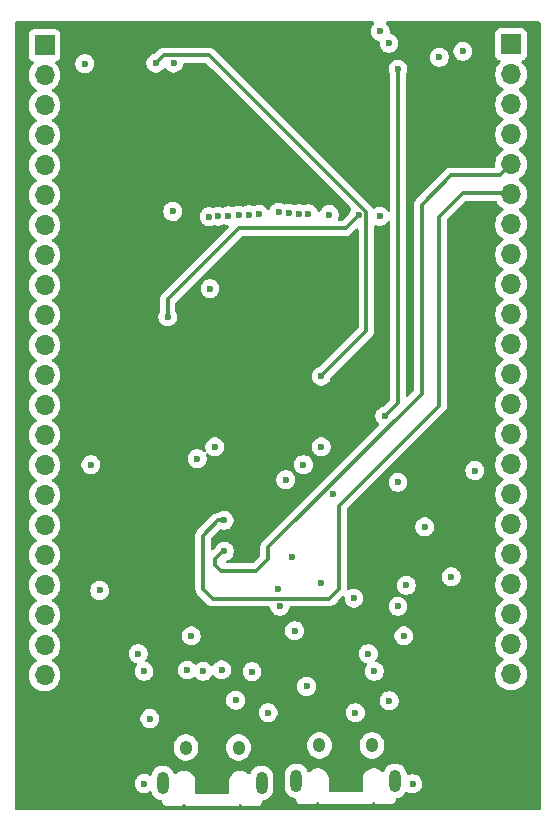
<source format=gbr>
%TF.GenerationSoftware,KiCad,Pcbnew,9.0.0*%
%TF.CreationDate,2025-06-09T12:03:21+05:30*%
%TF.ProjectId,ESP32_DevKit_M1,45535033-325f-4446-9576-4b69745f4d31,rev?*%
%TF.SameCoordinates,Original*%
%TF.FileFunction,Copper,L2,Inr*%
%TF.FilePolarity,Positive*%
%FSLAX46Y46*%
G04 Gerber Fmt 4.6, Leading zero omitted, Abs format (unit mm)*
G04 Created by KiCad (PCBNEW 9.0.0) date 2025-06-09 12:03:21*
%MOMM*%
%LPD*%
G01*
G04 APERTURE LIST*
%TA.AperFunction,ComponentPad*%
%ADD10R,1.700000X1.700000*%
%TD*%
%TA.AperFunction,ComponentPad*%
%ADD11O,1.700000X1.700000*%
%TD*%
%TA.AperFunction,HeatsinkPad*%
%ADD12O,1.000000X1.900000*%
%TD*%
%TA.AperFunction,HeatsinkPad*%
%ADD13O,1.050000X1.250000*%
%TD*%
%TA.AperFunction,ViaPad*%
%ADD14C,0.600000*%
%TD*%
%TA.AperFunction,Conductor*%
%ADD15C,0.300000*%
%TD*%
G04 APERTURE END LIST*
D10*
%TO.N,ESP_3.3V*%
%TO.C,J3*%
X106575000Y-65995000D03*
D11*
%TO.N,/GPIO0*%
X106575000Y-68535000D03*
%TO.N,/GPIO1*%
X106575000Y-71075000D03*
%TO.N,/GPIO2*%
X106575000Y-73615000D03*
%TO.N,/GPIO3*%
X106575000Y-76155000D03*
%TO.N,/GPIO4*%
X106575000Y-78695000D03*
%TO.N,/GPIO5*%
X106575000Y-81235000D03*
%TO.N,/GPIO6*%
X106575000Y-83775000D03*
%TO.N,/GPIO7*%
X106575000Y-86315000D03*
%TO.N,/GPIO8*%
X106575000Y-88855000D03*
%TO.N,/GPIO9*%
X106575000Y-91395000D03*
%TO.N,/GPIO10*%
X106575000Y-93935000D03*
%TO.N,/GPIO11*%
X106575000Y-96475000D03*
%TO.N,/GPIO12*%
X106575000Y-99015000D03*
%TO.N,/GPIO13*%
X106575000Y-101555000D03*
%TO.N,/GPIO14*%
X106575000Y-104095000D03*
%TO.N,/GPIO15*%
X106575000Y-106635000D03*
%TO.N,/GPIO16*%
X106575000Y-109175000D03*
%TO.N,/GPIO17*%
X106575000Y-111715000D03*
%TO.N,/GPIO18*%
X106575000Y-114255000D03*
%TO.N,5V*%
X106575000Y-116795000D03*
%TO.N,GND*%
X106575000Y-119335000D03*
%TD*%
D10*
%TO.N,GND*%
%TO.C,J4*%
X146075000Y-65915000D03*
D11*
%TO.N,/CHIP_PU*%
X146075000Y-68455000D03*
%TO.N,/GPIO46*%
X146075000Y-70995000D03*
%TO.N,/GPIO45*%
X146075000Y-73535000D03*
%TO.N,/U0RXD*%
X146075000Y-76075000D03*
%TO.N,/U0TXD*%
X146075000Y-78615000D03*
%TO.N,/GPIO42*%
X146075000Y-81155000D03*
%TO.N,/GPIO41*%
X146075000Y-83695000D03*
%TO.N,/GPIO40*%
X146075000Y-86235000D03*
%TO.N,/GPIO39*%
X146075000Y-88775000D03*
%TO.N,/GPIO38*%
X146075000Y-91315000D03*
%TO.N,/GPIO37*%
X146075000Y-93855000D03*
%TO.N,/GPIO36*%
X146075000Y-96395000D03*
%TO.N,/GPIO35*%
X146075000Y-98935000D03*
%TO.N,/GPIO34*%
X146075000Y-101475000D03*
%TO.N,/GPIO33*%
X146075000Y-104015000D03*
%TO.N,/GPIO26*%
X146075000Y-106555000D03*
%TO.N,/GPIO21*%
X146075000Y-109095000D03*
%TO.N,/GPIO20*%
X146075000Y-111635000D03*
%TO.N,/GPIO19*%
X146075000Y-114175000D03*
%TO.N,/GPIO48*%
X146075000Y-116715000D03*
%TO.N,/GPIO47*%
X146075000Y-119255000D03*
%TD*%
D12*
%TO.N,GND*%
%TO.C,J1*%
X127900000Y-128275000D03*
D13*
X129850000Y-125275000D03*
X134300000Y-125275000D03*
D12*
X136250000Y-128275000D03*
%TD*%
%TO.N,GND*%
%TO.C,J2*%
X116600000Y-128450000D03*
D13*
X118550000Y-125450000D03*
X123000000Y-125450000D03*
D12*
X124950000Y-128450000D03*
%TD*%
D14*
%TO.N,GND*%
X137732555Y-128525000D03*
X118645240Y-118886221D03*
X117434709Y-80061451D03*
X110500000Y-101500000D03*
X135768994Y-121496737D03*
X114500000Y-117500000D03*
X130000000Y-111500000D03*
X128757667Y-120281672D03*
X115500000Y-123000000D03*
X119500000Y-101000000D03*
X134500000Y-119000000D03*
X109989903Y-67545618D03*
X119000000Y-116000000D03*
X111243719Y-112151463D03*
X120584786Y-86596602D03*
X138775006Y-106775006D03*
X140000000Y-67000000D03*
X134956511Y-80478512D03*
X115000000Y-128500000D03*
X124141675Y-119031765D03*
X132773643Y-112799408D03*
X121574065Y-118877971D03*
X134986158Y-64809911D03*
X126335415Y-112040085D03*
X127742518Y-115564463D03*
X137000000Y-116000000D03*
%TO.N,/CHIP_PU*%
X135737531Y-65826745D03*
X141000000Y-111000000D03*
X135388622Y-97376433D03*
X136500000Y-68000000D03*
%TO.N,Net-(U2-VBUS)*%
X136500000Y-113500000D03*
X134000000Y-117500000D03*
%TO.N,/GPIO0*%
X130000000Y-100000000D03*
X130000000Y-94000000D03*
X116000000Y-67500000D03*
X128500000Y-101500000D03*
X115000000Y-119000000D03*
%TO.N,/GPIO19*%
X122750093Y-121438309D03*
X126396383Y-80142502D03*
%TO.N,/GPIO20*%
X131000000Y-104000000D03*
X127268842Y-80198191D03*
X120000000Y-119000000D03*
X136500000Y-103000000D03*
%TO.N,/GPIO18*%
X121000000Y-100000000D03*
%TO.N,/GPIO15*%
X123003262Y-80367996D03*
%TO.N,/GPIO17*%
X124735806Y-80293744D03*
%TO.N,/GPIO14*%
X122136990Y-80417497D03*
%TO.N,/GPIO16*%
X123877785Y-80343246D03*
%TO.N,/GPIO13*%
X121299120Y-80462427D03*
%TO.N,/GPIO12*%
X120500000Y-80500000D03*
%TO.N,/U0TXD*%
X121779644Y-106216754D03*
%TO.N,/GPIO48*%
X143000000Y-102000000D03*
X133168266Y-80396196D03*
X117000000Y-89000000D03*
%TO.N,/GPIO33*%
X130684429Y-80328132D03*
%TO.N,/GPIO26*%
X128920947Y-80253880D03*
%TO.N,/U0RXD*%
X121799843Y-108836690D03*
%TO.N,/GPIO21*%
X128120944Y-80253880D03*
%TO.N,/DTR*%
X127507947Y-109297163D03*
X127000000Y-102769855D03*
%TO.N,5V*%
X126500000Y-113500000D03*
X137193017Y-111705392D03*
%TO.N,3.3V*%
X129252680Y-115591428D03*
X128888622Y-89789433D03*
X132665004Y-111395497D03*
X138724783Y-108794793D03*
X126784818Y-83044886D03*
X113795781Y-98784979D03*
X113849014Y-67235795D03*
%TO.N,ESP_3.3V*%
X117500000Y-67500000D03*
X142000000Y-66500000D03*
%TO.N,VBUS*%
X125500000Y-122500000D03*
X132900000Y-122500000D03*
%TD*%
D15*
%TO.N,/CHIP_PU*%
X136500000Y-96265055D02*
X135388622Y-97376433D01*
X136500000Y-68000000D02*
X136500000Y-96265055D01*
%TO.N,/GPIO0*%
X116651000Y-66849000D02*
X119349000Y-66849000D01*
X120538778Y-66852836D02*
X121185942Y-67500000D01*
X121185942Y-67500000D02*
X121192724Y-67500000D01*
X119352836Y-66852836D02*
X120538778Y-66852836D01*
X133819266Y-80126542D02*
X133819266Y-90180734D01*
X121192724Y-67500000D02*
X133819266Y-80126542D01*
X119349000Y-66849000D02*
X119352836Y-66852836D01*
X116000000Y-67500000D02*
X116651000Y-66849000D01*
X133819266Y-90180734D02*
X130000000Y-94000000D01*
%TO.N,/U0TXD*%
X120000000Y-112000000D02*
X120849000Y-112849000D01*
X145960000Y-78500000D02*
X146075000Y-78615000D01*
X120849000Y-112849000D02*
X130651000Y-112849000D01*
X121779644Y-106216754D02*
X121283246Y-106216754D01*
X131500000Y-105000000D02*
X140000000Y-96500000D01*
X140000000Y-80500000D02*
X142000000Y-78500000D01*
X121283246Y-106216754D02*
X120000000Y-107500000D01*
X142000000Y-78500000D02*
X145960000Y-78500000D01*
X140000000Y-96500000D02*
X140000000Y-80500000D01*
X130651000Y-112849000D02*
X131500000Y-112000000D01*
X131500000Y-112000000D02*
X131500000Y-105000000D01*
X120000000Y-107500000D02*
X120000000Y-112000000D01*
%TO.N,/GPIO48*%
X117000000Y-87500000D02*
X123000000Y-81500000D01*
X132064462Y-81500000D02*
X133168266Y-80396196D01*
X123000000Y-81500000D02*
X132064462Y-81500000D01*
X117000000Y-89000000D02*
X117000000Y-87500000D01*
%TO.N,/U0RXD*%
X121000000Y-109500000D02*
X121000000Y-110000000D01*
X121000000Y-110000000D02*
X121500000Y-110500000D01*
X121663310Y-108836690D02*
X121000000Y-109500000D01*
X125500000Y-108500000D02*
X138500000Y-95500000D01*
X145150000Y-77000000D02*
X146075000Y-76075000D01*
X125500000Y-109500000D02*
X125500000Y-108500000D01*
X121500000Y-110500000D02*
X124500000Y-110500000D01*
X124500000Y-110500000D02*
X125500000Y-109500000D01*
X138500000Y-79500000D02*
X141000000Y-77000000D01*
X138500000Y-95500000D02*
X138500000Y-79500000D01*
X121799843Y-108836690D02*
X121663310Y-108836690D01*
X141000000Y-77000000D02*
X145150000Y-77000000D01*
%TD*%
%TA.AperFunction,Conductor*%
%TO.N,3.3V*%
G36*
X134456667Y-63994685D02*
G01*
X134502422Y-64047489D01*
X134512366Y-64116647D01*
X134483341Y-64180203D01*
X134477309Y-64186681D01*
X134364371Y-64299618D01*
X134364368Y-64299622D01*
X134276767Y-64430725D01*
X134276760Y-64430738D01*
X134216422Y-64576409D01*
X134216419Y-64576421D01*
X134185658Y-64731064D01*
X134185658Y-64888757D01*
X134216419Y-65043400D01*
X134216422Y-65043412D01*
X134276760Y-65189083D01*
X134276767Y-65189096D01*
X134364368Y-65320199D01*
X134364371Y-65320203D01*
X134475865Y-65431697D01*
X134475869Y-65431700D01*
X134606972Y-65519301D01*
X134606985Y-65519308D01*
X134752656Y-65579646D01*
X134752661Y-65579648D01*
X134840592Y-65597138D01*
X134902501Y-65629522D01*
X134937075Y-65690238D01*
X134938017Y-65742943D01*
X134937031Y-65747900D01*
X134937031Y-65905591D01*
X134967792Y-66060234D01*
X134967795Y-66060246D01*
X135028133Y-66205917D01*
X135028140Y-66205930D01*
X135115741Y-66337033D01*
X135115744Y-66337037D01*
X135227238Y-66448531D01*
X135227242Y-66448534D01*
X135358345Y-66536135D01*
X135358358Y-66536142D01*
X135504029Y-66596480D01*
X135504034Y-66596482D01*
X135626394Y-66620821D01*
X135658684Y-66627244D01*
X135658687Y-66627245D01*
X135658689Y-66627245D01*
X135816375Y-66627245D01*
X135816376Y-66627244D01*
X135971028Y-66596482D01*
X136116710Y-66536139D01*
X136247820Y-66448534D01*
X136359320Y-66337034D01*
X136446925Y-66205924D01*
X136507268Y-66060242D01*
X136538031Y-65905587D01*
X136538031Y-65747903D01*
X136538031Y-65747900D01*
X136538030Y-65747898D01*
X136528403Y-65699500D01*
X136507268Y-65593248D01*
X136501634Y-65579646D01*
X136446928Y-65447572D01*
X136446921Y-65447559D01*
X136359320Y-65316456D01*
X136359317Y-65316452D01*
X136247823Y-65204958D01*
X136247819Y-65204955D01*
X136116716Y-65117354D01*
X136116703Y-65117347D01*
X135971032Y-65057009D01*
X135971020Y-65057006D01*
X135883098Y-65039517D01*
X135821187Y-65007132D01*
X135786613Y-64946416D01*
X135785674Y-64893699D01*
X135786658Y-64888754D01*
X135786658Y-64731066D01*
X135786657Y-64731064D01*
X135765474Y-64624573D01*
X135755895Y-64576414D01*
X135710659Y-64467203D01*
X135695555Y-64430738D01*
X135695548Y-64430725D01*
X135607947Y-64299622D01*
X135607944Y-64299618D01*
X135495007Y-64186681D01*
X135461522Y-64125358D01*
X135466506Y-64055666D01*
X135508378Y-63999733D01*
X135573842Y-63975316D01*
X135582688Y-63975000D01*
X148450500Y-63975000D01*
X148517539Y-63994685D01*
X148563294Y-64047489D01*
X148574500Y-64099000D01*
X148574500Y-130650500D01*
X148554815Y-130717539D01*
X148502011Y-130763294D01*
X148450500Y-130774500D01*
X104199500Y-130774500D01*
X104132461Y-130754815D01*
X104086706Y-130702011D01*
X104075500Y-130650500D01*
X104075500Y-128421153D01*
X114199500Y-128421153D01*
X114199500Y-128578846D01*
X114230261Y-128733489D01*
X114230264Y-128733501D01*
X114290602Y-128879172D01*
X114290609Y-128879185D01*
X114378210Y-129010288D01*
X114378213Y-129010292D01*
X114489707Y-129121786D01*
X114489711Y-129121789D01*
X114620814Y-129209390D01*
X114620827Y-129209397D01*
X114766498Y-129269735D01*
X114766503Y-129269737D01*
X114892176Y-129294735D01*
X114921153Y-129300499D01*
X114921156Y-129300500D01*
X114921158Y-129300500D01*
X115078844Y-129300500D01*
X115078845Y-129300499D01*
X115233497Y-129269737D01*
X115360647Y-129217070D01*
X115379172Y-129209397D01*
X115379172Y-129209396D01*
X115379179Y-129209394D01*
X115461920Y-129154107D01*
X115528597Y-129133230D01*
X115595977Y-129151714D01*
X115642668Y-129203693D01*
X115645372Y-129209757D01*
X115713366Y-129373911D01*
X115713371Y-129373920D01*
X115822860Y-129537781D01*
X115822863Y-129537785D01*
X115962214Y-129677136D01*
X115962218Y-129677139D01*
X116126079Y-129786628D01*
X116126092Y-129786635D01*
X116308160Y-129862049D01*
X116308165Y-129862051D01*
X116308169Y-129862051D01*
X116308170Y-129862052D01*
X116431663Y-129886617D01*
X116493574Y-129919002D01*
X116527245Y-129976139D01*
X116558608Y-130093186D01*
X116624500Y-130207314D01*
X116717686Y-130300500D01*
X116831814Y-130366392D01*
X116959108Y-130400500D01*
X116959110Y-130400500D01*
X118040890Y-130400500D01*
X118040892Y-130400500D01*
X118168186Y-130366392D01*
X118282314Y-130300500D01*
X118312319Y-130270495D01*
X118373642Y-130237010D01*
X118443334Y-130241994D01*
X118487681Y-130270495D01*
X118517686Y-130300500D01*
X118631814Y-130366392D01*
X118759108Y-130400500D01*
X118759110Y-130400500D01*
X122790890Y-130400500D01*
X122790892Y-130400500D01*
X122918186Y-130366392D01*
X123032314Y-130300500D01*
X123062319Y-130270495D01*
X123123642Y-130237010D01*
X123193334Y-130241994D01*
X123237681Y-130270495D01*
X123267686Y-130300500D01*
X123381814Y-130366392D01*
X123509108Y-130400500D01*
X123509110Y-130400500D01*
X124590890Y-130400500D01*
X124590892Y-130400500D01*
X124718186Y-130366392D01*
X124832314Y-130300500D01*
X124925500Y-130207314D01*
X124991392Y-130093186D01*
X125022754Y-129976138D01*
X125059118Y-129916481D01*
X125118337Y-129886617D01*
X125171288Y-129876083D01*
X125241835Y-129862051D01*
X125388888Y-129801140D01*
X125423907Y-129786635D01*
X125423907Y-129786634D01*
X125423914Y-129786632D01*
X125587782Y-129677139D01*
X125727139Y-129537782D01*
X125836632Y-129373914D01*
X125912051Y-129191835D01*
X125943190Y-129035292D01*
X125950500Y-128998543D01*
X125950500Y-128823543D01*
X126899499Y-128823543D01*
X126937947Y-129016829D01*
X126937950Y-129016839D01*
X127013364Y-129198907D01*
X127013371Y-129198920D01*
X127122860Y-129362781D01*
X127122863Y-129362785D01*
X127262214Y-129502136D01*
X127262218Y-129502139D01*
X127426079Y-129611628D01*
X127426092Y-129611635D01*
X127584228Y-129677136D01*
X127608165Y-129687051D01*
X127608169Y-129687051D01*
X127608170Y-129687052D01*
X127731663Y-129711617D01*
X127793574Y-129744002D01*
X127827245Y-129801139D01*
X127858608Y-129918186D01*
X127924500Y-130032314D01*
X128017686Y-130125500D01*
X128131814Y-130191392D01*
X128259108Y-130225500D01*
X128259110Y-130225500D01*
X129340890Y-130225500D01*
X129340892Y-130225500D01*
X129468186Y-130191392D01*
X129582314Y-130125500D01*
X129612319Y-130095495D01*
X129673642Y-130062010D01*
X129743334Y-130066994D01*
X129787681Y-130095495D01*
X129817686Y-130125500D01*
X129931814Y-130191392D01*
X130059108Y-130225500D01*
X130059110Y-130225500D01*
X134090890Y-130225500D01*
X134090892Y-130225500D01*
X134218186Y-130191392D01*
X134332314Y-130125500D01*
X134362319Y-130095495D01*
X134423642Y-130062010D01*
X134493334Y-130066994D01*
X134537681Y-130095495D01*
X134567686Y-130125500D01*
X134681814Y-130191392D01*
X134809108Y-130225500D01*
X134809110Y-130225500D01*
X135890890Y-130225500D01*
X135890892Y-130225500D01*
X136018186Y-130191392D01*
X136132314Y-130125500D01*
X136225500Y-130032314D01*
X136291392Y-129918186D01*
X136322754Y-129801138D01*
X136359118Y-129741481D01*
X136418337Y-129711617D01*
X136471288Y-129701083D01*
X136541835Y-129687051D01*
X136723914Y-129611632D01*
X136887782Y-129502139D01*
X137027139Y-129362782D01*
X137118252Y-129226420D01*
X137171862Y-129181617D01*
X137241187Y-129172910D01*
X137290244Y-129192211D01*
X137353369Y-129234390D01*
X137353382Y-129234397D01*
X137452615Y-129275500D01*
X137499058Y-129294737D01*
X137653708Y-129325499D01*
X137653711Y-129325500D01*
X137653713Y-129325500D01*
X137811399Y-129325500D01*
X137811400Y-129325499D01*
X137966052Y-129294737D01*
X138111734Y-129234394D01*
X138242844Y-129146789D01*
X138354344Y-129035289D01*
X138441949Y-128904179D01*
X138502292Y-128758497D01*
X138533055Y-128603842D01*
X138533055Y-128446158D01*
X138533055Y-128446155D01*
X138533054Y-128446153D01*
X138502293Y-128291510D01*
X138502292Y-128291503D01*
X138478409Y-128233843D01*
X138441952Y-128145827D01*
X138441945Y-128145814D01*
X138354344Y-128014711D01*
X138354341Y-128014707D01*
X138242847Y-127903213D01*
X138242843Y-127903210D01*
X138111740Y-127815609D01*
X138111727Y-127815602D01*
X137966056Y-127755264D01*
X137966044Y-127755261D01*
X137811400Y-127724500D01*
X137811397Y-127724500D01*
X137653713Y-127724500D01*
X137653710Y-127724500D01*
X137499065Y-127755261D01*
X137499058Y-127755263D01*
X137414305Y-127790368D01*
X137344836Y-127797836D01*
X137282357Y-127766560D01*
X137246705Y-127706471D01*
X137245237Y-127699998D01*
X137212052Y-127533170D01*
X137212051Y-127533169D01*
X137212051Y-127533165D01*
X137200438Y-127505128D01*
X137136635Y-127351092D01*
X137136628Y-127351079D01*
X137027139Y-127187218D01*
X137027136Y-127187214D01*
X136887785Y-127047863D01*
X136887781Y-127047860D01*
X136723920Y-126938371D01*
X136723907Y-126938364D01*
X136541839Y-126862950D01*
X136541829Y-126862947D01*
X136348543Y-126824500D01*
X136348541Y-126824500D01*
X136151459Y-126824500D01*
X136151457Y-126824500D01*
X135958170Y-126862947D01*
X135958160Y-126862950D01*
X135776092Y-126938364D01*
X135776079Y-126938371D01*
X135612218Y-127047860D01*
X135612214Y-127047863D01*
X135472863Y-127187214D01*
X135472860Y-127187218D01*
X135363371Y-127351079D01*
X135363366Y-127351088D01*
X135316225Y-127464899D01*
X135272384Y-127519302D01*
X135206090Y-127541367D01*
X135138391Y-127524088D01*
X135113983Y-127505127D01*
X135039975Y-127431119D01*
X135039967Y-127431113D01*
X134888391Y-127329833D01*
X134888387Y-127329831D01*
X134719962Y-127260068D01*
X134719952Y-127260065D01*
X134541156Y-127224500D01*
X134541154Y-127224500D01*
X134358846Y-127224500D01*
X134358844Y-127224500D01*
X134180047Y-127260065D01*
X134180037Y-127260068D01*
X134011612Y-127329831D01*
X134011608Y-127329833D01*
X133860032Y-127431113D01*
X133860024Y-127431119D01*
X133731119Y-127560024D01*
X133731113Y-127560032D01*
X133629833Y-127711608D01*
X133629831Y-127711612D01*
X133560068Y-127880037D01*
X133560065Y-127880047D01*
X133524500Y-128058843D01*
X133524500Y-129100500D01*
X133504815Y-129167539D01*
X133452011Y-129213294D01*
X133400500Y-129224500D01*
X130749500Y-129224500D01*
X130682461Y-129204815D01*
X130636706Y-129152011D01*
X130625500Y-129100500D01*
X130625500Y-128058843D01*
X130589934Y-127880047D01*
X130589933Y-127880046D01*
X130589933Y-127880042D01*
X130563243Y-127815606D01*
X130520168Y-127711612D01*
X130520166Y-127711608D01*
X130418886Y-127560032D01*
X130418880Y-127560024D01*
X130289975Y-127431119D01*
X130289967Y-127431113D01*
X130138391Y-127329833D01*
X130138387Y-127329831D01*
X129969962Y-127260068D01*
X129969952Y-127260065D01*
X129791156Y-127224500D01*
X129791154Y-127224500D01*
X129608846Y-127224500D01*
X129608844Y-127224500D01*
X129430047Y-127260065D01*
X129430037Y-127260068D01*
X129261612Y-127329831D01*
X129261608Y-127329833D01*
X129110032Y-127431113D01*
X129110029Y-127431115D01*
X129036016Y-127505128D01*
X128974692Y-127538612D01*
X128905001Y-127533627D01*
X128849067Y-127491756D01*
X128833774Y-127464898D01*
X128786635Y-127351091D01*
X128786628Y-127351079D01*
X128677139Y-127187218D01*
X128677136Y-127187214D01*
X128537785Y-127047863D01*
X128537781Y-127047860D01*
X128373920Y-126938371D01*
X128373907Y-126938364D01*
X128191839Y-126862950D01*
X128191829Y-126862947D01*
X127998543Y-126824500D01*
X127998541Y-126824500D01*
X127801459Y-126824500D01*
X127801457Y-126824500D01*
X127608170Y-126862947D01*
X127608160Y-126862950D01*
X127426092Y-126938364D01*
X127426079Y-126938371D01*
X127262218Y-127047860D01*
X127262214Y-127047863D01*
X127122863Y-127187214D01*
X127122860Y-127187218D01*
X127013371Y-127351079D01*
X127013364Y-127351092D01*
X126937950Y-127533160D01*
X126937947Y-127533170D01*
X126899500Y-127726456D01*
X126899500Y-127726459D01*
X126899500Y-128823541D01*
X126899500Y-128823543D01*
X126899499Y-128823543D01*
X125950500Y-128823543D01*
X125950500Y-127901456D01*
X125950499Y-127901454D01*
X125919291Y-127744558D01*
X125913134Y-127713612D01*
X125912051Y-127708165D01*
X125906309Y-127694302D01*
X125836635Y-127526092D01*
X125836628Y-127526079D01*
X125727139Y-127362218D01*
X125727136Y-127362214D01*
X125587785Y-127222863D01*
X125587781Y-127222860D01*
X125423920Y-127113371D01*
X125423907Y-127113364D01*
X125241839Y-127037950D01*
X125241829Y-127037947D01*
X125048543Y-126999500D01*
X125048541Y-126999500D01*
X124851459Y-126999500D01*
X124851457Y-126999500D01*
X124658170Y-127037947D01*
X124658160Y-127037950D01*
X124476092Y-127113364D01*
X124476079Y-127113371D01*
X124312218Y-127222860D01*
X124312214Y-127222863D01*
X124172863Y-127362214D01*
X124172860Y-127362218D01*
X124063371Y-127526079D01*
X124063366Y-127526088D01*
X124016225Y-127639899D01*
X123972384Y-127694302D01*
X123906090Y-127716367D01*
X123838391Y-127699088D01*
X123813983Y-127680127D01*
X123739975Y-127606119D01*
X123739967Y-127606113D01*
X123588391Y-127504833D01*
X123588387Y-127504831D01*
X123419962Y-127435068D01*
X123419952Y-127435065D01*
X123241156Y-127399500D01*
X123241154Y-127399500D01*
X123058846Y-127399500D01*
X123058844Y-127399500D01*
X122880047Y-127435065D01*
X122880037Y-127435068D01*
X122711612Y-127504831D01*
X122711608Y-127504833D01*
X122560032Y-127606113D01*
X122560024Y-127606119D01*
X122431119Y-127735024D01*
X122431113Y-127735032D01*
X122329833Y-127886608D01*
X122329831Y-127886612D01*
X122260068Y-128055037D01*
X122260065Y-128055047D01*
X122224500Y-128233843D01*
X122224500Y-129275500D01*
X122204815Y-129342539D01*
X122152011Y-129388294D01*
X122100500Y-129399500D01*
X119449500Y-129399500D01*
X119382461Y-129379815D01*
X119336706Y-129327011D01*
X119325500Y-129275500D01*
X119325500Y-128233843D01*
X119289934Y-128055047D01*
X119289933Y-128055046D01*
X119289933Y-128055042D01*
X119289931Y-128055037D01*
X119220168Y-127886612D01*
X119220166Y-127886608D01*
X119118886Y-127735032D01*
X119118880Y-127735024D01*
X118989975Y-127606119D01*
X118989967Y-127606113D01*
X118838391Y-127504833D01*
X118838387Y-127504831D01*
X118669962Y-127435068D01*
X118669952Y-127435065D01*
X118491156Y-127399500D01*
X118491154Y-127399500D01*
X118308846Y-127399500D01*
X118308844Y-127399500D01*
X118130047Y-127435065D01*
X118130037Y-127435068D01*
X117961612Y-127504831D01*
X117961608Y-127504833D01*
X117810032Y-127606113D01*
X117810029Y-127606115D01*
X117736016Y-127680128D01*
X117674692Y-127713612D01*
X117605001Y-127708627D01*
X117549067Y-127666756D01*
X117533774Y-127639898D01*
X117486635Y-127526091D01*
X117486628Y-127526079D01*
X117377139Y-127362218D01*
X117377136Y-127362214D01*
X117237785Y-127222863D01*
X117237781Y-127222860D01*
X117073920Y-127113371D01*
X117073907Y-127113364D01*
X116891839Y-127037950D01*
X116891829Y-127037947D01*
X116698543Y-126999500D01*
X116698541Y-126999500D01*
X116501459Y-126999500D01*
X116501457Y-126999500D01*
X116308170Y-127037947D01*
X116308160Y-127037950D01*
X116126092Y-127113364D01*
X116126079Y-127113371D01*
X115962218Y-127222860D01*
X115962214Y-127222863D01*
X115822863Y-127362214D01*
X115822860Y-127362218D01*
X115713371Y-127526079D01*
X115713364Y-127526092D01*
X115637950Y-127708160D01*
X115637947Y-127708169D01*
X115629320Y-127751542D01*
X115596934Y-127813452D01*
X115536218Y-127848026D01*
X115466449Y-127844285D01*
X115438812Y-127830451D01*
X115379185Y-127790609D01*
X115379172Y-127790602D01*
X115233501Y-127730264D01*
X115233489Y-127730261D01*
X115078845Y-127699500D01*
X115078842Y-127699500D01*
X114921158Y-127699500D01*
X114921155Y-127699500D01*
X114766510Y-127730261D01*
X114766498Y-127730264D01*
X114620827Y-127790602D01*
X114620814Y-127790609D01*
X114489711Y-127878210D01*
X114489707Y-127878213D01*
X114378213Y-127989707D01*
X114378210Y-127989711D01*
X114290609Y-128120814D01*
X114290602Y-128120827D01*
X114230264Y-128266498D01*
X114230261Y-128266510D01*
X114199500Y-128421153D01*
X104075500Y-128421153D01*
X104075500Y-125248992D01*
X117524500Y-125248992D01*
X117524500Y-125651007D01*
X117563907Y-125849119D01*
X117563909Y-125849127D01*
X117641212Y-126035752D01*
X117641217Y-126035762D01*
X117753441Y-126203718D01*
X117896281Y-126346558D01*
X118064237Y-126458782D01*
X118064241Y-126458784D01*
X118064244Y-126458786D01*
X118250873Y-126536091D01*
X118448992Y-126575499D01*
X118448996Y-126575500D01*
X118448997Y-126575500D01*
X118651004Y-126575500D01*
X118651005Y-126575499D01*
X118849127Y-126536091D01*
X119035756Y-126458786D01*
X119203718Y-126346558D01*
X119346558Y-126203718D01*
X119458786Y-126035756D01*
X119536091Y-125849127D01*
X119575500Y-125651003D01*
X119575500Y-125248997D01*
X119575499Y-125248992D01*
X121974500Y-125248992D01*
X121974500Y-125651007D01*
X122013907Y-125849119D01*
X122013909Y-125849127D01*
X122091212Y-126035752D01*
X122091217Y-126035762D01*
X122203441Y-126203718D01*
X122346281Y-126346558D01*
X122514237Y-126458782D01*
X122514241Y-126458784D01*
X122514244Y-126458786D01*
X122700873Y-126536091D01*
X122898992Y-126575499D01*
X122898996Y-126575500D01*
X122898997Y-126575500D01*
X123101004Y-126575500D01*
X123101005Y-126575499D01*
X123299127Y-126536091D01*
X123485756Y-126458786D01*
X123653718Y-126346558D01*
X123796558Y-126203718D01*
X123908786Y-126035756D01*
X123986091Y-125849127D01*
X124025500Y-125651003D01*
X124025500Y-125248997D01*
X123990690Y-125073992D01*
X128824500Y-125073992D01*
X128824500Y-125476007D01*
X128863907Y-125674119D01*
X128863909Y-125674127D01*
X128941212Y-125860752D01*
X128941217Y-125860762D01*
X129053441Y-126028718D01*
X129196281Y-126171558D01*
X129364237Y-126283782D01*
X129364241Y-126283784D01*
X129364244Y-126283786D01*
X129550873Y-126361091D01*
X129748992Y-126400499D01*
X129748996Y-126400500D01*
X129748997Y-126400500D01*
X129951004Y-126400500D01*
X129951005Y-126400499D01*
X130149127Y-126361091D01*
X130335756Y-126283786D01*
X130503718Y-126171558D01*
X130646558Y-126028718D01*
X130758786Y-125860756D01*
X130836091Y-125674127D01*
X130875500Y-125476003D01*
X130875500Y-125073997D01*
X130875499Y-125073992D01*
X133274500Y-125073992D01*
X133274500Y-125476007D01*
X133313907Y-125674119D01*
X133313909Y-125674127D01*
X133391212Y-125860752D01*
X133391217Y-125860762D01*
X133503441Y-126028718D01*
X133646281Y-126171558D01*
X133814237Y-126283782D01*
X133814241Y-126283784D01*
X133814244Y-126283786D01*
X134000873Y-126361091D01*
X134198992Y-126400499D01*
X134198996Y-126400500D01*
X134198997Y-126400500D01*
X134401004Y-126400500D01*
X134401005Y-126400499D01*
X134599127Y-126361091D01*
X134785756Y-126283786D01*
X134953718Y-126171558D01*
X135096558Y-126028718D01*
X135208786Y-125860756D01*
X135286091Y-125674127D01*
X135325500Y-125476003D01*
X135325500Y-125073997D01*
X135286091Y-124875873D01*
X135208786Y-124689244D01*
X135208784Y-124689241D01*
X135208782Y-124689237D01*
X135096558Y-124521281D01*
X134953718Y-124378441D01*
X134785762Y-124266217D01*
X134785752Y-124266212D01*
X134599127Y-124188909D01*
X134599119Y-124188907D01*
X134401007Y-124149500D01*
X134401003Y-124149500D01*
X134198997Y-124149500D01*
X134198992Y-124149500D01*
X134000880Y-124188907D01*
X134000872Y-124188909D01*
X133814247Y-124266212D01*
X133814237Y-124266217D01*
X133646281Y-124378441D01*
X133503441Y-124521281D01*
X133391217Y-124689237D01*
X133391212Y-124689247D01*
X133313909Y-124875872D01*
X133313907Y-124875880D01*
X133274500Y-125073992D01*
X130875499Y-125073992D01*
X130836091Y-124875873D01*
X130758786Y-124689244D01*
X130758784Y-124689241D01*
X130758782Y-124689237D01*
X130646558Y-124521281D01*
X130503718Y-124378441D01*
X130335762Y-124266217D01*
X130335752Y-124266212D01*
X130149127Y-124188909D01*
X130149119Y-124188907D01*
X129951007Y-124149500D01*
X129951003Y-124149500D01*
X129748997Y-124149500D01*
X129748992Y-124149500D01*
X129550880Y-124188907D01*
X129550872Y-124188909D01*
X129364247Y-124266212D01*
X129364237Y-124266217D01*
X129196281Y-124378441D01*
X129053441Y-124521281D01*
X128941217Y-124689237D01*
X128941212Y-124689247D01*
X128863909Y-124875872D01*
X128863907Y-124875880D01*
X128824500Y-125073992D01*
X123990690Y-125073992D01*
X123986091Y-125050873D01*
X123908786Y-124864244D01*
X123908784Y-124864241D01*
X123908782Y-124864237D01*
X123796558Y-124696281D01*
X123653718Y-124553441D01*
X123485762Y-124441217D01*
X123485752Y-124441212D01*
X123299127Y-124363909D01*
X123299119Y-124363907D01*
X123101007Y-124324500D01*
X123101003Y-124324500D01*
X122898997Y-124324500D01*
X122898992Y-124324500D01*
X122700880Y-124363907D01*
X122700872Y-124363909D01*
X122514247Y-124441212D01*
X122514237Y-124441217D01*
X122346281Y-124553441D01*
X122203441Y-124696281D01*
X122091217Y-124864237D01*
X122091212Y-124864247D01*
X122013909Y-125050872D01*
X122013907Y-125050880D01*
X121974500Y-125248992D01*
X119575499Y-125248992D01*
X119536091Y-125050873D01*
X119458786Y-124864244D01*
X119458784Y-124864241D01*
X119458782Y-124864237D01*
X119346558Y-124696281D01*
X119203718Y-124553441D01*
X119035762Y-124441217D01*
X119035752Y-124441212D01*
X118849127Y-124363909D01*
X118849119Y-124363907D01*
X118651007Y-124324500D01*
X118651003Y-124324500D01*
X118448997Y-124324500D01*
X118448992Y-124324500D01*
X118250880Y-124363907D01*
X118250872Y-124363909D01*
X118064247Y-124441212D01*
X118064237Y-124441217D01*
X117896281Y-124553441D01*
X117753441Y-124696281D01*
X117641217Y-124864237D01*
X117641212Y-124864247D01*
X117563909Y-125050872D01*
X117563907Y-125050880D01*
X117524500Y-125248992D01*
X104075500Y-125248992D01*
X104075500Y-122921153D01*
X114699500Y-122921153D01*
X114699500Y-123078846D01*
X114730261Y-123233489D01*
X114730264Y-123233501D01*
X114790602Y-123379172D01*
X114790609Y-123379185D01*
X114878210Y-123510288D01*
X114878213Y-123510292D01*
X114989707Y-123621786D01*
X114989711Y-123621789D01*
X115120814Y-123709390D01*
X115120827Y-123709397D01*
X115266498Y-123769735D01*
X115266503Y-123769737D01*
X115421153Y-123800499D01*
X115421156Y-123800500D01*
X115421158Y-123800500D01*
X115578844Y-123800500D01*
X115578845Y-123800499D01*
X115733497Y-123769737D01*
X115879179Y-123709394D01*
X116010289Y-123621789D01*
X116121789Y-123510289D01*
X116209394Y-123379179D01*
X116269737Y-123233497D01*
X116300500Y-123078842D01*
X116300500Y-122921158D01*
X116300500Y-122921155D01*
X116300499Y-122921153D01*
X116269738Y-122766510D01*
X116269737Y-122766503D01*
X116256062Y-122733489D01*
X116209397Y-122620827D01*
X116209390Y-122620814D01*
X116121790Y-122489712D01*
X116121784Y-122489705D01*
X116053232Y-122421153D01*
X124699500Y-122421153D01*
X124699500Y-122578846D01*
X124730261Y-122733489D01*
X124730264Y-122733501D01*
X124790602Y-122879172D01*
X124790609Y-122879185D01*
X124878210Y-123010288D01*
X124878213Y-123010292D01*
X124989707Y-123121786D01*
X124989711Y-123121789D01*
X125120814Y-123209390D01*
X125120827Y-123209397D01*
X125266498Y-123269735D01*
X125266503Y-123269737D01*
X125421153Y-123300499D01*
X125421156Y-123300500D01*
X125421158Y-123300500D01*
X125578844Y-123300500D01*
X125578845Y-123300499D01*
X125733497Y-123269737D01*
X125879179Y-123209394D01*
X126010289Y-123121789D01*
X126121789Y-123010289D01*
X126209394Y-122879179D01*
X126269737Y-122733497D01*
X126300500Y-122578842D01*
X126300500Y-122421158D01*
X126300500Y-122421155D01*
X126300499Y-122421153D01*
X132099500Y-122421153D01*
X132099500Y-122578846D01*
X132130261Y-122733489D01*
X132130264Y-122733501D01*
X132190602Y-122879172D01*
X132190609Y-122879185D01*
X132278210Y-123010288D01*
X132278213Y-123010292D01*
X132389707Y-123121786D01*
X132389711Y-123121789D01*
X132520814Y-123209390D01*
X132520827Y-123209397D01*
X132666498Y-123269735D01*
X132666503Y-123269737D01*
X132821153Y-123300499D01*
X132821156Y-123300500D01*
X132821158Y-123300500D01*
X132978844Y-123300500D01*
X132978845Y-123300499D01*
X133133497Y-123269737D01*
X133279179Y-123209394D01*
X133410289Y-123121789D01*
X133521789Y-123010289D01*
X133609394Y-122879179D01*
X133669737Y-122733497D01*
X133700500Y-122578842D01*
X133700500Y-122421158D01*
X133700500Y-122421155D01*
X133700499Y-122421153D01*
X133674531Y-122290606D01*
X133669737Y-122266503D01*
X133658266Y-122238809D01*
X133609397Y-122120827D01*
X133609390Y-122120814D01*
X133521789Y-121989711D01*
X133521786Y-121989707D01*
X133410292Y-121878213D01*
X133410288Y-121878210D01*
X133279185Y-121790609D01*
X133279172Y-121790602D01*
X133133501Y-121730264D01*
X133133489Y-121730261D01*
X132978845Y-121699500D01*
X132978842Y-121699500D01*
X132821158Y-121699500D01*
X132821155Y-121699500D01*
X132666510Y-121730261D01*
X132666498Y-121730264D01*
X132520827Y-121790602D01*
X132520814Y-121790609D01*
X132389711Y-121878210D01*
X132389707Y-121878213D01*
X132278213Y-121989707D01*
X132278210Y-121989711D01*
X132190609Y-122120814D01*
X132190602Y-122120827D01*
X132130264Y-122266498D01*
X132130261Y-122266510D01*
X132099500Y-122421153D01*
X126300499Y-122421153D01*
X126274531Y-122290606D01*
X126269737Y-122266503D01*
X126258266Y-122238809D01*
X126209397Y-122120827D01*
X126209390Y-122120814D01*
X126121789Y-121989711D01*
X126121786Y-121989707D01*
X126010292Y-121878213D01*
X126010288Y-121878210D01*
X125879185Y-121790609D01*
X125879172Y-121790602D01*
X125733501Y-121730264D01*
X125733489Y-121730261D01*
X125578845Y-121699500D01*
X125578842Y-121699500D01*
X125421158Y-121699500D01*
X125421155Y-121699500D01*
X125266510Y-121730261D01*
X125266498Y-121730264D01*
X125120827Y-121790602D01*
X125120814Y-121790609D01*
X124989711Y-121878210D01*
X124989707Y-121878213D01*
X124878213Y-121989707D01*
X124878210Y-121989711D01*
X124790609Y-122120814D01*
X124790602Y-122120827D01*
X124730264Y-122266498D01*
X124730261Y-122266510D01*
X124699500Y-122421153D01*
X116053232Y-122421153D01*
X116010292Y-122378213D01*
X116010288Y-122378210D01*
X115879185Y-122290609D01*
X115879172Y-122290602D01*
X115733501Y-122230264D01*
X115733489Y-122230261D01*
X115578845Y-122199500D01*
X115578842Y-122199500D01*
X115421158Y-122199500D01*
X115421155Y-122199500D01*
X115266510Y-122230261D01*
X115266498Y-122230264D01*
X115120827Y-122290602D01*
X115120814Y-122290609D01*
X114989711Y-122378210D01*
X114989707Y-122378213D01*
X114878213Y-122489707D01*
X114878210Y-122489711D01*
X114790609Y-122620814D01*
X114790602Y-122620827D01*
X114730264Y-122766498D01*
X114730261Y-122766510D01*
X114699500Y-122921153D01*
X104075500Y-122921153D01*
X104075500Y-121359462D01*
X121949593Y-121359462D01*
X121949593Y-121517155D01*
X121980354Y-121671798D01*
X121980357Y-121671810D01*
X122040695Y-121817481D01*
X122040702Y-121817494D01*
X122128303Y-121948597D01*
X122128306Y-121948601D01*
X122239800Y-122060095D01*
X122239804Y-122060098D01*
X122370907Y-122147699D01*
X122370920Y-122147706D01*
X122495964Y-122199500D01*
X122516596Y-122208046D01*
X122628278Y-122230261D01*
X122671246Y-122238808D01*
X122671249Y-122238809D01*
X122671251Y-122238809D01*
X122828937Y-122238809D01*
X122828938Y-122238808D01*
X122983590Y-122208046D01*
X123129272Y-122147703D01*
X123260382Y-122060098D01*
X123371882Y-121948598D01*
X123459487Y-121817488D01*
X123519830Y-121671806D01*
X123550593Y-121517151D01*
X123550593Y-121417890D01*
X134968494Y-121417890D01*
X134968494Y-121575583D01*
X134999255Y-121730226D01*
X134999258Y-121730238D01*
X135059596Y-121875909D01*
X135059603Y-121875922D01*
X135147204Y-122007025D01*
X135147207Y-122007029D01*
X135258701Y-122118523D01*
X135258705Y-122118526D01*
X135389808Y-122206127D01*
X135389821Y-122206134D01*
X135468707Y-122238809D01*
X135535497Y-122266474D01*
X135656796Y-122290602D01*
X135690147Y-122297236D01*
X135690150Y-122297237D01*
X135690152Y-122297237D01*
X135847838Y-122297237D01*
X135847839Y-122297236D01*
X136002491Y-122266474D01*
X136115160Y-122219804D01*
X136148166Y-122206134D01*
X136148166Y-122206133D01*
X136148173Y-122206131D01*
X136279283Y-122118526D01*
X136390783Y-122007026D01*
X136478388Y-121875916D01*
X136538731Y-121730234D01*
X136569494Y-121575579D01*
X136569494Y-121417895D01*
X136569494Y-121417892D01*
X136569493Y-121417890D01*
X136538732Y-121263247D01*
X136538731Y-121263240D01*
X136538729Y-121263235D01*
X136478391Y-121117564D01*
X136478384Y-121117551D01*
X136390783Y-120986448D01*
X136390780Y-120986444D01*
X136279286Y-120874950D01*
X136279282Y-120874947D01*
X136148179Y-120787346D01*
X136148166Y-120787339D01*
X136002495Y-120727001D01*
X136002483Y-120726998D01*
X135847839Y-120696237D01*
X135847836Y-120696237D01*
X135690152Y-120696237D01*
X135690149Y-120696237D01*
X135535504Y-120726998D01*
X135535492Y-120727001D01*
X135389821Y-120787339D01*
X135389808Y-120787346D01*
X135258705Y-120874947D01*
X135258701Y-120874950D01*
X135147207Y-120986444D01*
X135147204Y-120986448D01*
X135059603Y-121117551D01*
X135059596Y-121117564D01*
X134999258Y-121263235D01*
X134999255Y-121263247D01*
X134968494Y-121417890D01*
X123550593Y-121417890D01*
X123550593Y-121359467D01*
X123550593Y-121359464D01*
X123550592Y-121359462D01*
X123519830Y-121204812D01*
X123483691Y-121117564D01*
X123459490Y-121059136D01*
X123459483Y-121059123D01*
X123371882Y-120928020D01*
X123371879Y-120928016D01*
X123260385Y-120816522D01*
X123260381Y-120816519D01*
X123129278Y-120728918D01*
X123129265Y-120728911D01*
X122983594Y-120668573D01*
X122983582Y-120668570D01*
X122828938Y-120637809D01*
X122828935Y-120637809D01*
X122671251Y-120637809D01*
X122671248Y-120637809D01*
X122516603Y-120668570D01*
X122516591Y-120668573D01*
X122370920Y-120728911D01*
X122370907Y-120728918D01*
X122239804Y-120816519D01*
X122239800Y-120816522D01*
X122128306Y-120928016D01*
X122128303Y-120928020D01*
X122040702Y-121059123D01*
X122040695Y-121059136D01*
X121980357Y-121204807D01*
X121980354Y-121204819D01*
X121949593Y-121359462D01*
X104075500Y-121359462D01*
X104075500Y-65097135D01*
X105224500Y-65097135D01*
X105224500Y-66892870D01*
X105224501Y-66892876D01*
X105230908Y-66952483D01*
X105281202Y-67087328D01*
X105281206Y-67087335D01*
X105367452Y-67202544D01*
X105367455Y-67202547D01*
X105482664Y-67288793D01*
X105482671Y-67288797D01*
X105614082Y-67337810D01*
X105670016Y-67379681D01*
X105694433Y-67445145D01*
X105679582Y-67513418D01*
X105658431Y-67541673D01*
X105544889Y-67655215D01*
X105419951Y-67827179D01*
X105323444Y-68016585D01*
X105257753Y-68218760D01*
X105224500Y-68428713D01*
X105224500Y-68641286D01*
X105245082Y-68771239D01*
X105257754Y-68851243D01*
X105297449Y-68973412D01*
X105323444Y-69053414D01*
X105419951Y-69242820D01*
X105544890Y-69414786D01*
X105695213Y-69565109D01*
X105867182Y-69690050D01*
X105875946Y-69694516D01*
X105926742Y-69742491D01*
X105943536Y-69810312D01*
X105920998Y-69876447D01*
X105875946Y-69915484D01*
X105867182Y-69919949D01*
X105695213Y-70044890D01*
X105544890Y-70195213D01*
X105419951Y-70367179D01*
X105323444Y-70556585D01*
X105257753Y-70758760D01*
X105224500Y-70968713D01*
X105224500Y-71181286D01*
X105245082Y-71311239D01*
X105257754Y-71391243D01*
X105297449Y-71513412D01*
X105323444Y-71593414D01*
X105419951Y-71782820D01*
X105544890Y-71954786D01*
X105695213Y-72105109D01*
X105867182Y-72230050D01*
X105875946Y-72234516D01*
X105926742Y-72282491D01*
X105943536Y-72350312D01*
X105920998Y-72416447D01*
X105875946Y-72455484D01*
X105867182Y-72459949D01*
X105695213Y-72584890D01*
X105544890Y-72735213D01*
X105419951Y-72907179D01*
X105323444Y-73096585D01*
X105257753Y-73298760D01*
X105224500Y-73508713D01*
X105224500Y-73721286D01*
X105245082Y-73851239D01*
X105257754Y-73931243D01*
X105297449Y-74053412D01*
X105323444Y-74133414D01*
X105419951Y-74322820D01*
X105544890Y-74494786D01*
X105695213Y-74645109D01*
X105867182Y-74770050D01*
X105875946Y-74774516D01*
X105926742Y-74822491D01*
X105943536Y-74890312D01*
X105920998Y-74956447D01*
X105875946Y-74995484D01*
X105867182Y-74999949D01*
X105695213Y-75124890D01*
X105544890Y-75275213D01*
X105419951Y-75447179D01*
X105323444Y-75636585D01*
X105257753Y-75838760D01*
X105224500Y-76048713D01*
X105224500Y-76261286D01*
X105250197Y-76423535D01*
X105257754Y-76471243D01*
X105297449Y-76593412D01*
X105323444Y-76673414D01*
X105419951Y-76862820D01*
X105544890Y-77034786D01*
X105695213Y-77185109D01*
X105867182Y-77310050D01*
X105875946Y-77314516D01*
X105926742Y-77362491D01*
X105943536Y-77430312D01*
X105920998Y-77496447D01*
X105875946Y-77535484D01*
X105867182Y-77539949D01*
X105695213Y-77664890D01*
X105544890Y-77815213D01*
X105419951Y-77987179D01*
X105323444Y-78176585D01*
X105257753Y-78378760D01*
X105224500Y-78588713D01*
X105224500Y-78801286D01*
X105245082Y-78931239D01*
X105257754Y-79011243D01*
X105316444Y-79191872D01*
X105323444Y-79213414D01*
X105419951Y-79402820D01*
X105544890Y-79574786D01*
X105695213Y-79725109D01*
X105867182Y-79850050D01*
X105875946Y-79854516D01*
X105926742Y-79902491D01*
X105943536Y-79970312D01*
X105920998Y-80036447D01*
X105875946Y-80075484D01*
X105867182Y-80079949D01*
X105695213Y-80204890D01*
X105544890Y-80355213D01*
X105419951Y-80527179D01*
X105323444Y-80716585D01*
X105257753Y-80918760D01*
X105229000Y-81100301D01*
X105224500Y-81128713D01*
X105224500Y-81341287D01*
X105234534Y-81404644D01*
X105245082Y-81471239D01*
X105257754Y-81551243D01*
X105297449Y-81673412D01*
X105323444Y-81753414D01*
X105419951Y-81942820D01*
X105544890Y-82114786D01*
X105695213Y-82265109D01*
X105867182Y-82390050D01*
X105875946Y-82394516D01*
X105926742Y-82442491D01*
X105943536Y-82510312D01*
X105920998Y-82576447D01*
X105875946Y-82615484D01*
X105867182Y-82619949D01*
X105695213Y-82744890D01*
X105544890Y-82895213D01*
X105419951Y-83067179D01*
X105323444Y-83256585D01*
X105257753Y-83458760D01*
X105224500Y-83668713D01*
X105224500Y-83881286D01*
X105245082Y-84011239D01*
X105257754Y-84091243D01*
X105297449Y-84213412D01*
X105323444Y-84293414D01*
X105419951Y-84482820D01*
X105544890Y-84654786D01*
X105695213Y-84805109D01*
X105867182Y-84930050D01*
X105875946Y-84934516D01*
X105926742Y-84982491D01*
X105943536Y-85050312D01*
X105920998Y-85116447D01*
X105875946Y-85155484D01*
X105867182Y-85159949D01*
X105695213Y-85284890D01*
X105544890Y-85435213D01*
X105419951Y-85607179D01*
X105323444Y-85796585D01*
X105257753Y-85998760D01*
X105224500Y-86208713D01*
X105224500Y-86421286D01*
X105245082Y-86551239D01*
X105257754Y-86631243D01*
X105297449Y-86753412D01*
X105323444Y-86833414D01*
X105419951Y-87022820D01*
X105544890Y-87194786D01*
X105695213Y-87345109D01*
X105867182Y-87470050D01*
X105875946Y-87474516D01*
X105926742Y-87522491D01*
X105943536Y-87590312D01*
X105920998Y-87656447D01*
X105875946Y-87695484D01*
X105867182Y-87699949D01*
X105695213Y-87824890D01*
X105544890Y-87975213D01*
X105419951Y-88147179D01*
X105323444Y-88336585D01*
X105257753Y-88538760D01*
X105224500Y-88748713D01*
X105224500Y-88961286D01*
X105245082Y-89091239D01*
X105257754Y-89171243D01*
X105297449Y-89293412D01*
X105323444Y-89373414D01*
X105419951Y-89562820D01*
X105544890Y-89734786D01*
X105695213Y-89885109D01*
X105867182Y-90010050D01*
X105875946Y-90014516D01*
X105926742Y-90062491D01*
X105943536Y-90130312D01*
X105920998Y-90196447D01*
X105875946Y-90235484D01*
X105867182Y-90239949D01*
X105695213Y-90364890D01*
X105544890Y-90515213D01*
X105419951Y-90687179D01*
X105323444Y-90876585D01*
X105257753Y-91078760D01*
X105224500Y-91288713D01*
X105224500Y-91501286D01*
X105245082Y-91631239D01*
X105257754Y-91711243D01*
X105297449Y-91833412D01*
X105323444Y-91913414D01*
X105419951Y-92102820D01*
X105544890Y-92274786D01*
X105695213Y-92425109D01*
X105867182Y-92550050D01*
X105875946Y-92554516D01*
X105926742Y-92602491D01*
X105943536Y-92670312D01*
X105920998Y-92736447D01*
X105875946Y-92775484D01*
X105867182Y-92779949D01*
X105695213Y-92904890D01*
X105544890Y-93055213D01*
X105419951Y-93227179D01*
X105323444Y-93416585D01*
X105257753Y-93618760D01*
X105224500Y-93828713D01*
X105224500Y-94041286D01*
X105254943Y-94233500D01*
X105257754Y-94251243D01*
X105297449Y-94373412D01*
X105323444Y-94453414D01*
X105419951Y-94642820D01*
X105544890Y-94814786D01*
X105695213Y-94965109D01*
X105867182Y-95090050D01*
X105875946Y-95094516D01*
X105926742Y-95142491D01*
X105943536Y-95210312D01*
X105920998Y-95276447D01*
X105875946Y-95315484D01*
X105867182Y-95319949D01*
X105695213Y-95444890D01*
X105544890Y-95595213D01*
X105419951Y-95767179D01*
X105323444Y-95956585D01*
X105257753Y-96158760D01*
X105240630Y-96266872D01*
X105224500Y-96368713D01*
X105224500Y-96581287D01*
X105228525Y-96606697D01*
X105251957Y-96754646D01*
X105257754Y-96791243D01*
X105297857Y-96914668D01*
X105323444Y-96993414D01*
X105419951Y-97182820D01*
X105544890Y-97354786D01*
X105695213Y-97505109D01*
X105867182Y-97630050D01*
X105875946Y-97634516D01*
X105926742Y-97682491D01*
X105943536Y-97750312D01*
X105920998Y-97816447D01*
X105875946Y-97855484D01*
X105867182Y-97859949D01*
X105695213Y-97984890D01*
X105544890Y-98135213D01*
X105419951Y-98307179D01*
X105323444Y-98496585D01*
X105257753Y-98698760D01*
X105224500Y-98908713D01*
X105224500Y-99121286D01*
X105251317Y-99290606D01*
X105257754Y-99331243D01*
X105309242Y-99489707D01*
X105323444Y-99533414D01*
X105419951Y-99722820D01*
X105544890Y-99894786D01*
X105695213Y-100045109D01*
X105867182Y-100170050D01*
X105875946Y-100174516D01*
X105926742Y-100222491D01*
X105943536Y-100290312D01*
X105920998Y-100356447D01*
X105875946Y-100395484D01*
X105867182Y-100399949D01*
X105695213Y-100524890D01*
X105544890Y-100675213D01*
X105419951Y-100847179D01*
X105323444Y-101036585D01*
X105257753Y-101238760D01*
X105224500Y-101448713D01*
X105224500Y-101661286D01*
X105245082Y-101791239D01*
X105257754Y-101871243D01*
X105299628Y-102000118D01*
X105323444Y-102073414D01*
X105419951Y-102262820D01*
X105544890Y-102434786D01*
X105695213Y-102585109D01*
X105867182Y-102710050D01*
X105875946Y-102714516D01*
X105926742Y-102762491D01*
X105943536Y-102830312D01*
X105920998Y-102896447D01*
X105875946Y-102935484D01*
X105867182Y-102939949D01*
X105695213Y-103064890D01*
X105544890Y-103215213D01*
X105419951Y-103387179D01*
X105323444Y-103576585D01*
X105257753Y-103778760D01*
X105224500Y-103988713D01*
X105224500Y-104201286D01*
X105245082Y-104331239D01*
X105257754Y-104411243D01*
X105312654Y-104580208D01*
X105323444Y-104613414D01*
X105419951Y-104802820D01*
X105544890Y-104974786D01*
X105695213Y-105125109D01*
X105867182Y-105250050D01*
X105875946Y-105254516D01*
X105926742Y-105302491D01*
X105943536Y-105370312D01*
X105920998Y-105436447D01*
X105875946Y-105475484D01*
X105867182Y-105479949D01*
X105695213Y-105604890D01*
X105544890Y-105755213D01*
X105419951Y-105927179D01*
X105323444Y-106116585D01*
X105257753Y-106318760D01*
X105224500Y-106528713D01*
X105224500Y-106741286D01*
X105253779Y-106926151D01*
X105257754Y-106951243D01*
X105297449Y-107073412D01*
X105323444Y-107153414D01*
X105419951Y-107342820D01*
X105544890Y-107514786D01*
X105695213Y-107665109D01*
X105867182Y-107790050D01*
X105875946Y-107794516D01*
X105926742Y-107842491D01*
X105943536Y-107910312D01*
X105920998Y-107976447D01*
X105875946Y-108015484D01*
X105867182Y-108019949D01*
X105695213Y-108144890D01*
X105544890Y-108295213D01*
X105419951Y-108467179D01*
X105323444Y-108656585D01*
X105257753Y-108858760D01*
X105224500Y-109068713D01*
X105224500Y-109281286D01*
X105252564Y-109458479D01*
X105257754Y-109491243D01*
X105322251Y-109689744D01*
X105323444Y-109693414D01*
X105419951Y-109882820D01*
X105544890Y-110054786D01*
X105695213Y-110205109D01*
X105867182Y-110330050D01*
X105875946Y-110334516D01*
X105926742Y-110382491D01*
X105943536Y-110450312D01*
X105920998Y-110516447D01*
X105875946Y-110555484D01*
X105867182Y-110559949D01*
X105695213Y-110684890D01*
X105544890Y-110835213D01*
X105419951Y-111007179D01*
X105323444Y-111196585D01*
X105257753Y-111398760D01*
X105224500Y-111608713D01*
X105224500Y-111821286D01*
X105257753Y-112031239D01*
X105257753Y-112031241D01*
X105257754Y-112031243D01*
X105322433Y-112230305D01*
X105323444Y-112233414D01*
X105419951Y-112422820D01*
X105544890Y-112594786D01*
X105695213Y-112745109D01*
X105867182Y-112870050D01*
X105875946Y-112874516D01*
X105926742Y-112922491D01*
X105943536Y-112990312D01*
X105920998Y-113056447D01*
X105875946Y-113095484D01*
X105867182Y-113099949D01*
X105695213Y-113224890D01*
X105544890Y-113375213D01*
X105419951Y-113547179D01*
X105323444Y-113736585D01*
X105257753Y-113938760D01*
X105224500Y-114148713D01*
X105224500Y-114361286D01*
X105245082Y-114491239D01*
X105257754Y-114571243D01*
X105297449Y-114693412D01*
X105323444Y-114773414D01*
X105419951Y-114962820D01*
X105544890Y-115134786D01*
X105695213Y-115285109D01*
X105867182Y-115410050D01*
X105875946Y-115414516D01*
X105926742Y-115462491D01*
X105943536Y-115530312D01*
X105920998Y-115596447D01*
X105875946Y-115635484D01*
X105867182Y-115639949D01*
X105695213Y-115764890D01*
X105544890Y-115915213D01*
X105419951Y-116087179D01*
X105323444Y-116276585D01*
X105257753Y-116478760D01*
X105224500Y-116688713D01*
X105224500Y-116901286D01*
X105245082Y-117031239D01*
X105257754Y-117111243D01*
X105308201Y-117266503D01*
X105323444Y-117313414D01*
X105419951Y-117502820D01*
X105544890Y-117674786D01*
X105695213Y-117825109D01*
X105867182Y-117950050D01*
X105875946Y-117954516D01*
X105926742Y-118002491D01*
X105943536Y-118070312D01*
X105920998Y-118136447D01*
X105875946Y-118175484D01*
X105867182Y-118179949D01*
X105695213Y-118304890D01*
X105544890Y-118455213D01*
X105419951Y-118627179D01*
X105323444Y-118816585D01*
X105257753Y-119018760D01*
X105237171Y-119148713D01*
X105224500Y-119228713D01*
X105224500Y-119441287D01*
X105226478Y-119453774D01*
X105257193Y-119647706D01*
X105257754Y-119651243D01*
X105306576Y-119801502D01*
X105323444Y-119853414D01*
X105419951Y-120042820D01*
X105544890Y-120214786D01*
X105695213Y-120365109D01*
X105867179Y-120490048D01*
X105867181Y-120490049D01*
X105867184Y-120490051D01*
X106056588Y-120586557D01*
X106258757Y-120652246D01*
X106468713Y-120685500D01*
X106468714Y-120685500D01*
X106681286Y-120685500D01*
X106681287Y-120685500D01*
X106891243Y-120652246D01*
X107093412Y-120586557D01*
X107282816Y-120490051D01*
X107304789Y-120474086D01*
X107454786Y-120365109D01*
X107454788Y-120365106D01*
X107454792Y-120365104D01*
X107605104Y-120214792D01*
X107613798Y-120202825D01*
X127957167Y-120202825D01*
X127957167Y-120360518D01*
X127987928Y-120515161D01*
X127987931Y-120515173D01*
X128048269Y-120660844D01*
X128048276Y-120660857D01*
X128135877Y-120791960D01*
X128135880Y-120791964D01*
X128247374Y-120903458D01*
X128247378Y-120903461D01*
X128378481Y-120991062D01*
X128378494Y-120991069D01*
X128524165Y-121051407D01*
X128524170Y-121051409D01*
X128678820Y-121082171D01*
X128678823Y-121082172D01*
X128678825Y-121082172D01*
X128836511Y-121082172D01*
X128836512Y-121082171D01*
X128991164Y-121051409D01*
X129136846Y-120991066D01*
X129267956Y-120903461D01*
X129379456Y-120791961D01*
X129467061Y-120660851D01*
X129527404Y-120515169D01*
X129558167Y-120360514D01*
X129558167Y-120202830D01*
X129558167Y-120202827D01*
X129558166Y-120202825D01*
X129527405Y-120048182D01*
X129527404Y-120048175D01*
X129525186Y-120042820D01*
X129467064Y-119902499D01*
X129467057Y-119902486D01*
X129379456Y-119771383D01*
X129379453Y-119771379D01*
X129267959Y-119659885D01*
X129267955Y-119659882D01*
X129136852Y-119572281D01*
X129136839Y-119572274D01*
X128991168Y-119511936D01*
X128991156Y-119511933D01*
X128836512Y-119481172D01*
X128836509Y-119481172D01*
X128678825Y-119481172D01*
X128678822Y-119481172D01*
X128524177Y-119511933D01*
X128524165Y-119511936D01*
X128378494Y-119572274D01*
X128378481Y-119572281D01*
X128247378Y-119659882D01*
X128247374Y-119659885D01*
X128135880Y-119771379D01*
X128135877Y-119771383D01*
X128048276Y-119902486D01*
X128048269Y-119902499D01*
X127987931Y-120048170D01*
X127987928Y-120048182D01*
X127957167Y-120202825D01*
X107613798Y-120202825D01*
X107730051Y-120042816D01*
X107826557Y-119853412D01*
X107892246Y-119651243D01*
X107925500Y-119441287D01*
X107925500Y-119228713D01*
X107892246Y-119018757D01*
X107826557Y-118816588D01*
X107730051Y-118627184D01*
X107730049Y-118627181D01*
X107730048Y-118627179D01*
X107605109Y-118455213D01*
X107454786Y-118304890D01*
X107282820Y-118179951D01*
X107282115Y-118179591D01*
X107274054Y-118175485D01*
X107223259Y-118127512D01*
X107206463Y-118059692D01*
X107228999Y-117993556D01*
X107274054Y-117954515D01*
X107282816Y-117950051D01*
X107320749Y-117922491D01*
X107454786Y-117825109D01*
X107454788Y-117825106D01*
X107454792Y-117825104D01*
X107605104Y-117674792D01*
X107605106Y-117674788D01*
X107605109Y-117674786D01*
X107674815Y-117578842D01*
X107730051Y-117502816D01*
X107771660Y-117421153D01*
X113699500Y-117421153D01*
X113699500Y-117578846D01*
X113730261Y-117733489D01*
X113730264Y-117733501D01*
X113790602Y-117879172D01*
X113790609Y-117879185D01*
X113878210Y-118010288D01*
X113878213Y-118010292D01*
X113989707Y-118121786D01*
X113989711Y-118121789D01*
X114120814Y-118209390D01*
X114120827Y-118209397D01*
X114247894Y-118262029D01*
X114266503Y-118269737D01*
X114293423Y-118275091D01*
X114315624Y-118279508D01*
X114377535Y-118311892D01*
X114412109Y-118372608D01*
X114408370Y-118442377D01*
X114381706Y-118484697D01*
X114382076Y-118485001D01*
X114379661Y-118487942D01*
X114379123Y-118488798D01*
X114378212Y-118489708D01*
X114378210Y-118489711D01*
X114290609Y-118620814D01*
X114290602Y-118620827D01*
X114230264Y-118766498D01*
X114230261Y-118766510D01*
X114199500Y-118921153D01*
X114199500Y-119078846D01*
X114230261Y-119233489D01*
X114230264Y-119233501D01*
X114290602Y-119379172D01*
X114290609Y-119379185D01*
X114378210Y-119510288D01*
X114378213Y-119510292D01*
X114489707Y-119621786D01*
X114489711Y-119621789D01*
X114620814Y-119709390D01*
X114620827Y-119709397D01*
X114697516Y-119741162D01*
X114766503Y-119769737D01*
X114921153Y-119800499D01*
X114921156Y-119800500D01*
X114921158Y-119800500D01*
X115078844Y-119800500D01*
X115078845Y-119800499D01*
X115233497Y-119769737D01*
X115379179Y-119709394D01*
X115510289Y-119621789D01*
X115621789Y-119510289D01*
X115709394Y-119379179D01*
X115716806Y-119361286D01*
X115756578Y-119265266D01*
X115769737Y-119233497D01*
X115800500Y-119078842D01*
X115800500Y-118921158D01*
X115800500Y-118921155D01*
X115800499Y-118921153D01*
X115781469Y-118825478D01*
X115777868Y-118807374D01*
X117844740Y-118807374D01*
X117844740Y-118965067D01*
X117875501Y-119119710D01*
X117875504Y-119119722D01*
X117935842Y-119265393D01*
X117935849Y-119265406D01*
X118023450Y-119396509D01*
X118023453Y-119396513D01*
X118134947Y-119508007D01*
X118134951Y-119508010D01*
X118266054Y-119595611D01*
X118266067Y-119595618D01*
X118391828Y-119647709D01*
X118411743Y-119655958D01*
X118524918Y-119678470D01*
X118566393Y-119686720D01*
X118566396Y-119686721D01*
X118566398Y-119686721D01*
X118724084Y-119686721D01*
X118724085Y-119686720D01*
X118878737Y-119655958D01*
X119024419Y-119595615D01*
X119155529Y-119508010D01*
X119181264Y-119482274D01*
X119242585Y-119448790D01*
X119312277Y-119453774D01*
X119368211Y-119495644D01*
X119372046Y-119501063D01*
X119378211Y-119510290D01*
X119489707Y-119621786D01*
X119489711Y-119621789D01*
X119620814Y-119709390D01*
X119620827Y-119709397D01*
X119697516Y-119741162D01*
X119766503Y-119769737D01*
X119921153Y-119800499D01*
X119921156Y-119800500D01*
X119921158Y-119800500D01*
X120078844Y-119800500D01*
X120078845Y-119800499D01*
X120233497Y-119769737D01*
X120379179Y-119709394D01*
X120510289Y-119621789D01*
X120621789Y-119510289D01*
X120709394Y-119379179D01*
X120711240Y-119374721D01*
X120755081Y-119320318D01*
X120821374Y-119298252D01*
X120889074Y-119315530D01*
X120928904Y-119353282D01*
X120952275Y-119388259D01*
X120952278Y-119388263D01*
X121063772Y-119499757D01*
X121063776Y-119499760D01*
X121194879Y-119587361D01*
X121194892Y-119587368D01*
X121340563Y-119647706D01*
X121340568Y-119647708D01*
X121495218Y-119678470D01*
X121495221Y-119678471D01*
X121495223Y-119678471D01*
X121652909Y-119678471D01*
X121652910Y-119678470D01*
X121807562Y-119647708D01*
X121953244Y-119587365D01*
X122084354Y-119499760D01*
X122195854Y-119388260D01*
X122283459Y-119257150D01*
X122343802Y-119111468D01*
X122374565Y-118956813D01*
X122374565Y-118952918D01*
X123341175Y-118952918D01*
X123341175Y-119110611D01*
X123371936Y-119265254D01*
X123371939Y-119265266D01*
X123432277Y-119410937D01*
X123432284Y-119410950D01*
X123519885Y-119542053D01*
X123519888Y-119542057D01*
X123631382Y-119653551D01*
X123631386Y-119653554D01*
X123762489Y-119741155D01*
X123762502Y-119741162D01*
X123905759Y-119800500D01*
X123908178Y-119801502D01*
X124062828Y-119832264D01*
X124062831Y-119832265D01*
X124062833Y-119832265D01*
X124220519Y-119832265D01*
X124220520Y-119832264D01*
X124375172Y-119801502D01*
X124520854Y-119741159D01*
X124651964Y-119653554D01*
X124763464Y-119542054D01*
X124851069Y-119410944D01*
X124857047Y-119396513D01*
X124866073Y-119374722D01*
X124911412Y-119265262D01*
X124942175Y-119110607D01*
X124942175Y-118952923D01*
X124942175Y-118952920D01*
X124942174Y-118952918D01*
X124939357Y-118938757D01*
X124911412Y-118798268D01*
X124885864Y-118736588D01*
X124851072Y-118652592D01*
X124851065Y-118652579D01*
X124763464Y-118521476D01*
X124763461Y-118521472D01*
X124651967Y-118409978D01*
X124651963Y-118409975D01*
X124520860Y-118322374D01*
X124520847Y-118322367D01*
X124375176Y-118262029D01*
X124375164Y-118262026D01*
X124220520Y-118231265D01*
X124220517Y-118231265D01*
X124062833Y-118231265D01*
X124062830Y-118231265D01*
X123908185Y-118262026D01*
X123908173Y-118262029D01*
X123762502Y-118322367D01*
X123762489Y-118322374D01*
X123631386Y-118409975D01*
X123631382Y-118409978D01*
X123519888Y-118521472D01*
X123519885Y-118521476D01*
X123432284Y-118652579D01*
X123432277Y-118652592D01*
X123371939Y-118798263D01*
X123371936Y-118798275D01*
X123341175Y-118952918D01*
X122374565Y-118952918D01*
X122374565Y-118799129D01*
X122374565Y-118799126D01*
X122374564Y-118799124D01*
X122345442Y-118652719D01*
X122343802Y-118644474D01*
X122334002Y-118620814D01*
X122283462Y-118498798D01*
X122283455Y-118498785D01*
X122195854Y-118367682D01*
X122195851Y-118367678D01*
X122084357Y-118256184D01*
X122084353Y-118256181D01*
X121953250Y-118168580D01*
X121953237Y-118168573D01*
X121807566Y-118108235D01*
X121807554Y-118108232D01*
X121652910Y-118077471D01*
X121652907Y-118077471D01*
X121495223Y-118077471D01*
X121495220Y-118077471D01*
X121340575Y-118108232D01*
X121340563Y-118108235D01*
X121194892Y-118168573D01*
X121194879Y-118168580D01*
X121063776Y-118256181D01*
X121063772Y-118256184D01*
X120952278Y-118367678D01*
X120952275Y-118367682D01*
X120864674Y-118498785D01*
X120864666Y-118498800D01*
X120862818Y-118503262D01*
X120818971Y-118557661D01*
X120752675Y-118579718D01*
X120684977Y-118562432D01*
X120645160Y-118524687D01*
X120621792Y-118489715D01*
X120621786Y-118489707D01*
X120510292Y-118378213D01*
X120510288Y-118378210D01*
X120379185Y-118290609D01*
X120379172Y-118290602D01*
X120233501Y-118230264D01*
X120233489Y-118230261D01*
X120078845Y-118199500D01*
X120078842Y-118199500D01*
X119921158Y-118199500D01*
X119921155Y-118199500D01*
X119766510Y-118230261D01*
X119766498Y-118230264D01*
X119620827Y-118290602D01*
X119620814Y-118290609D01*
X119489711Y-118378210D01*
X119463974Y-118403947D01*
X119402650Y-118437431D01*
X119332959Y-118432445D01*
X119277026Y-118390573D01*
X119273192Y-118385155D01*
X119267029Y-118375932D01*
X119267026Y-118375928D01*
X119155532Y-118264434D01*
X119155528Y-118264431D01*
X119024425Y-118176830D01*
X119024412Y-118176823D01*
X118878741Y-118116485D01*
X118878729Y-118116482D01*
X118724085Y-118085721D01*
X118724082Y-118085721D01*
X118566398Y-118085721D01*
X118566395Y-118085721D01*
X118411750Y-118116482D01*
X118411738Y-118116485D01*
X118266067Y-118176823D01*
X118266054Y-118176830D01*
X118134951Y-118264431D01*
X118134947Y-118264434D01*
X118023453Y-118375928D01*
X118023450Y-118375932D01*
X117935849Y-118507035D01*
X117935842Y-118507048D01*
X117875504Y-118652719D01*
X117875501Y-118652731D01*
X117844740Y-118807374D01*
X115777868Y-118807374D01*
X115769738Y-118766508D01*
X115769737Y-118766507D01*
X115769737Y-118766503D01*
X115757345Y-118736585D01*
X115709397Y-118620827D01*
X115709390Y-118620814D01*
X115621789Y-118489711D01*
X115621786Y-118489707D01*
X115510292Y-118378213D01*
X115510288Y-118378210D01*
X115379185Y-118290609D01*
X115379172Y-118290602D01*
X115233501Y-118230264D01*
X115233491Y-118230261D01*
X115184374Y-118220491D01*
X115122463Y-118188106D01*
X115087889Y-118127389D01*
X115091630Y-118057620D01*
X115118296Y-118015304D01*
X115117924Y-118014999D01*
X115120357Y-118012033D01*
X115120891Y-118011186D01*
X115121789Y-118010289D01*
X115209394Y-117879179D01*
X115211326Y-117874516D01*
X115269735Y-117733501D01*
X115269737Y-117733497D01*
X115300500Y-117578842D01*
X115300500Y-117421158D01*
X115300500Y-117421155D01*
X115300499Y-117421153D01*
X133199500Y-117421153D01*
X133199500Y-117578846D01*
X133230261Y-117733489D01*
X133230264Y-117733501D01*
X133290602Y-117879172D01*
X133290609Y-117879185D01*
X133378210Y-118010288D01*
X133378213Y-118010292D01*
X133489707Y-118121786D01*
X133489711Y-118121789D01*
X133620814Y-118209390D01*
X133620827Y-118209397D01*
X133747894Y-118262029D01*
X133766503Y-118269737D01*
X133793423Y-118275091D01*
X133815624Y-118279508D01*
X133877535Y-118311892D01*
X133912109Y-118372608D01*
X133908370Y-118442377D01*
X133881706Y-118484697D01*
X133882076Y-118485001D01*
X133879661Y-118487942D01*
X133879123Y-118488798D01*
X133878212Y-118489708D01*
X133878210Y-118489711D01*
X133790609Y-118620814D01*
X133790602Y-118620827D01*
X133730264Y-118766498D01*
X133730261Y-118766510D01*
X133699500Y-118921153D01*
X133699500Y-119078846D01*
X133730261Y-119233489D01*
X133730264Y-119233501D01*
X133790602Y-119379172D01*
X133790609Y-119379185D01*
X133878210Y-119510288D01*
X133878213Y-119510292D01*
X133989707Y-119621786D01*
X133989711Y-119621789D01*
X134120814Y-119709390D01*
X134120827Y-119709397D01*
X134197516Y-119741162D01*
X134266503Y-119769737D01*
X134421153Y-119800499D01*
X134421156Y-119800500D01*
X134421158Y-119800500D01*
X134578844Y-119800500D01*
X134578845Y-119800499D01*
X134733497Y-119769737D01*
X134879179Y-119709394D01*
X135010289Y-119621789D01*
X135121789Y-119510289D01*
X135209394Y-119379179D01*
X135216806Y-119361286D01*
X135256578Y-119265266D01*
X135269737Y-119233497D01*
X135300500Y-119078842D01*
X135300500Y-118921158D01*
X135300500Y-118921155D01*
X135300499Y-118921153D01*
X135281468Y-118825478D01*
X135269737Y-118766503D01*
X135257345Y-118736585D01*
X135209397Y-118620827D01*
X135209390Y-118620814D01*
X135121789Y-118489711D01*
X135121786Y-118489707D01*
X135010292Y-118378213D01*
X135010288Y-118378210D01*
X134879185Y-118290609D01*
X134879172Y-118290602D01*
X134733501Y-118230264D01*
X134733491Y-118230261D01*
X134684374Y-118220491D01*
X134622463Y-118188106D01*
X134587889Y-118127389D01*
X134591630Y-118057620D01*
X134618296Y-118015304D01*
X134617924Y-118014999D01*
X134620357Y-118012033D01*
X134620891Y-118011186D01*
X134621789Y-118010289D01*
X134709394Y-117879179D01*
X134711326Y-117874516D01*
X134769735Y-117733501D01*
X134769737Y-117733497D01*
X134800500Y-117578842D01*
X134800500Y-117421158D01*
X134800500Y-117421155D01*
X134800499Y-117421153D01*
X134769738Y-117266510D01*
X134769737Y-117266503D01*
X134756031Y-117233414D01*
X134709397Y-117120827D01*
X134709390Y-117120814D01*
X134621789Y-116989711D01*
X134621786Y-116989707D01*
X134510292Y-116878213D01*
X134510288Y-116878210D01*
X134379185Y-116790609D01*
X134379172Y-116790602D01*
X134233501Y-116730264D01*
X134233489Y-116730261D01*
X134078845Y-116699500D01*
X134078842Y-116699500D01*
X133921158Y-116699500D01*
X133921155Y-116699500D01*
X133766510Y-116730261D01*
X133766498Y-116730264D01*
X133620827Y-116790602D01*
X133620814Y-116790609D01*
X133489711Y-116878210D01*
X133489707Y-116878213D01*
X133378213Y-116989707D01*
X133378210Y-116989711D01*
X133290609Y-117120814D01*
X133290602Y-117120827D01*
X133230264Y-117266498D01*
X133230261Y-117266510D01*
X133199500Y-117421153D01*
X115300499Y-117421153D01*
X115269738Y-117266510D01*
X115269737Y-117266503D01*
X115256031Y-117233414D01*
X115209397Y-117120827D01*
X115209390Y-117120814D01*
X115121789Y-116989711D01*
X115121786Y-116989707D01*
X115010292Y-116878213D01*
X115010288Y-116878210D01*
X114879185Y-116790609D01*
X114879172Y-116790602D01*
X114733501Y-116730264D01*
X114733489Y-116730261D01*
X114578845Y-116699500D01*
X114578842Y-116699500D01*
X114421158Y-116699500D01*
X114421155Y-116699500D01*
X114266510Y-116730261D01*
X114266498Y-116730264D01*
X114120827Y-116790602D01*
X114120814Y-116790609D01*
X113989711Y-116878210D01*
X113989707Y-116878213D01*
X113878213Y-116989707D01*
X113878210Y-116989711D01*
X113790609Y-117120814D01*
X113790602Y-117120827D01*
X113730264Y-117266498D01*
X113730261Y-117266510D01*
X113699500Y-117421153D01*
X107771660Y-117421153D01*
X107784091Y-117396755D01*
X107803446Y-117358771D01*
X107803447Y-117358769D01*
X107826554Y-117313417D01*
X107826557Y-117313412D01*
X107892246Y-117111243D01*
X107925500Y-116901287D01*
X107925500Y-116688713D01*
X107892246Y-116478757D01*
X107826557Y-116276588D01*
X107730051Y-116087184D01*
X107671928Y-116007184D01*
X107657957Y-115987954D01*
X107657955Y-115987952D01*
X107609423Y-115921153D01*
X118199500Y-115921153D01*
X118199500Y-116078846D01*
X118230261Y-116233489D01*
X118230264Y-116233501D01*
X118290602Y-116379172D01*
X118290609Y-116379185D01*
X118378210Y-116510288D01*
X118378213Y-116510292D01*
X118489707Y-116621786D01*
X118489711Y-116621789D01*
X118620814Y-116709390D01*
X118620827Y-116709397D01*
X118766498Y-116769735D01*
X118766503Y-116769737D01*
X118921153Y-116800499D01*
X118921156Y-116800500D01*
X118921158Y-116800500D01*
X119078844Y-116800500D01*
X119078845Y-116800499D01*
X119233497Y-116769737D01*
X119379179Y-116709394D01*
X119510289Y-116621789D01*
X119621789Y-116510289D01*
X119709394Y-116379179D01*
X119769737Y-116233497D01*
X119800500Y-116078842D01*
X119800500Y-115921158D01*
X119800500Y-115921155D01*
X119800499Y-115921153D01*
X119775994Y-115797960D01*
X119769737Y-115766503D01*
X119718708Y-115643307D01*
X119709397Y-115620827D01*
X119709390Y-115620814D01*
X119661018Y-115548420D01*
X119621789Y-115489711D01*
X119621786Y-115489707D01*
X119617695Y-115485616D01*
X126942018Y-115485616D01*
X126942018Y-115643309D01*
X126972779Y-115797952D01*
X126972782Y-115797964D01*
X127033120Y-115943635D01*
X127033127Y-115943648D01*
X127120728Y-116074751D01*
X127120731Y-116074755D01*
X127232225Y-116186249D01*
X127232229Y-116186252D01*
X127363332Y-116273853D01*
X127363345Y-116273860D01*
X127509016Y-116334198D01*
X127509021Y-116334200D01*
X127663671Y-116364962D01*
X127663674Y-116364963D01*
X127663676Y-116364963D01*
X127821362Y-116364963D01*
X127821363Y-116364962D01*
X127976015Y-116334200D01*
X128121697Y-116273857D01*
X128252807Y-116186252D01*
X128364307Y-116074752D01*
X128451912Y-115943642D01*
X128461225Y-115921158D01*
X128461227Y-115921153D01*
X136199500Y-115921153D01*
X136199500Y-116078846D01*
X136230261Y-116233489D01*
X136230264Y-116233501D01*
X136290602Y-116379172D01*
X136290609Y-116379185D01*
X136378210Y-116510288D01*
X136378213Y-116510292D01*
X136489707Y-116621786D01*
X136489711Y-116621789D01*
X136620814Y-116709390D01*
X136620827Y-116709397D01*
X136766498Y-116769735D01*
X136766503Y-116769737D01*
X136921153Y-116800499D01*
X136921156Y-116800500D01*
X136921158Y-116800500D01*
X137078844Y-116800500D01*
X137078845Y-116800499D01*
X137233497Y-116769737D01*
X137379179Y-116709394D01*
X137510289Y-116621789D01*
X137621789Y-116510289D01*
X137709394Y-116379179D01*
X137769737Y-116233497D01*
X137800500Y-116078842D01*
X137800500Y-115921158D01*
X137800500Y-115921155D01*
X137800499Y-115921153D01*
X137775994Y-115797960D01*
X137769737Y-115766503D01*
X137718708Y-115643307D01*
X137709397Y-115620827D01*
X137709390Y-115620814D01*
X137621789Y-115489711D01*
X137621786Y-115489707D01*
X137510292Y-115378213D01*
X137510288Y-115378210D01*
X137379185Y-115290609D01*
X137379172Y-115290602D01*
X137233501Y-115230264D01*
X137233489Y-115230261D01*
X137078845Y-115199500D01*
X137078842Y-115199500D01*
X136921158Y-115199500D01*
X136921155Y-115199500D01*
X136766510Y-115230261D01*
X136766498Y-115230264D01*
X136620827Y-115290602D01*
X136620814Y-115290609D01*
X136489711Y-115378210D01*
X136489707Y-115378213D01*
X136378213Y-115489707D01*
X136378210Y-115489711D01*
X136290609Y-115620814D01*
X136290602Y-115620827D01*
X136230264Y-115766498D01*
X136230261Y-115766510D01*
X136199500Y-115921153D01*
X128461227Y-115921153D01*
X128483404Y-115867614D01*
X128512253Y-115797964D01*
X128512255Y-115797960D01*
X128543018Y-115643305D01*
X128543018Y-115485621D01*
X128543018Y-115485618D01*
X128543017Y-115485616D01*
X128536640Y-115453556D01*
X128512255Y-115330966D01*
X128495539Y-115290609D01*
X128451915Y-115185290D01*
X128451908Y-115185277D01*
X128364307Y-115054174D01*
X128364304Y-115054170D01*
X128252810Y-114942676D01*
X128252806Y-114942673D01*
X128121703Y-114855072D01*
X128121690Y-114855065D01*
X127976019Y-114794727D01*
X127976007Y-114794724D01*
X127821363Y-114763963D01*
X127821360Y-114763963D01*
X127663676Y-114763963D01*
X127663673Y-114763963D01*
X127509028Y-114794724D01*
X127509016Y-114794727D01*
X127363345Y-114855065D01*
X127363332Y-114855072D01*
X127232229Y-114942673D01*
X127232225Y-114942676D01*
X127120731Y-115054170D01*
X127120728Y-115054174D01*
X127033127Y-115185277D01*
X127033120Y-115185290D01*
X126972782Y-115330961D01*
X126972779Y-115330973D01*
X126942018Y-115485616D01*
X119617695Y-115485616D01*
X119510292Y-115378213D01*
X119510288Y-115378210D01*
X119379185Y-115290609D01*
X119379172Y-115290602D01*
X119233501Y-115230264D01*
X119233489Y-115230261D01*
X119078845Y-115199500D01*
X119078842Y-115199500D01*
X118921158Y-115199500D01*
X118921155Y-115199500D01*
X118766510Y-115230261D01*
X118766498Y-115230264D01*
X118620827Y-115290602D01*
X118620814Y-115290609D01*
X118489711Y-115378210D01*
X118489707Y-115378213D01*
X118378213Y-115489707D01*
X118378210Y-115489711D01*
X118290609Y-115620814D01*
X118290602Y-115620827D01*
X118230264Y-115766498D01*
X118230261Y-115766510D01*
X118199500Y-115921153D01*
X107609423Y-115921153D01*
X107605104Y-115915208D01*
X107454792Y-115764896D01*
X107454786Y-115764890D01*
X107282820Y-115639951D01*
X107282115Y-115639591D01*
X107274054Y-115635485D01*
X107223259Y-115587512D01*
X107206463Y-115519692D01*
X107228999Y-115453556D01*
X107274054Y-115414515D01*
X107282816Y-115410051D01*
X107326642Y-115378210D01*
X107454786Y-115285109D01*
X107454788Y-115285106D01*
X107454792Y-115285104D01*
X107605104Y-115134792D01*
X107605106Y-115134788D01*
X107605109Y-115134786D01*
X107730048Y-114962820D01*
X107730047Y-114962820D01*
X107730051Y-114962816D01*
X107826557Y-114773412D01*
X107892246Y-114571243D01*
X107925500Y-114361287D01*
X107925500Y-114148713D01*
X107892246Y-113938757D01*
X107826557Y-113736588D01*
X107730051Y-113547184D01*
X107730049Y-113547181D01*
X107730048Y-113547179D01*
X107605109Y-113375213D01*
X107454786Y-113224890D01*
X107282820Y-113099951D01*
X107282115Y-113099591D01*
X107274054Y-113095485D01*
X107223259Y-113047512D01*
X107206463Y-112979692D01*
X107228999Y-112913556D01*
X107274054Y-112874515D01*
X107282816Y-112870051D01*
X107320749Y-112842491D01*
X107454786Y-112745109D01*
X107454788Y-112745106D01*
X107454792Y-112745104D01*
X107605104Y-112594792D01*
X107605106Y-112594788D01*
X107605109Y-112594786D01*
X107730048Y-112422820D01*
X107730047Y-112422820D01*
X107730051Y-112422816D01*
X107826557Y-112233412D01*
X107878803Y-112072616D01*
X110443219Y-112072616D01*
X110443219Y-112230309D01*
X110473980Y-112384952D01*
X110473983Y-112384964D01*
X110534321Y-112530635D01*
X110534328Y-112530648D01*
X110621929Y-112661751D01*
X110621932Y-112661755D01*
X110733426Y-112773249D01*
X110733430Y-112773252D01*
X110864533Y-112860853D01*
X110864546Y-112860860D01*
X111010217Y-112921198D01*
X111010222Y-112921200D01*
X111164872Y-112951962D01*
X111164875Y-112951963D01*
X111164877Y-112951963D01*
X111322563Y-112951963D01*
X111322564Y-112951962D01*
X111477216Y-112921200D01*
X111622898Y-112860857D01*
X111754008Y-112773252D01*
X111865508Y-112661752D01*
X111953113Y-112530642D01*
X112013456Y-112384960D01*
X112044219Y-112230305D01*
X112044219Y-112072621D01*
X112044219Y-112072618D01*
X112044218Y-112072616D01*
X112035988Y-112031240D01*
X112013456Y-111917966D01*
X111973411Y-111821287D01*
X111953116Y-111772290D01*
X111953109Y-111772277D01*
X111865508Y-111641174D01*
X111865505Y-111641170D01*
X111754011Y-111529676D01*
X111754007Y-111529673D01*
X111622904Y-111442072D01*
X111622891Y-111442065D01*
X111477220Y-111381727D01*
X111477208Y-111381724D01*
X111322564Y-111350963D01*
X111322561Y-111350963D01*
X111164877Y-111350963D01*
X111164874Y-111350963D01*
X111010229Y-111381724D01*
X111010217Y-111381727D01*
X110864546Y-111442065D01*
X110864533Y-111442072D01*
X110733430Y-111529673D01*
X110733426Y-111529676D01*
X110621932Y-111641170D01*
X110621929Y-111641174D01*
X110534328Y-111772277D01*
X110534321Y-111772290D01*
X110473983Y-111917961D01*
X110473980Y-111917973D01*
X110443219Y-112072616D01*
X107878803Y-112072616D01*
X107892246Y-112031243D01*
X107925500Y-111821287D01*
X107925500Y-111608713D01*
X107892246Y-111398757D01*
X107826557Y-111196588D01*
X107730051Y-111007184D01*
X107730049Y-111007181D01*
X107730048Y-111007179D01*
X107605109Y-110835213D01*
X107454786Y-110684890D01*
X107282820Y-110559951D01*
X107282115Y-110559591D01*
X107274054Y-110555485D01*
X107223259Y-110507512D01*
X107206463Y-110439692D01*
X107228999Y-110373556D01*
X107274054Y-110334515D01*
X107282816Y-110330051D01*
X107320749Y-110302491D01*
X107454786Y-110205109D01*
X107454788Y-110205106D01*
X107454792Y-110205104D01*
X107605104Y-110054792D01*
X107605106Y-110054788D01*
X107605109Y-110054786D01*
X107730048Y-109882820D01*
X107730047Y-109882820D01*
X107730051Y-109882816D01*
X107826557Y-109693412D01*
X107892246Y-109491243D01*
X107925500Y-109281287D01*
X107925500Y-109068713D01*
X107892246Y-108858757D01*
X107826557Y-108656588D01*
X107730051Y-108467184D01*
X107730049Y-108467181D01*
X107730048Y-108467179D01*
X107605109Y-108295213D01*
X107454786Y-108144890D01*
X107282820Y-108019951D01*
X107282115Y-108019591D01*
X107274054Y-108015485D01*
X107223259Y-107967512D01*
X107206463Y-107899692D01*
X107228999Y-107833556D01*
X107274054Y-107794515D01*
X107282816Y-107790051D01*
X107332756Y-107753768D01*
X107454786Y-107665109D01*
X107454788Y-107665106D01*
X107454792Y-107665104D01*
X107605104Y-107514792D01*
X107605106Y-107514788D01*
X107605109Y-107514786D01*
X107730048Y-107342820D01*
X107730047Y-107342820D01*
X107730051Y-107342816D01*
X107826557Y-107153412D01*
X107892246Y-106951243D01*
X107925500Y-106741287D01*
X107925500Y-106528713D01*
X107892246Y-106318757D01*
X107826557Y-106116588D01*
X107730051Y-105927184D01*
X107730049Y-105927181D01*
X107730048Y-105927179D01*
X107605109Y-105755213D01*
X107454786Y-105604890D01*
X107282820Y-105479951D01*
X107282115Y-105479591D01*
X107274054Y-105475485D01*
X107223259Y-105427512D01*
X107206463Y-105359692D01*
X107228999Y-105293556D01*
X107274054Y-105254515D01*
X107282816Y-105250051D01*
X107320749Y-105222491D01*
X107454786Y-105125109D01*
X107454788Y-105125106D01*
X107454792Y-105125104D01*
X107605104Y-104974792D01*
X107605106Y-104974788D01*
X107605109Y-104974786D01*
X107714086Y-104824789D01*
X107730051Y-104802816D01*
X107826557Y-104613412D01*
X107892246Y-104411243D01*
X107925500Y-104201287D01*
X107925500Y-103988713D01*
X107892246Y-103778757D01*
X107826557Y-103576588D01*
X107730051Y-103387184D01*
X107730049Y-103387181D01*
X107730048Y-103387179D01*
X107605109Y-103215213D01*
X107454786Y-103064890D01*
X107282820Y-102939951D01*
X107282115Y-102939591D01*
X107274054Y-102935485D01*
X107223259Y-102887512D01*
X107206463Y-102819692D01*
X107228999Y-102753556D01*
X107258738Y-102723769D01*
X107266063Y-102718586D01*
X107282816Y-102710051D01*
X107309027Y-102691008D01*
X126199500Y-102691008D01*
X126199500Y-102848701D01*
X126230261Y-103003344D01*
X126230264Y-103003356D01*
X126290602Y-103149027D01*
X126290609Y-103149040D01*
X126378210Y-103280143D01*
X126378213Y-103280147D01*
X126489707Y-103391641D01*
X126489711Y-103391644D01*
X126620814Y-103479245D01*
X126620827Y-103479252D01*
X126766498Y-103539590D01*
X126766503Y-103539592D01*
X126921153Y-103570354D01*
X126921156Y-103570355D01*
X126921158Y-103570355D01*
X127078844Y-103570355D01*
X127078845Y-103570354D01*
X127233497Y-103539592D01*
X127379179Y-103479249D01*
X127510289Y-103391644D01*
X127621789Y-103280144D01*
X127709394Y-103149034D01*
X127769737Y-103003352D01*
X127800500Y-102848697D01*
X127800500Y-102691013D01*
X127800500Y-102691010D01*
X127800499Y-102691008D01*
X127789262Y-102634516D01*
X127769737Y-102536358D01*
X127758939Y-102510288D01*
X127709397Y-102390682D01*
X127709390Y-102390669D01*
X127621789Y-102259566D01*
X127621786Y-102259562D01*
X127510292Y-102148068D01*
X127510288Y-102148065D01*
X127379185Y-102060464D01*
X127379172Y-102060457D01*
X127233501Y-102000119D01*
X127233489Y-102000116D01*
X127078845Y-101969355D01*
X127078842Y-101969355D01*
X126921158Y-101969355D01*
X126921155Y-101969355D01*
X126766510Y-102000116D01*
X126766498Y-102000119D01*
X126620827Y-102060457D01*
X126620814Y-102060464D01*
X126489711Y-102148065D01*
X126489707Y-102148068D01*
X126378213Y-102259562D01*
X126378210Y-102259566D01*
X126290609Y-102390669D01*
X126290602Y-102390682D01*
X126230264Y-102536353D01*
X126230261Y-102536365D01*
X126199500Y-102691008D01*
X107309027Y-102691008D01*
X107454792Y-102585104D01*
X107605104Y-102434792D01*
X107605106Y-102434788D01*
X107605109Y-102434786D01*
X107730048Y-102262820D01*
X107730047Y-102262820D01*
X107730051Y-102262816D01*
X107826557Y-102073412D01*
X107892246Y-101871243D01*
X107925500Y-101661287D01*
X107925500Y-101448713D01*
X107921135Y-101421153D01*
X109699500Y-101421153D01*
X109699500Y-101578846D01*
X109730261Y-101733489D01*
X109730264Y-101733501D01*
X109790602Y-101879172D01*
X109790609Y-101879185D01*
X109878210Y-102010288D01*
X109878213Y-102010292D01*
X109989707Y-102121786D01*
X109989711Y-102121789D01*
X110120814Y-102209390D01*
X110120827Y-102209397D01*
X110266498Y-102269735D01*
X110266503Y-102269737D01*
X110421153Y-102300499D01*
X110421156Y-102300500D01*
X110421158Y-102300500D01*
X110578844Y-102300500D01*
X110578845Y-102300499D01*
X110733497Y-102269737D01*
X110879179Y-102209394D01*
X111010289Y-102121789D01*
X111121789Y-102010289D01*
X111209394Y-101879179D01*
X111269737Y-101733497D01*
X111300500Y-101578842D01*
X111300500Y-101421158D01*
X111300500Y-101421155D01*
X111300499Y-101421153D01*
X111274531Y-101290606D01*
X111269737Y-101266503D01*
X111256062Y-101233489D01*
X111209397Y-101120827D01*
X111209390Y-101120814D01*
X111121790Y-100989712D01*
X111121784Y-100989705D01*
X111053232Y-100921153D01*
X118699500Y-100921153D01*
X118699500Y-101078846D01*
X118730261Y-101233489D01*
X118730264Y-101233501D01*
X118790602Y-101379172D01*
X118790609Y-101379185D01*
X118878210Y-101510288D01*
X118878213Y-101510292D01*
X118989707Y-101621786D01*
X118989711Y-101621789D01*
X119120814Y-101709390D01*
X119120827Y-101709397D01*
X119258683Y-101766498D01*
X119266503Y-101769737D01*
X119421153Y-101800499D01*
X119421156Y-101800500D01*
X119421158Y-101800500D01*
X119578844Y-101800500D01*
X119578845Y-101800499D01*
X119733497Y-101769737D01*
X119879179Y-101709394D01*
X120010289Y-101621789D01*
X120121789Y-101510289D01*
X120181348Y-101421153D01*
X127699500Y-101421153D01*
X127699500Y-101578846D01*
X127730261Y-101733489D01*
X127730264Y-101733501D01*
X127790602Y-101879172D01*
X127790609Y-101879185D01*
X127878210Y-102010288D01*
X127878213Y-102010292D01*
X127989707Y-102121786D01*
X127989711Y-102121789D01*
X128120814Y-102209390D01*
X128120827Y-102209397D01*
X128266498Y-102269735D01*
X128266503Y-102269737D01*
X128421153Y-102300499D01*
X128421156Y-102300500D01*
X128421158Y-102300500D01*
X128578844Y-102300500D01*
X128578845Y-102300499D01*
X128733497Y-102269737D01*
X128879179Y-102209394D01*
X129010289Y-102121789D01*
X129121789Y-102010289D01*
X129209394Y-101879179D01*
X129269737Y-101733497D01*
X129300500Y-101578842D01*
X129300500Y-101421158D01*
X129300500Y-101421155D01*
X129300499Y-101421153D01*
X129274531Y-101290606D01*
X129269737Y-101266503D01*
X129256062Y-101233489D01*
X129209397Y-101120827D01*
X129209390Y-101120814D01*
X129121789Y-100989711D01*
X129121786Y-100989707D01*
X129010292Y-100878213D01*
X129010288Y-100878210D01*
X128879185Y-100790609D01*
X128879172Y-100790602D01*
X128733501Y-100730264D01*
X128733489Y-100730261D01*
X128578845Y-100699500D01*
X128578842Y-100699500D01*
X128421158Y-100699500D01*
X128421155Y-100699500D01*
X128266510Y-100730261D01*
X128266498Y-100730264D01*
X128120827Y-100790602D01*
X128120814Y-100790609D01*
X127989711Y-100878210D01*
X127989707Y-100878213D01*
X127878213Y-100989707D01*
X127878210Y-100989711D01*
X127790609Y-101120814D01*
X127790602Y-101120827D01*
X127730264Y-101266498D01*
X127730261Y-101266510D01*
X127699500Y-101421153D01*
X120181348Y-101421153D01*
X120209394Y-101379179D01*
X120269737Y-101233497D01*
X120300500Y-101078842D01*
X120300500Y-100921158D01*
X120300500Y-100921155D01*
X120300499Y-100921153D01*
X120291957Y-100878210D01*
X120269737Y-100766503D01*
X120250424Y-100719879D01*
X120242956Y-100650410D01*
X120274231Y-100587931D01*
X120334320Y-100552279D01*
X120404145Y-100554773D01*
X120452667Y-100584746D01*
X120489707Y-100621786D01*
X120489711Y-100621789D01*
X120620814Y-100709390D01*
X120620827Y-100709397D01*
X120758683Y-100766498D01*
X120766503Y-100769737D01*
X120921153Y-100800499D01*
X120921156Y-100800500D01*
X120921158Y-100800500D01*
X121078844Y-100800500D01*
X121078845Y-100800499D01*
X121233497Y-100769737D01*
X121379179Y-100709394D01*
X121510289Y-100621789D01*
X121621789Y-100510289D01*
X121709394Y-100379179D01*
X121769737Y-100233497D01*
X121800500Y-100078842D01*
X121800500Y-99921158D01*
X121800500Y-99921155D01*
X121800499Y-99921153D01*
X129199500Y-99921153D01*
X129199500Y-100078846D01*
X129230261Y-100233489D01*
X129230264Y-100233501D01*
X129290602Y-100379172D01*
X129290609Y-100379185D01*
X129378210Y-100510288D01*
X129378213Y-100510292D01*
X129489707Y-100621786D01*
X129489711Y-100621789D01*
X129620814Y-100709390D01*
X129620827Y-100709397D01*
X129758683Y-100766498D01*
X129766503Y-100769737D01*
X129921153Y-100800499D01*
X129921156Y-100800500D01*
X129921158Y-100800500D01*
X130078844Y-100800500D01*
X130078845Y-100800499D01*
X130233497Y-100769737D01*
X130379179Y-100709394D01*
X130510289Y-100621789D01*
X130621789Y-100510289D01*
X130709394Y-100379179D01*
X130769737Y-100233497D01*
X130800500Y-100078842D01*
X130800500Y-99921158D01*
X130800500Y-99921155D01*
X130800499Y-99921153D01*
X130769738Y-99766510D01*
X130769737Y-99766503D01*
X130751643Y-99722820D01*
X130709397Y-99620827D01*
X130709390Y-99620814D01*
X130621789Y-99489711D01*
X130621786Y-99489707D01*
X130510292Y-99378213D01*
X130510288Y-99378210D01*
X130379185Y-99290609D01*
X130379172Y-99290602D01*
X130233501Y-99230264D01*
X130233489Y-99230261D01*
X130078845Y-99199500D01*
X130078842Y-99199500D01*
X129921158Y-99199500D01*
X129921155Y-99199500D01*
X129766510Y-99230261D01*
X129766498Y-99230264D01*
X129620827Y-99290602D01*
X129620814Y-99290609D01*
X129489711Y-99378210D01*
X129489707Y-99378213D01*
X129378213Y-99489707D01*
X129378210Y-99489711D01*
X129290609Y-99620814D01*
X129290602Y-99620827D01*
X129230264Y-99766498D01*
X129230261Y-99766510D01*
X129199500Y-99921153D01*
X121800499Y-99921153D01*
X121769738Y-99766510D01*
X121769737Y-99766503D01*
X121751643Y-99722820D01*
X121709397Y-99620827D01*
X121709390Y-99620814D01*
X121621789Y-99489711D01*
X121621786Y-99489707D01*
X121510292Y-99378213D01*
X121510288Y-99378210D01*
X121379185Y-99290609D01*
X121379172Y-99290602D01*
X121233501Y-99230264D01*
X121233489Y-99230261D01*
X121078845Y-99199500D01*
X121078842Y-99199500D01*
X120921158Y-99199500D01*
X120921155Y-99199500D01*
X120766510Y-99230261D01*
X120766498Y-99230264D01*
X120620827Y-99290602D01*
X120620814Y-99290609D01*
X120489711Y-99378210D01*
X120489707Y-99378213D01*
X120378213Y-99489707D01*
X120378210Y-99489711D01*
X120290609Y-99620814D01*
X120290602Y-99620827D01*
X120230264Y-99766498D01*
X120230261Y-99766510D01*
X120199500Y-99921153D01*
X120199500Y-100078846D01*
X120230261Y-100233489D01*
X120230263Y-100233497D01*
X120249575Y-100280120D01*
X120257043Y-100349590D01*
X120225767Y-100412069D01*
X120165678Y-100447721D01*
X120095853Y-100445226D01*
X120047332Y-100415253D01*
X120010292Y-100378213D01*
X120010288Y-100378210D01*
X119879185Y-100290609D01*
X119879172Y-100290602D01*
X119733501Y-100230264D01*
X119733489Y-100230261D01*
X119578845Y-100199500D01*
X119578842Y-100199500D01*
X119421158Y-100199500D01*
X119421155Y-100199500D01*
X119266510Y-100230261D01*
X119266498Y-100230264D01*
X119120827Y-100290602D01*
X119120814Y-100290609D01*
X118989711Y-100378210D01*
X118989707Y-100378213D01*
X118878213Y-100489707D01*
X118878210Y-100489711D01*
X118790609Y-100620814D01*
X118790602Y-100620827D01*
X118730264Y-100766498D01*
X118730261Y-100766510D01*
X118699500Y-100921153D01*
X111053232Y-100921153D01*
X111010292Y-100878213D01*
X111010288Y-100878210D01*
X110879185Y-100790609D01*
X110879172Y-100790602D01*
X110733501Y-100730264D01*
X110733489Y-100730261D01*
X110578845Y-100699500D01*
X110578842Y-100699500D01*
X110421158Y-100699500D01*
X110421155Y-100699500D01*
X110266510Y-100730261D01*
X110266498Y-100730264D01*
X110120827Y-100790602D01*
X110120814Y-100790609D01*
X109989711Y-100878210D01*
X109989707Y-100878213D01*
X109878213Y-100989707D01*
X109878210Y-100989711D01*
X109790609Y-101120814D01*
X109790602Y-101120827D01*
X109730264Y-101266498D01*
X109730261Y-101266510D01*
X109699500Y-101421153D01*
X107921135Y-101421153D01*
X107892246Y-101238757D01*
X107826557Y-101036588D01*
X107730051Y-100847184D01*
X107730049Y-100847181D01*
X107730048Y-100847179D01*
X107605109Y-100675213D01*
X107454786Y-100524890D01*
X107282820Y-100399951D01*
X107282115Y-100399591D01*
X107274054Y-100395485D01*
X107223259Y-100347512D01*
X107206463Y-100279692D01*
X107228999Y-100213556D01*
X107274054Y-100174515D01*
X107282816Y-100170051D01*
X107320749Y-100142491D01*
X107454786Y-100045109D01*
X107454788Y-100045106D01*
X107454792Y-100045104D01*
X107605104Y-99894792D01*
X107605106Y-99894788D01*
X107605109Y-99894786D01*
X107730048Y-99722820D01*
X107730047Y-99722820D01*
X107730051Y-99722816D01*
X107826557Y-99533412D01*
X107892246Y-99331243D01*
X107925500Y-99121287D01*
X107925500Y-98908713D01*
X107892246Y-98698757D01*
X107826557Y-98496588D01*
X107730051Y-98307184D01*
X107730049Y-98307181D01*
X107730048Y-98307179D01*
X107605109Y-98135213D01*
X107454786Y-97984890D01*
X107282820Y-97859951D01*
X107282115Y-97859591D01*
X107274054Y-97855485D01*
X107223259Y-97807512D01*
X107206463Y-97739692D01*
X107228999Y-97673556D01*
X107274054Y-97634515D01*
X107282816Y-97630051D01*
X107320749Y-97602491D01*
X107454786Y-97505109D01*
X107454788Y-97505106D01*
X107454792Y-97505104D01*
X107605104Y-97354792D01*
X107605106Y-97354788D01*
X107605109Y-97354786D01*
X107730048Y-97182820D01*
X107730047Y-97182820D01*
X107730051Y-97182816D01*
X107826557Y-96993412D01*
X107892246Y-96791243D01*
X107925500Y-96581287D01*
X107925500Y-96368713D01*
X107892246Y-96158757D01*
X107826557Y-95956588D01*
X107730051Y-95767184D01*
X107730049Y-95767181D01*
X107730048Y-95767179D01*
X107605109Y-95595213D01*
X107454786Y-95444890D01*
X107282820Y-95319951D01*
X107282115Y-95319591D01*
X107274054Y-95315485D01*
X107223259Y-95267512D01*
X107206463Y-95199692D01*
X107228999Y-95133556D01*
X107274054Y-95094515D01*
X107282816Y-95090051D01*
X107320749Y-95062491D01*
X107454786Y-94965109D01*
X107454788Y-94965106D01*
X107454792Y-94965104D01*
X107605104Y-94814792D01*
X107605106Y-94814788D01*
X107605109Y-94814786D01*
X107730048Y-94642820D01*
X107730047Y-94642820D01*
X107730051Y-94642816D01*
X107826557Y-94453412D01*
X107892246Y-94251243D01*
X107925500Y-94041287D01*
X107925500Y-93828713D01*
X107892246Y-93618757D01*
X107826557Y-93416588D01*
X107730051Y-93227184D01*
X107730049Y-93227181D01*
X107730048Y-93227179D01*
X107605109Y-93055213D01*
X107454786Y-92904890D01*
X107282820Y-92779951D01*
X107282115Y-92779591D01*
X107274054Y-92775485D01*
X107223259Y-92727512D01*
X107206463Y-92659692D01*
X107228999Y-92593556D01*
X107274054Y-92554515D01*
X107282816Y-92550051D01*
X107320749Y-92522491D01*
X107454786Y-92425109D01*
X107454788Y-92425106D01*
X107454792Y-92425104D01*
X107605104Y-92274792D01*
X107605106Y-92274788D01*
X107605109Y-92274786D01*
X107730048Y-92102820D01*
X107730047Y-92102820D01*
X107730051Y-92102816D01*
X107826557Y-91913412D01*
X107892246Y-91711243D01*
X107925500Y-91501287D01*
X107925500Y-91288713D01*
X107892246Y-91078757D01*
X107826557Y-90876588D01*
X107730051Y-90687184D01*
X107730049Y-90687181D01*
X107730048Y-90687179D01*
X107605109Y-90515213D01*
X107454786Y-90364890D01*
X107282820Y-90239951D01*
X107282115Y-90239591D01*
X107274054Y-90235485D01*
X107223259Y-90187512D01*
X107206463Y-90119692D01*
X107228999Y-90053556D01*
X107274054Y-90014515D01*
X107282816Y-90010051D01*
X107320749Y-89982491D01*
X107454786Y-89885109D01*
X107454788Y-89885106D01*
X107454792Y-89885104D01*
X107605104Y-89734792D01*
X107605106Y-89734788D01*
X107605109Y-89734786D01*
X107730048Y-89562820D01*
X107730047Y-89562820D01*
X107730051Y-89562816D01*
X107826557Y-89373412D01*
X107892246Y-89171243D01*
X107925500Y-88961287D01*
X107925500Y-88748713D01*
X107892246Y-88538757D01*
X107826557Y-88336588D01*
X107730051Y-88147184D01*
X107730049Y-88147181D01*
X107730048Y-88147179D01*
X107605109Y-87975213D01*
X107454786Y-87824890D01*
X107282820Y-87699951D01*
X107282115Y-87699591D01*
X107274054Y-87695485D01*
X107223259Y-87647512D01*
X107206463Y-87579692D01*
X107228999Y-87513556D01*
X107274054Y-87474515D01*
X107282816Y-87470051D01*
X107320749Y-87442491D01*
X107454786Y-87345109D01*
X107454788Y-87345106D01*
X107454792Y-87345104D01*
X107605104Y-87194792D01*
X107605106Y-87194788D01*
X107605109Y-87194786D01*
X107730048Y-87022820D01*
X107730047Y-87022820D01*
X107730051Y-87022816D01*
X107826557Y-86833412D01*
X107892246Y-86631243D01*
X107925500Y-86421287D01*
X107925500Y-86208713D01*
X107892246Y-85998757D01*
X107826557Y-85796588D01*
X107730051Y-85607184D01*
X107730049Y-85607181D01*
X107730048Y-85607179D01*
X107605109Y-85435213D01*
X107454786Y-85284890D01*
X107282820Y-85159951D01*
X107282115Y-85159591D01*
X107274054Y-85155485D01*
X107223259Y-85107512D01*
X107206463Y-85039692D01*
X107228999Y-84973556D01*
X107274054Y-84934515D01*
X107282816Y-84930051D01*
X107320749Y-84902491D01*
X107454786Y-84805109D01*
X107454788Y-84805106D01*
X107454792Y-84805104D01*
X107605104Y-84654792D01*
X107605106Y-84654788D01*
X107605109Y-84654786D01*
X107730048Y-84482820D01*
X107730047Y-84482820D01*
X107730051Y-84482816D01*
X107826557Y-84293412D01*
X107892246Y-84091243D01*
X107925500Y-83881287D01*
X107925500Y-83668713D01*
X107892246Y-83458757D01*
X107826557Y-83256588D01*
X107730051Y-83067184D01*
X107730049Y-83067181D01*
X107730048Y-83067179D01*
X107605109Y-82895213D01*
X107454786Y-82744890D01*
X107282820Y-82619951D01*
X107282115Y-82619591D01*
X107274054Y-82615485D01*
X107223259Y-82567512D01*
X107206463Y-82499692D01*
X107228999Y-82433556D01*
X107274054Y-82394515D01*
X107282816Y-82390051D01*
X107320749Y-82362491D01*
X107454786Y-82265109D01*
X107454788Y-82265106D01*
X107454792Y-82265104D01*
X107605104Y-82114792D01*
X107605106Y-82114788D01*
X107605109Y-82114786D01*
X107730048Y-81942820D01*
X107730047Y-81942820D01*
X107730051Y-81942816D01*
X107826557Y-81753412D01*
X107892246Y-81551243D01*
X107925500Y-81341287D01*
X107925500Y-81128713D01*
X107892246Y-80918757D01*
X107826557Y-80716588D01*
X107730051Y-80527184D01*
X107730049Y-80527181D01*
X107730048Y-80527179D01*
X107605109Y-80355213D01*
X107454786Y-80204890D01*
X107285092Y-80081602D01*
X107285088Y-80081600D01*
X107282816Y-80079949D01*
X107272386Y-80074635D01*
X107270729Y-80073726D01*
X107247352Y-80050266D01*
X107223259Y-80027512D01*
X107222789Y-80025616D01*
X107221411Y-80024233D01*
X107214426Y-79991846D01*
X107212137Y-79982604D01*
X116634209Y-79982604D01*
X116634209Y-80140297D01*
X116664970Y-80294940D01*
X116664973Y-80294952D01*
X116725311Y-80440623D01*
X116725318Y-80440636D01*
X116812919Y-80571739D01*
X116812922Y-80571743D01*
X116924416Y-80683237D01*
X116924420Y-80683240D01*
X117055523Y-80770841D01*
X117055536Y-80770848D01*
X117176150Y-80820807D01*
X117201212Y-80831188D01*
X117334451Y-80857691D01*
X117355862Y-80861950D01*
X117355865Y-80861951D01*
X117355867Y-80861951D01*
X117513553Y-80861951D01*
X117513554Y-80861950D01*
X117668206Y-80831188D01*
X117813888Y-80770845D01*
X117944998Y-80683240D01*
X118056498Y-80571740D01*
X118144103Y-80440630D01*
X118204446Y-80294948D01*
X118235209Y-80140293D01*
X118235209Y-79982609D01*
X118235209Y-79982606D01*
X118235208Y-79982604D01*
X118229903Y-79955934D01*
X118204446Y-79827954D01*
X118192590Y-79799331D01*
X118144106Y-79682278D01*
X118144099Y-79682265D01*
X118056498Y-79551162D01*
X118056495Y-79551158D01*
X117945001Y-79439664D01*
X117944997Y-79439661D01*
X117813894Y-79352060D01*
X117813881Y-79352053D01*
X117668210Y-79291715D01*
X117668198Y-79291712D01*
X117513554Y-79260951D01*
X117513551Y-79260951D01*
X117355867Y-79260951D01*
X117355864Y-79260951D01*
X117201219Y-79291712D01*
X117201207Y-79291715D01*
X117055536Y-79352053D01*
X117055523Y-79352060D01*
X116924420Y-79439661D01*
X116924416Y-79439664D01*
X116812922Y-79551158D01*
X116812919Y-79551162D01*
X116725318Y-79682265D01*
X116725311Y-79682278D01*
X116664973Y-79827949D01*
X116664970Y-79827961D01*
X116634209Y-79982604D01*
X107212137Y-79982604D01*
X107206463Y-79959692D01*
X107207092Y-79957843D01*
X107206681Y-79955934D01*
X107218314Y-79924910D01*
X107228999Y-79893556D01*
X107230589Y-79892177D01*
X107231214Y-79890513D01*
X107240525Y-79883568D01*
X107274054Y-79854515D01*
X107282816Y-79850051D01*
X107310685Y-79829803D01*
X107454786Y-79725109D01*
X107454788Y-79725106D01*
X107454792Y-79725104D01*
X107605104Y-79574792D01*
X107605106Y-79574788D01*
X107605109Y-79574786D01*
X107730048Y-79402820D01*
X107730047Y-79402820D01*
X107730051Y-79402816D01*
X107826557Y-79213412D01*
X107892246Y-79011243D01*
X107925500Y-78801287D01*
X107925500Y-78588713D01*
X107892246Y-78378757D01*
X107826557Y-78176588D01*
X107730051Y-77987184D01*
X107730049Y-77987181D01*
X107730048Y-77987179D01*
X107605109Y-77815213D01*
X107454786Y-77664890D01*
X107282820Y-77539951D01*
X107282115Y-77539591D01*
X107274054Y-77535485D01*
X107223259Y-77487512D01*
X107206463Y-77419692D01*
X107228999Y-77353556D01*
X107274054Y-77314515D01*
X107282816Y-77310051D01*
X107304789Y-77294086D01*
X107454786Y-77185109D01*
X107454788Y-77185106D01*
X107454792Y-77185104D01*
X107605104Y-77034792D01*
X107605106Y-77034788D01*
X107605109Y-77034786D01*
X107730048Y-76862820D01*
X107730047Y-76862820D01*
X107730051Y-76862816D01*
X107826557Y-76673412D01*
X107892246Y-76471243D01*
X107925500Y-76261287D01*
X107925500Y-76048713D01*
X107892246Y-75838757D01*
X107826557Y-75636588D01*
X107730051Y-75447184D01*
X107730049Y-75447181D01*
X107730048Y-75447179D01*
X107605109Y-75275213D01*
X107454786Y-75124890D01*
X107282820Y-74999951D01*
X107282115Y-74999591D01*
X107274054Y-74995485D01*
X107223259Y-74947512D01*
X107206463Y-74879692D01*
X107228999Y-74813556D01*
X107274054Y-74774515D01*
X107282816Y-74770051D01*
X107320749Y-74742491D01*
X107454786Y-74645109D01*
X107454788Y-74645106D01*
X107454792Y-74645104D01*
X107605104Y-74494792D01*
X107605106Y-74494788D01*
X107605109Y-74494786D01*
X107730048Y-74322820D01*
X107730047Y-74322820D01*
X107730051Y-74322816D01*
X107826557Y-74133412D01*
X107892246Y-73931243D01*
X107925500Y-73721287D01*
X107925500Y-73508713D01*
X107892246Y-73298757D01*
X107826557Y-73096588D01*
X107730051Y-72907184D01*
X107730049Y-72907181D01*
X107730048Y-72907179D01*
X107605109Y-72735213D01*
X107454786Y-72584890D01*
X107282820Y-72459951D01*
X107282115Y-72459591D01*
X107274054Y-72455485D01*
X107223259Y-72407512D01*
X107206463Y-72339692D01*
X107228999Y-72273556D01*
X107274054Y-72234515D01*
X107282816Y-72230051D01*
X107320749Y-72202491D01*
X107454786Y-72105109D01*
X107454788Y-72105106D01*
X107454792Y-72105104D01*
X107605104Y-71954792D01*
X107605106Y-71954788D01*
X107605109Y-71954786D01*
X107730048Y-71782820D01*
X107730047Y-71782820D01*
X107730051Y-71782816D01*
X107826557Y-71593412D01*
X107892246Y-71391243D01*
X107925500Y-71181287D01*
X107925500Y-70968713D01*
X107892246Y-70758757D01*
X107826557Y-70556588D01*
X107730051Y-70367184D01*
X107730049Y-70367181D01*
X107730048Y-70367179D01*
X107605109Y-70195213D01*
X107454786Y-70044890D01*
X107282820Y-69919951D01*
X107282115Y-69919591D01*
X107274054Y-69915485D01*
X107223259Y-69867512D01*
X107206463Y-69799692D01*
X107228999Y-69733556D01*
X107274054Y-69694515D01*
X107282816Y-69690051D01*
X107320749Y-69662491D01*
X107454786Y-69565109D01*
X107454788Y-69565106D01*
X107454792Y-69565104D01*
X107605104Y-69414792D01*
X107605106Y-69414788D01*
X107605109Y-69414786D01*
X107730048Y-69242820D01*
X107730047Y-69242820D01*
X107730051Y-69242816D01*
X107826557Y-69053412D01*
X107892246Y-68851243D01*
X107925500Y-68641287D01*
X107925500Y-68428713D01*
X107892246Y-68218757D01*
X107826557Y-68016588D01*
X107730051Y-67827184D01*
X107730049Y-67827181D01*
X107730048Y-67827179D01*
X107605109Y-67655213D01*
X107491569Y-67541673D01*
X107458084Y-67480350D01*
X107459055Y-67466771D01*
X109189403Y-67466771D01*
X109189403Y-67624464D01*
X109220164Y-67779107D01*
X109220167Y-67779119D01*
X109280505Y-67924790D01*
X109280512Y-67924803D01*
X109368113Y-68055906D01*
X109368116Y-68055910D01*
X109479610Y-68167404D01*
X109479614Y-68167407D01*
X109610717Y-68255008D01*
X109610730Y-68255015D01*
X109756401Y-68315353D01*
X109756406Y-68315355D01*
X109911056Y-68346117D01*
X109911059Y-68346118D01*
X109911061Y-68346118D01*
X110068747Y-68346118D01*
X110068748Y-68346117D01*
X110223400Y-68315355D01*
X110369082Y-68255012D01*
X110500192Y-68167407D01*
X110611692Y-68055907D01*
X110699297Y-67924797D01*
X110759640Y-67779115D01*
X110790403Y-67624460D01*
X110790403Y-67466776D01*
X110790403Y-67466773D01*
X110790402Y-67466771D01*
X110784930Y-67439257D01*
X110781329Y-67421153D01*
X115199500Y-67421153D01*
X115199500Y-67578846D01*
X115230261Y-67733489D01*
X115230264Y-67733501D01*
X115290602Y-67879172D01*
X115290609Y-67879185D01*
X115378210Y-68010288D01*
X115378213Y-68010292D01*
X115489707Y-68121786D01*
X115489711Y-68121789D01*
X115620814Y-68209390D01*
X115620827Y-68209397D01*
X115766498Y-68269735D01*
X115766503Y-68269737D01*
X115921153Y-68300499D01*
X115921156Y-68300500D01*
X115921158Y-68300500D01*
X116078844Y-68300500D01*
X116078845Y-68300499D01*
X116233497Y-68269737D01*
X116379179Y-68209394D01*
X116510289Y-68121789D01*
X116621789Y-68010289D01*
X116629145Y-67999279D01*
X116646898Y-67972712D01*
X116700510Y-67927906D01*
X116769835Y-67919199D01*
X116832862Y-67949353D01*
X116853102Y-67972712D01*
X116878207Y-68010284D01*
X116878213Y-68010292D01*
X116989707Y-68121786D01*
X116989711Y-68121789D01*
X117120814Y-68209390D01*
X117120827Y-68209397D01*
X117266498Y-68269735D01*
X117266503Y-68269737D01*
X117421153Y-68300499D01*
X117421156Y-68300500D01*
X117421158Y-68300500D01*
X117578844Y-68300500D01*
X117578845Y-68300499D01*
X117733497Y-68269737D01*
X117879179Y-68209394D01*
X118010289Y-68121789D01*
X118121789Y-68010289D01*
X118209394Y-67879179D01*
X118269737Y-67733497D01*
X118296429Y-67599309D01*
X118328814Y-67537398D01*
X118389529Y-67502824D01*
X118418046Y-67499500D01*
X119257270Y-67499500D01*
X119281460Y-67501882D01*
X119288767Y-67503336D01*
X120217970Y-67503336D01*
X120285009Y-67523021D01*
X120305651Y-67539655D01*
X120771267Y-68005272D01*
X120771270Y-68005275D01*
X120781558Y-68012149D01*
X120800348Y-68027570D01*
X132519462Y-79746684D01*
X132552947Y-79808007D01*
X132547963Y-79877699D01*
X132534884Y-79903255D01*
X132458874Y-80017012D01*
X132458868Y-80017023D01*
X132398530Y-80162694D01*
X132398527Y-80162704D01*
X132385186Y-80229775D01*
X132352801Y-80291686D01*
X132351250Y-80293264D01*
X131831335Y-80813181D01*
X131804407Y-80827884D01*
X131778589Y-80844477D01*
X131772388Y-80845368D01*
X131770012Y-80846666D01*
X131743654Y-80849500D01*
X131520506Y-80849500D01*
X131453467Y-80829815D01*
X131407712Y-80777011D01*
X131397768Y-80707853D01*
X131405945Y-80678048D01*
X131441475Y-80592265D01*
X131454166Y-80561629D01*
X131484929Y-80406974D01*
X131484929Y-80249290D01*
X131484929Y-80249287D01*
X131484928Y-80249285D01*
X131459376Y-80120827D01*
X131454166Y-80094635D01*
X131447326Y-80078122D01*
X131393826Y-79948959D01*
X131393819Y-79948946D01*
X131306218Y-79817843D01*
X131306215Y-79817839D01*
X131194721Y-79706345D01*
X131194717Y-79706342D01*
X131063614Y-79618741D01*
X131063601Y-79618734D01*
X130917930Y-79558396D01*
X130917918Y-79558393D01*
X130763274Y-79527632D01*
X130763271Y-79527632D01*
X130605587Y-79527632D01*
X130605584Y-79527632D01*
X130450939Y-79558393D01*
X130450927Y-79558396D01*
X130305256Y-79618734D01*
X130305243Y-79618741D01*
X130174140Y-79706342D01*
X130174136Y-79706345D01*
X130062642Y-79817839D01*
X130062639Y-79817843D01*
X129975038Y-79948946D01*
X129975033Y-79948955D01*
X129929766Y-80058242D01*
X129885925Y-80112645D01*
X129819631Y-80134710D01*
X129751932Y-80117431D01*
X129704321Y-80066294D01*
X129693588Y-80034980D01*
X129690685Y-80020390D01*
X129690684Y-80020383D01*
X129682220Y-79999949D01*
X129630344Y-79874707D01*
X129630337Y-79874694D01*
X129542736Y-79743591D01*
X129542733Y-79743587D01*
X129431239Y-79632093D01*
X129431235Y-79632090D01*
X129300132Y-79544489D01*
X129300119Y-79544482D01*
X129154448Y-79484144D01*
X129154436Y-79484141D01*
X128999792Y-79453380D01*
X128999789Y-79453380D01*
X128842105Y-79453380D01*
X128842102Y-79453380D01*
X128687457Y-79484141D01*
X128687445Y-79484144D01*
X128568397Y-79533455D01*
X128498927Y-79540924D01*
X128473493Y-79533455D01*
X128354445Y-79484144D01*
X128354433Y-79484141D01*
X128199789Y-79453380D01*
X128199786Y-79453380D01*
X128042102Y-79453380D01*
X128042099Y-79453380D01*
X127887454Y-79484141D01*
X127887442Y-79484144D01*
X127796578Y-79521781D01*
X127727108Y-79529250D01*
X127680236Y-79510322D01*
X127648021Y-79488797D01*
X127648017Y-79488795D01*
X127648013Y-79488793D01*
X127502343Y-79428455D01*
X127502331Y-79428452D01*
X127347687Y-79397691D01*
X127347684Y-79397691D01*
X127190000Y-79397691D01*
X127189997Y-79397691D01*
X127035352Y-79428452D01*
X127035340Y-79428455D01*
X126931910Y-79471297D01*
X126862440Y-79478766D01*
X126815567Y-79459838D01*
X126775568Y-79433111D01*
X126775555Y-79433104D01*
X126629884Y-79372766D01*
X126629872Y-79372763D01*
X126475228Y-79342002D01*
X126475225Y-79342002D01*
X126317541Y-79342002D01*
X126317538Y-79342002D01*
X126162893Y-79372763D01*
X126162881Y-79372766D01*
X126017210Y-79433104D01*
X126017197Y-79433111D01*
X125886094Y-79520712D01*
X125886090Y-79520715D01*
X125774596Y-79632209D01*
X125774593Y-79632213D01*
X125686992Y-79763316D01*
X125686987Y-79763326D01*
X125644565Y-79865742D01*
X125600724Y-79920145D01*
X125534429Y-79942210D01*
X125466730Y-79924931D01*
X125426902Y-79887180D01*
X125357595Y-79783454D01*
X125246098Y-79671957D01*
X125246094Y-79671954D01*
X125114991Y-79584353D01*
X125114978Y-79584346D01*
X124969307Y-79524008D01*
X124969295Y-79524005D01*
X124814651Y-79493244D01*
X124814648Y-79493244D01*
X124656964Y-79493244D01*
X124656961Y-79493244D01*
X124502316Y-79524005D01*
X124502304Y-79524008D01*
X124356634Y-79584346D01*
X124356623Y-79584352D01*
X124327862Y-79603570D01*
X124261184Y-79624447D01*
X124211520Y-79615028D01*
X124111286Y-79573510D01*
X124111274Y-79573507D01*
X123956630Y-79542746D01*
X123956627Y-79542746D01*
X123798943Y-79542746D01*
X123798940Y-79542746D01*
X123644295Y-79573507D01*
X123644283Y-79573510D01*
X123498613Y-79633848D01*
X123498593Y-79633859D01*
X123486390Y-79642013D01*
X123419712Y-79662889D01*
X123370052Y-79653470D01*
X123236759Y-79598259D01*
X123236751Y-79598257D01*
X123082107Y-79567496D01*
X123082104Y-79567496D01*
X122924420Y-79567496D01*
X122924417Y-79567496D01*
X122769772Y-79598257D01*
X122769760Y-79598260D01*
X122624090Y-79658598D01*
X122624074Y-79658607D01*
X122592160Y-79679931D01*
X122525482Y-79700808D01*
X122475819Y-79691389D01*
X122370491Y-79647761D01*
X122370479Y-79647758D01*
X122215835Y-79616997D01*
X122215832Y-79616997D01*
X122058148Y-79616997D01*
X122058145Y-79616997D01*
X121903500Y-79647758D01*
X121903488Y-79647761D01*
X121757818Y-79708099D01*
X121757804Y-79708107D01*
X121740979Y-79719349D01*
X121674301Y-79740225D01*
X121624639Y-79730806D01*
X121532621Y-79692691D01*
X121532609Y-79692688D01*
X121377965Y-79661927D01*
X121377962Y-79661927D01*
X121220278Y-79661927D01*
X121220275Y-79661927D01*
X121065630Y-79692688D01*
X121065618Y-79692691D01*
X120919948Y-79753029D01*
X120914567Y-79755906D01*
X120913262Y-79753465D01*
X120857824Y-79770709D01*
X120808397Y-79761287D01*
X120733497Y-79730263D01*
X120733490Y-79730261D01*
X120733489Y-79730261D01*
X120733488Y-79730260D01*
X120578845Y-79699500D01*
X120578842Y-79699500D01*
X120421158Y-79699500D01*
X120421155Y-79699500D01*
X120266510Y-79730261D01*
X120266498Y-79730264D01*
X120120827Y-79790602D01*
X120120814Y-79790609D01*
X119989711Y-79878210D01*
X119989707Y-79878213D01*
X119878213Y-79989707D01*
X119878210Y-79989711D01*
X119790609Y-80120814D01*
X119790602Y-80120827D01*
X119730264Y-80266498D01*
X119730261Y-80266510D01*
X119699500Y-80421153D01*
X119699500Y-80578846D01*
X119730261Y-80733489D01*
X119730264Y-80733501D01*
X119790602Y-80879172D01*
X119790609Y-80879185D01*
X119878210Y-81010288D01*
X119878213Y-81010292D01*
X119989707Y-81121786D01*
X119989711Y-81121789D01*
X120120814Y-81209390D01*
X120120827Y-81209397D01*
X120250062Y-81262927D01*
X120266503Y-81269737D01*
X120370815Y-81290486D01*
X120421153Y-81300499D01*
X120421156Y-81300500D01*
X120421158Y-81300500D01*
X120578844Y-81300500D01*
X120578845Y-81300499D01*
X120733497Y-81269737D01*
X120879179Y-81209394D01*
X120879184Y-81209390D01*
X120884552Y-81206522D01*
X120885911Y-81209066D01*
X120940652Y-81191729D01*
X120990723Y-81201139D01*
X121065623Y-81232164D01*
X121212028Y-81261286D01*
X121220273Y-81262926D01*
X121220276Y-81262927D01*
X121220278Y-81262927D01*
X121377964Y-81262927D01*
X121377965Y-81262926D01*
X121532617Y-81232164D01*
X121678299Y-81171821D01*
X121695127Y-81160576D01*
X121761803Y-81139698D01*
X121811468Y-81149116D01*
X121903493Y-81187234D01*
X122039904Y-81214368D01*
X122058143Y-81217996D01*
X122058146Y-81217997D01*
X122062694Y-81217997D01*
X122129733Y-81237682D01*
X122175488Y-81290486D01*
X122185432Y-81359644D01*
X122156407Y-81423200D01*
X122150375Y-81429678D01*
X116494727Y-87085325D01*
X116494724Y-87085328D01*
X116470467Y-87121631D01*
X116470468Y-87121632D01*
X116423534Y-87191874D01*
X116374499Y-87310255D01*
X116374497Y-87310261D01*
X116349500Y-87435928D01*
X116349500Y-88495064D01*
X116329815Y-88562103D01*
X116328603Y-88563954D01*
X116290608Y-88620817D01*
X116290602Y-88620828D01*
X116230264Y-88766498D01*
X116230261Y-88766510D01*
X116199500Y-88921153D01*
X116199500Y-89078846D01*
X116230261Y-89233489D01*
X116230264Y-89233501D01*
X116290602Y-89379172D01*
X116290609Y-89379185D01*
X116378210Y-89510288D01*
X116378213Y-89510292D01*
X116489707Y-89621786D01*
X116489711Y-89621789D01*
X116620814Y-89709390D01*
X116620827Y-89709397D01*
X116766498Y-89769735D01*
X116766503Y-89769737D01*
X116921153Y-89800499D01*
X116921156Y-89800500D01*
X116921158Y-89800500D01*
X117078844Y-89800500D01*
X117078845Y-89800499D01*
X117233497Y-89769737D01*
X117379179Y-89709394D01*
X117510289Y-89621789D01*
X117621789Y-89510289D01*
X117709394Y-89379179D01*
X117769737Y-89233497D01*
X117800500Y-89078842D01*
X117800500Y-88921158D01*
X117800500Y-88921155D01*
X117800499Y-88921153D01*
X117769738Y-88766510D01*
X117769737Y-88766503D01*
X117709394Y-88620821D01*
X117671396Y-88563953D01*
X117650520Y-88497276D01*
X117650500Y-88495064D01*
X117650500Y-87820808D01*
X117670185Y-87753769D01*
X117686819Y-87733127D01*
X118902191Y-86517755D01*
X119784286Y-86517755D01*
X119784286Y-86675448D01*
X119815047Y-86830091D01*
X119815050Y-86830103D01*
X119875388Y-86975774D01*
X119875395Y-86975787D01*
X119962996Y-87106890D01*
X119962999Y-87106894D01*
X120074493Y-87218388D01*
X120074497Y-87218391D01*
X120205600Y-87305992D01*
X120205613Y-87305999D01*
X120351284Y-87366337D01*
X120351289Y-87366339D01*
X120505939Y-87397101D01*
X120505942Y-87397102D01*
X120505944Y-87397102D01*
X120663630Y-87397102D01*
X120663631Y-87397101D01*
X120818283Y-87366339D01*
X120953668Y-87310261D01*
X120963958Y-87305999D01*
X120963958Y-87305998D01*
X120963965Y-87305996D01*
X121095075Y-87218391D01*
X121206575Y-87106891D01*
X121294180Y-86975781D01*
X121354523Y-86830099D01*
X121385286Y-86675444D01*
X121385286Y-86517760D01*
X121385286Y-86517757D01*
X121385285Y-86517755D01*
X121354524Y-86363112D01*
X121354523Y-86363105D01*
X121345485Y-86341286D01*
X121294183Y-86217429D01*
X121294176Y-86217416D01*
X121206575Y-86086313D01*
X121206572Y-86086309D01*
X121095078Y-85974815D01*
X121095074Y-85974812D01*
X120963971Y-85887211D01*
X120963958Y-85887204D01*
X120818287Y-85826866D01*
X120818275Y-85826863D01*
X120663631Y-85796102D01*
X120663628Y-85796102D01*
X120505944Y-85796102D01*
X120505941Y-85796102D01*
X120351296Y-85826863D01*
X120351284Y-85826866D01*
X120205613Y-85887204D01*
X120205600Y-85887211D01*
X120074497Y-85974812D01*
X120074493Y-85974815D01*
X119962999Y-86086309D01*
X119962996Y-86086313D01*
X119875395Y-86217416D01*
X119875388Y-86217429D01*
X119815050Y-86363100D01*
X119815047Y-86363112D01*
X119784286Y-86517755D01*
X118902191Y-86517755D01*
X123233127Y-82186819D01*
X123294450Y-82153334D01*
X123320808Y-82150500D01*
X132128533Y-82150500D01*
X132213077Y-82133682D01*
X132254206Y-82125501D01*
X132372589Y-82076465D01*
X132479131Y-82005277D01*
X132957085Y-81527323D01*
X133018408Y-81493838D01*
X133088099Y-81498822D01*
X133144033Y-81540693D01*
X133168450Y-81606158D01*
X133168766Y-81615004D01*
X133168766Y-89859925D01*
X133149081Y-89926964D01*
X133132447Y-89947606D01*
X129897068Y-93182984D01*
X129835745Y-93216469D01*
X129833579Y-93216920D01*
X129766508Y-93230261D01*
X129766498Y-93230264D01*
X129620827Y-93290602D01*
X129620814Y-93290609D01*
X129489711Y-93378210D01*
X129489707Y-93378213D01*
X129378213Y-93489707D01*
X129378210Y-93489711D01*
X129290609Y-93620814D01*
X129290602Y-93620827D01*
X129230264Y-93766498D01*
X129230261Y-93766510D01*
X129199500Y-93921153D01*
X129199500Y-94078846D01*
X129230261Y-94233489D01*
X129230264Y-94233501D01*
X129290602Y-94379172D01*
X129290609Y-94379185D01*
X129378210Y-94510288D01*
X129378213Y-94510292D01*
X129489707Y-94621786D01*
X129489711Y-94621789D01*
X129620814Y-94709390D01*
X129620827Y-94709397D01*
X129766498Y-94769735D01*
X129766503Y-94769737D01*
X129921153Y-94800499D01*
X129921156Y-94800500D01*
X129921158Y-94800500D01*
X130078844Y-94800500D01*
X130078845Y-94800499D01*
X130233497Y-94769737D01*
X130379179Y-94709394D01*
X130510289Y-94621789D01*
X130621789Y-94510289D01*
X130709394Y-94379179D01*
X130769737Y-94233497D01*
X130783079Y-94166416D01*
X130815463Y-94104509D01*
X130816959Y-94102985D01*
X134324543Y-90595403D01*
X134395731Y-90488861D01*
X134417955Y-90435208D01*
X134444767Y-90370478D01*
X134469766Y-90244803D01*
X134469766Y-81328929D01*
X134489451Y-81261890D01*
X134542255Y-81216135D01*
X134611413Y-81206191D01*
X134641214Y-81214366D01*
X134723014Y-81248249D01*
X134831031Y-81269735D01*
X134877664Y-81279011D01*
X134877667Y-81279012D01*
X134877669Y-81279012D01*
X135035355Y-81279012D01*
X135035356Y-81279011D01*
X135190008Y-81248249D01*
X135303740Y-81201140D01*
X135335683Y-81187909D01*
X135335683Y-81187908D01*
X135335690Y-81187906D01*
X135466800Y-81100301D01*
X135578300Y-80988801D01*
X135622398Y-80922804D01*
X135676010Y-80877999D01*
X135745335Y-80869292D01*
X135808362Y-80899446D01*
X135845082Y-80958889D01*
X135849500Y-80991695D01*
X135849500Y-95944246D01*
X135829815Y-96011285D01*
X135813181Y-96031927D01*
X135285690Y-96559417D01*
X135224367Y-96592902D01*
X135222201Y-96593353D01*
X135155130Y-96606694D01*
X135155120Y-96606697D01*
X135009449Y-96667035D01*
X135009436Y-96667042D01*
X134878333Y-96754643D01*
X134878329Y-96754646D01*
X134766835Y-96866140D01*
X134766832Y-96866144D01*
X134679231Y-96997247D01*
X134679224Y-96997260D01*
X134618886Y-97142931D01*
X134618883Y-97142943D01*
X134588122Y-97297586D01*
X134588122Y-97455279D01*
X134618883Y-97609922D01*
X134618886Y-97609934D01*
X134679224Y-97755605D01*
X134679231Y-97755618D01*
X134766832Y-97886721D01*
X134766835Y-97886725D01*
X134878329Y-97998219D01*
X134883041Y-98002086D01*
X134881505Y-98003956D01*
X134919476Y-98049355D01*
X134928211Y-98118676D01*
X134898082Y-98181716D01*
X134893481Y-98186571D01*
X124994722Y-108085331D01*
X124994718Y-108085336D01*
X124954928Y-108144890D01*
X124954924Y-108144896D01*
X124939229Y-108168384D01*
X124923535Y-108191872D01*
X124923533Y-108191875D01*
X124874499Y-108310255D01*
X124874497Y-108310261D01*
X124849500Y-108435928D01*
X124849500Y-109179192D01*
X124829815Y-109246231D01*
X124813181Y-109266873D01*
X124266873Y-109813181D01*
X124205550Y-109846666D01*
X124179192Y-109849500D01*
X122067976Y-109849500D01*
X122000937Y-109829815D01*
X121955182Y-109777011D01*
X121945238Y-109707853D01*
X121974263Y-109644297D01*
X122027990Y-109609428D01*
X122027713Y-109608758D01*
X122031334Y-109607257D01*
X122031977Y-109606841D01*
X122033337Y-109606428D01*
X122033338Y-109606427D01*
X122033340Y-109606427D01*
X122179022Y-109546084D01*
X122310132Y-109458479D01*
X122421632Y-109346979D01*
X122507601Y-109218318D01*
X122509235Y-109215873D01*
X122509240Y-109215862D01*
X122569578Y-109070191D01*
X122569580Y-109070187D01*
X122600343Y-108915532D01*
X122600343Y-108757848D01*
X122600343Y-108757845D01*
X122600342Y-108757843D01*
X122583938Y-108675374D01*
X122569580Y-108603193D01*
X122569578Y-108603188D01*
X122509240Y-108457517D01*
X122509233Y-108457504D01*
X122421632Y-108326401D01*
X122421629Y-108326397D01*
X122310135Y-108214903D01*
X122310131Y-108214900D01*
X122179028Y-108127299D01*
X122179015Y-108127292D01*
X122033344Y-108066954D01*
X122033332Y-108066951D01*
X121878688Y-108036190D01*
X121878685Y-108036190D01*
X121721001Y-108036190D01*
X121720998Y-108036190D01*
X121566353Y-108066951D01*
X121566341Y-108066954D01*
X121420670Y-108127292D01*
X121420657Y-108127299D01*
X121289554Y-108214900D01*
X121289550Y-108214903D01*
X121178056Y-108326397D01*
X121178050Y-108326405D01*
X121090450Y-108457508D01*
X121090446Y-108457514D01*
X121077192Y-108489513D01*
X121050313Y-108529739D01*
X120862181Y-108717872D01*
X120800858Y-108751357D01*
X120731167Y-108746373D01*
X120675233Y-108704502D01*
X120650816Y-108639037D01*
X120650500Y-108630191D01*
X120650500Y-107820807D01*
X120670185Y-107753768D01*
X120686815Y-107733130D01*
X121407876Y-107012068D01*
X121469197Y-106978585D01*
X121538888Y-106983569D01*
X121543000Y-106985187D01*
X121546147Y-106986491D01*
X121700797Y-107017253D01*
X121700800Y-107017254D01*
X121700802Y-107017254D01*
X121858488Y-107017254D01*
X121858489Y-107017253D01*
X122013141Y-106986491D01*
X122158823Y-106926148D01*
X122289933Y-106838543D01*
X122401433Y-106727043D01*
X122489038Y-106595933D01*
X122549381Y-106450251D01*
X122580144Y-106295596D01*
X122580144Y-106137912D01*
X122580144Y-106137909D01*
X122580143Y-106137907D01*
X122565763Y-106065615D01*
X122549381Y-105983257D01*
X122526153Y-105927179D01*
X122489041Y-105837581D01*
X122489034Y-105837568D01*
X122401433Y-105706465D01*
X122401430Y-105706461D01*
X122289936Y-105594967D01*
X122289932Y-105594964D01*
X122158829Y-105507363D01*
X122158816Y-105507356D01*
X122013145Y-105447018D01*
X122013133Y-105447015D01*
X121858489Y-105416254D01*
X121858486Y-105416254D01*
X121700802Y-105416254D01*
X121700799Y-105416254D01*
X121546154Y-105447015D01*
X121546142Y-105447018D01*
X121400471Y-105507356D01*
X121400464Y-105507360D01*
X121371572Y-105526665D01*
X121343599Y-105545356D01*
X121276923Y-105566234D01*
X121274709Y-105566254D01*
X121219175Y-105566254D01*
X121093507Y-105591251D01*
X121093501Y-105591253D01*
X120975120Y-105640288D01*
X120868572Y-105711480D01*
X119494724Y-107085328D01*
X119448716Y-107154184D01*
X119448717Y-107154185D01*
X119423534Y-107191874D01*
X119374499Y-107310255D01*
X119374497Y-107310261D01*
X119349500Y-107435928D01*
X119349500Y-112064070D01*
X119351201Y-112072621D01*
X119360412Y-112118927D01*
X119360638Y-112120060D01*
X119360638Y-112120062D01*
X119374497Y-112189736D01*
X119374499Y-112189744D01*
X119415661Y-112289119D01*
X119423535Y-112308127D01*
X119474875Y-112384964D01*
X119494726Y-112414673D01*
X120434327Y-113354274D01*
X120534425Y-113421157D01*
X120540872Y-113425465D01*
X120589908Y-113445776D01*
X120659256Y-113474501D01*
X120659260Y-113474501D01*
X120659261Y-113474502D01*
X120784928Y-113499500D01*
X120784931Y-113499500D01*
X125581954Y-113499500D01*
X125648993Y-113519185D01*
X125694748Y-113571989D01*
X125703571Y-113599309D01*
X125730261Y-113733489D01*
X125730264Y-113733501D01*
X125790602Y-113879172D01*
X125790609Y-113879185D01*
X125878210Y-114010288D01*
X125878213Y-114010292D01*
X125989707Y-114121786D01*
X125989711Y-114121789D01*
X126120814Y-114209390D01*
X126120827Y-114209397D01*
X126266498Y-114269735D01*
X126266503Y-114269737D01*
X126421153Y-114300499D01*
X126421156Y-114300500D01*
X126421158Y-114300500D01*
X126578844Y-114300500D01*
X126578845Y-114300499D01*
X126733497Y-114269737D01*
X126879179Y-114209394D01*
X127010289Y-114121789D01*
X127121789Y-114010289D01*
X127209394Y-113879179D01*
X127269737Y-113733497D01*
X127296429Y-113599309D01*
X127328814Y-113537398D01*
X127389529Y-113502824D01*
X127418046Y-113499500D01*
X130715071Y-113499500D01*
X130799615Y-113482682D01*
X130840744Y-113474501D01*
X130959127Y-113425465D01*
X130965515Y-113421197D01*
X130965575Y-113421157D01*
X131015621Y-113387717D01*
X131065669Y-113354277D01*
X131404462Y-113015484D01*
X131761462Y-112658485D01*
X131822785Y-112625000D01*
X131892477Y-112629984D01*
X131948410Y-112671856D01*
X131972827Y-112737320D01*
X131973143Y-112746166D01*
X131973143Y-112878254D01*
X132003904Y-113032897D01*
X132003907Y-113032909D01*
X132064245Y-113178580D01*
X132064252Y-113178593D01*
X132151853Y-113309696D01*
X132151856Y-113309700D01*
X132263350Y-113421194D01*
X132263354Y-113421197D01*
X132394457Y-113508798D01*
X132394470Y-113508805D01*
X132540141Y-113569143D01*
X132540146Y-113569145D01*
X132691790Y-113599309D01*
X132694796Y-113599907D01*
X132694799Y-113599908D01*
X132694801Y-113599908D01*
X132852487Y-113599908D01*
X132852488Y-113599907D01*
X133007140Y-113569145D01*
X133152822Y-113508802D01*
X133283932Y-113421197D01*
X133283976Y-113421153D01*
X135699500Y-113421153D01*
X135699500Y-113578846D01*
X135730261Y-113733489D01*
X135730264Y-113733501D01*
X135790602Y-113879172D01*
X135790609Y-113879185D01*
X135878210Y-114010288D01*
X135878213Y-114010292D01*
X135989707Y-114121786D01*
X135989711Y-114121789D01*
X136120814Y-114209390D01*
X136120827Y-114209397D01*
X136266498Y-114269735D01*
X136266503Y-114269737D01*
X136421153Y-114300499D01*
X136421156Y-114300500D01*
X136421158Y-114300500D01*
X136578844Y-114300500D01*
X136578845Y-114300499D01*
X136733497Y-114269737D01*
X136879179Y-114209394D01*
X137010289Y-114121789D01*
X137121789Y-114010289D01*
X137209394Y-113879179D01*
X137269737Y-113733497D01*
X137300500Y-113578842D01*
X137300500Y-113421158D01*
X137300500Y-113421157D01*
X137300500Y-113421155D01*
X137300499Y-113421153D01*
X137291360Y-113375208D01*
X137269737Y-113266503D01*
X137252503Y-113224896D01*
X137209397Y-113120827D01*
X137209390Y-113120814D01*
X137121789Y-112989711D01*
X137121786Y-112989707D01*
X137010292Y-112878213D01*
X137010288Y-112878210D01*
X136879185Y-112790609D01*
X136879172Y-112790602D01*
X136733501Y-112730264D01*
X136733489Y-112730261D01*
X136578845Y-112699500D01*
X136578842Y-112699500D01*
X136421158Y-112699500D01*
X136421155Y-112699500D01*
X136266510Y-112730261D01*
X136266498Y-112730264D01*
X136120827Y-112790602D01*
X136120814Y-112790609D01*
X135989711Y-112878210D01*
X135989707Y-112878213D01*
X135878213Y-112989707D01*
X135878210Y-112989711D01*
X135790609Y-113120814D01*
X135790602Y-113120827D01*
X135730264Y-113266498D01*
X135730261Y-113266510D01*
X135699500Y-113421153D01*
X133283976Y-113421153D01*
X133329921Y-113375208D01*
X133377745Y-113327385D01*
X133395429Y-113309700D01*
X133395432Y-113309697D01*
X133483037Y-113178587D01*
X133543380Y-113032905D01*
X133574143Y-112878250D01*
X133574143Y-112720566D01*
X133574143Y-112720563D01*
X133574142Y-112720561D01*
X133556125Y-112629984D01*
X133543380Y-112565911D01*
X133522206Y-112514792D01*
X133483040Y-112420235D01*
X133483033Y-112420222D01*
X133395432Y-112289119D01*
X133395429Y-112289115D01*
X133283935Y-112177621D01*
X133283931Y-112177618D01*
X133152828Y-112090017D01*
X133152815Y-112090010D01*
X133007144Y-112029672D01*
X133007132Y-112029669D01*
X132852488Y-111998908D01*
X132852485Y-111998908D01*
X132694801Y-111998908D01*
X132694798Y-111998908D01*
X132540153Y-112029669D01*
X132540141Y-112029672D01*
X132394470Y-112090010D01*
X132394452Y-112090020D01*
X132343390Y-112124139D01*
X132276713Y-112145017D01*
X132209333Y-112126532D01*
X132162643Y-112074553D01*
X132150500Y-112021037D01*
X132150500Y-111626545D01*
X136392517Y-111626545D01*
X136392517Y-111784238D01*
X136423278Y-111938881D01*
X136423281Y-111938893D01*
X136483619Y-112084564D01*
X136483626Y-112084577D01*
X136571227Y-112215680D01*
X136571230Y-112215684D01*
X136682724Y-112327178D01*
X136682728Y-112327181D01*
X136813831Y-112414782D01*
X136813844Y-112414789D01*
X136959515Y-112475127D01*
X136959520Y-112475129D01*
X137114170Y-112505891D01*
X137114173Y-112505892D01*
X137114175Y-112505892D01*
X137271861Y-112505892D01*
X137271862Y-112505891D01*
X137426514Y-112475129D01*
X137572196Y-112414786D01*
X137703306Y-112327181D01*
X137814806Y-112215681D01*
X137902411Y-112084571D01*
X137962754Y-111938889D01*
X137993517Y-111784234D01*
X137993517Y-111626550D01*
X137993517Y-111626547D01*
X137993516Y-111626545D01*
X137974271Y-111529796D01*
X137962754Y-111471895D01*
X137940553Y-111418296D01*
X137902414Y-111326219D01*
X137902407Y-111326206D01*
X137814806Y-111195103D01*
X137814803Y-111195099D01*
X137703309Y-111083605D01*
X137703305Y-111083602D01*
X137605377Y-111018168D01*
X137605375Y-111018166D01*
X137572207Y-110996004D01*
X137572189Y-110995994D01*
X137426518Y-110935656D01*
X137426506Y-110935653D01*
X137353611Y-110921153D01*
X140199500Y-110921153D01*
X140199500Y-111078846D01*
X140230261Y-111233489D01*
X140230264Y-111233501D01*
X140290602Y-111379172D01*
X140290609Y-111379185D01*
X140378210Y-111510288D01*
X140378213Y-111510292D01*
X140489707Y-111621786D01*
X140489711Y-111621789D01*
X140620814Y-111709390D01*
X140620827Y-111709397D01*
X140766498Y-111769735D01*
X140766503Y-111769737D01*
X140921153Y-111800499D01*
X140921156Y-111800500D01*
X140921158Y-111800500D01*
X141078844Y-111800500D01*
X141078845Y-111800499D01*
X141233497Y-111769737D01*
X141379179Y-111709394D01*
X141510289Y-111621789D01*
X141621789Y-111510289D01*
X141709394Y-111379179D01*
X141769737Y-111233497D01*
X141800500Y-111078842D01*
X141800500Y-110921158D01*
X141800500Y-110921155D01*
X141800499Y-110921153D01*
X141774531Y-110790606D01*
X141769737Y-110766503D01*
X141765061Y-110755213D01*
X141709397Y-110620827D01*
X141709390Y-110620814D01*
X141621789Y-110489711D01*
X141621786Y-110489707D01*
X141510292Y-110378213D01*
X141510288Y-110378210D01*
X141379185Y-110290609D01*
X141379172Y-110290602D01*
X141233501Y-110230264D01*
X141233489Y-110230261D01*
X141078845Y-110199500D01*
X141078842Y-110199500D01*
X140921158Y-110199500D01*
X140921155Y-110199500D01*
X140766510Y-110230261D01*
X140766498Y-110230264D01*
X140620827Y-110290602D01*
X140620814Y-110290609D01*
X140489711Y-110378210D01*
X140489707Y-110378213D01*
X140378213Y-110489707D01*
X140378210Y-110489711D01*
X140290609Y-110620814D01*
X140290602Y-110620827D01*
X140230264Y-110766498D01*
X140230261Y-110766510D01*
X140199500Y-110921153D01*
X137353611Y-110921153D01*
X137271862Y-110904892D01*
X137271859Y-110904892D01*
X137114175Y-110904892D01*
X137114172Y-110904892D01*
X136959527Y-110935653D01*
X136959515Y-110935656D01*
X136813844Y-110995994D01*
X136813831Y-110996001D01*
X136682728Y-111083602D01*
X136682724Y-111083605D01*
X136571230Y-111195099D01*
X136571227Y-111195103D01*
X136483626Y-111326206D01*
X136483619Y-111326219D01*
X136423281Y-111471890D01*
X136423278Y-111471902D01*
X136392517Y-111626545D01*
X132150500Y-111626545D01*
X132150500Y-106696159D01*
X137974506Y-106696159D01*
X137974506Y-106853852D01*
X138005267Y-107008495D01*
X138005270Y-107008507D01*
X138065608Y-107154178D01*
X138065615Y-107154191D01*
X138153216Y-107285294D01*
X138153219Y-107285298D01*
X138264713Y-107396792D01*
X138264717Y-107396795D01*
X138395820Y-107484396D01*
X138395833Y-107484403D01*
X138469200Y-107514792D01*
X138541509Y-107544743D01*
X138696159Y-107575505D01*
X138696162Y-107575506D01*
X138696164Y-107575506D01*
X138853850Y-107575506D01*
X138853851Y-107575505D01*
X139008503Y-107544743D01*
X139154185Y-107484400D01*
X139285295Y-107396795D01*
X139396795Y-107285295D01*
X139484400Y-107154185D01*
X139544743Y-107008503D01*
X139575506Y-106853848D01*
X139575506Y-106696164D01*
X139575506Y-106696161D01*
X139575505Y-106696159D01*
X139555570Y-106595939D01*
X139544743Y-106541509D01*
X139506306Y-106448713D01*
X139484403Y-106395833D01*
X139484396Y-106395820D01*
X139396795Y-106264717D01*
X139396792Y-106264713D01*
X139285298Y-106153219D01*
X139285294Y-106153216D01*
X139154191Y-106065615D01*
X139154178Y-106065608D01*
X139008507Y-106005270D01*
X139008495Y-106005267D01*
X138853851Y-105974506D01*
X138853848Y-105974506D01*
X138696164Y-105974506D01*
X138696161Y-105974506D01*
X138541516Y-106005267D01*
X138541504Y-106005270D01*
X138395833Y-106065608D01*
X138395820Y-106065615D01*
X138264717Y-106153216D01*
X138264713Y-106153219D01*
X138153219Y-106264713D01*
X138153216Y-106264717D01*
X138065615Y-106395820D01*
X138065608Y-106395833D01*
X138005270Y-106541504D01*
X138005267Y-106541516D01*
X137974506Y-106696159D01*
X132150500Y-106696159D01*
X132150500Y-105320808D01*
X132170185Y-105253769D01*
X132186819Y-105233127D01*
X134498793Y-102921153D01*
X135699500Y-102921153D01*
X135699500Y-103078846D01*
X135730261Y-103233489D01*
X135730264Y-103233501D01*
X135790602Y-103379172D01*
X135790609Y-103379185D01*
X135878210Y-103510288D01*
X135878213Y-103510292D01*
X135989707Y-103621786D01*
X135989711Y-103621789D01*
X136120814Y-103709390D01*
X136120827Y-103709397D01*
X136258695Y-103766503D01*
X136266503Y-103769737D01*
X136421153Y-103800499D01*
X136421156Y-103800500D01*
X136421158Y-103800500D01*
X136578844Y-103800500D01*
X136578845Y-103800499D01*
X136733497Y-103769737D01*
X136879179Y-103709394D01*
X137010289Y-103621789D01*
X137121789Y-103510289D01*
X137209394Y-103379179D01*
X137269737Y-103233497D01*
X137300500Y-103078842D01*
X137300500Y-102921158D01*
X137300500Y-102921155D01*
X137300499Y-102921153D01*
X137287437Y-102855486D01*
X137269737Y-102766503D01*
X137252036Y-102723769D01*
X137209397Y-102620827D01*
X137209390Y-102620814D01*
X137121789Y-102489711D01*
X137121786Y-102489707D01*
X137010292Y-102378213D01*
X137010288Y-102378210D01*
X136879185Y-102290609D01*
X136879172Y-102290602D01*
X136733501Y-102230264D01*
X136733489Y-102230261D01*
X136578845Y-102199500D01*
X136578842Y-102199500D01*
X136421158Y-102199500D01*
X136421155Y-102199500D01*
X136266510Y-102230261D01*
X136266498Y-102230264D01*
X136120827Y-102290602D01*
X136120814Y-102290609D01*
X135989711Y-102378210D01*
X135989707Y-102378213D01*
X135878213Y-102489707D01*
X135878210Y-102489711D01*
X135790609Y-102620814D01*
X135790602Y-102620827D01*
X135730264Y-102766498D01*
X135730261Y-102766510D01*
X135699500Y-102921153D01*
X134498793Y-102921153D01*
X135498793Y-101921153D01*
X142199500Y-101921153D01*
X142199500Y-102078846D01*
X142230261Y-102233489D01*
X142230264Y-102233501D01*
X142290602Y-102379172D01*
X142290609Y-102379185D01*
X142378210Y-102510288D01*
X142378213Y-102510292D01*
X142489707Y-102621786D01*
X142489711Y-102621789D01*
X142620814Y-102709390D01*
X142620827Y-102709397D01*
X142727438Y-102753556D01*
X142766503Y-102769737D01*
X142921153Y-102800499D01*
X142921156Y-102800500D01*
X142921158Y-102800500D01*
X143078844Y-102800500D01*
X143078845Y-102800499D01*
X143233497Y-102769737D01*
X143379179Y-102709394D01*
X143510289Y-102621789D01*
X143621789Y-102510289D01*
X143709394Y-102379179D01*
X143769737Y-102233497D01*
X143800500Y-102078842D01*
X143800500Y-101921158D01*
X143800500Y-101921155D01*
X143800499Y-101921153D01*
X143769738Y-101766510D01*
X143769737Y-101766503D01*
X143746080Y-101709390D01*
X143709397Y-101620827D01*
X143709390Y-101620814D01*
X143621789Y-101489711D01*
X143621786Y-101489707D01*
X143510292Y-101378213D01*
X143510288Y-101378210D01*
X143379185Y-101290609D01*
X143379172Y-101290602D01*
X143233501Y-101230264D01*
X143233489Y-101230261D01*
X143078845Y-101199500D01*
X143078842Y-101199500D01*
X142921158Y-101199500D01*
X142921155Y-101199500D01*
X142766510Y-101230261D01*
X142766498Y-101230264D01*
X142620827Y-101290602D01*
X142620814Y-101290609D01*
X142489711Y-101378210D01*
X142489707Y-101378213D01*
X142378213Y-101489707D01*
X142378210Y-101489711D01*
X142290609Y-101620814D01*
X142290602Y-101620827D01*
X142230264Y-101766498D01*
X142230261Y-101766510D01*
X142199500Y-101921153D01*
X135498793Y-101921153D01*
X140505271Y-96914675D01*
X140505276Y-96914670D01*
X140576465Y-96808127D01*
X140625501Y-96689744D01*
X140627743Y-96678468D01*
X140630017Y-96667041D01*
X140630017Y-96667039D01*
X140650500Y-96564069D01*
X140650500Y-80820807D01*
X140670185Y-80753768D01*
X140686819Y-80733126D01*
X142233126Y-79186819D01*
X142294449Y-79153334D01*
X142320807Y-79150500D01*
X144756162Y-79150500D01*
X144823201Y-79170185D01*
X144866647Y-79218205D01*
X144913549Y-79310256D01*
X144919951Y-79322819D01*
X145044890Y-79494786D01*
X145195213Y-79645109D01*
X145367182Y-79770050D01*
X145375946Y-79774516D01*
X145426742Y-79822491D01*
X145443536Y-79890312D01*
X145420998Y-79956447D01*
X145375946Y-79995484D01*
X145367182Y-79999949D01*
X145195213Y-80124890D01*
X145044890Y-80275213D01*
X144919951Y-80447179D01*
X144823444Y-80636585D01*
X144757753Y-80838760D01*
X144724500Y-81048713D01*
X144724500Y-81261286D01*
X144751170Y-81429678D01*
X144757754Y-81471243D01*
X144783746Y-81551239D01*
X144823444Y-81673414D01*
X144919951Y-81862820D01*
X145044890Y-82034786D01*
X145195213Y-82185109D01*
X145367182Y-82310050D01*
X145375946Y-82314516D01*
X145426742Y-82362491D01*
X145443536Y-82430312D01*
X145420998Y-82496447D01*
X145375946Y-82535484D01*
X145367182Y-82539949D01*
X145195213Y-82664890D01*
X145044890Y-82815213D01*
X144919951Y-82987179D01*
X144823444Y-83176585D01*
X144757753Y-83378760D01*
X144724500Y-83588713D01*
X144724500Y-83801287D01*
X144757754Y-84011243D01*
X144783746Y-84091239D01*
X144823444Y-84213414D01*
X144919951Y-84402820D01*
X145044890Y-84574786D01*
X145195213Y-84725109D01*
X145367182Y-84850050D01*
X145375946Y-84854516D01*
X145426742Y-84902491D01*
X145443536Y-84970312D01*
X145420998Y-85036447D01*
X145375946Y-85075484D01*
X145367182Y-85079949D01*
X145195213Y-85204890D01*
X145044890Y-85355213D01*
X144919951Y-85527179D01*
X144823444Y-85716585D01*
X144757753Y-85918760D01*
X144724500Y-86128713D01*
X144724500Y-86341286D01*
X144752450Y-86517760D01*
X144757754Y-86551243D01*
X144798110Y-86675446D01*
X144823444Y-86753414D01*
X144919951Y-86942820D01*
X145044890Y-87114786D01*
X145195213Y-87265109D01*
X145367182Y-87390050D01*
X145375946Y-87394516D01*
X145426742Y-87442491D01*
X145443536Y-87510312D01*
X145420998Y-87576447D01*
X145375946Y-87615484D01*
X145367182Y-87619949D01*
X145195213Y-87744890D01*
X145044890Y-87895213D01*
X144919951Y-88067179D01*
X144823444Y-88256585D01*
X144757753Y-88458760D01*
X144741385Y-88562103D01*
X144724500Y-88668713D01*
X144724500Y-88881287D01*
X144757754Y-89091243D01*
X144803975Y-89233497D01*
X144823444Y-89293414D01*
X144919951Y-89482820D01*
X145044890Y-89654786D01*
X145195213Y-89805109D01*
X145367182Y-89930050D01*
X145375946Y-89934516D01*
X145426742Y-89982491D01*
X145443536Y-90050312D01*
X145420998Y-90116447D01*
X145375946Y-90155484D01*
X145367182Y-90159949D01*
X145195213Y-90284890D01*
X145195209Y-90284894D01*
X145044896Y-90435208D01*
X145044890Y-90435213D01*
X144919951Y-90607179D01*
X144823444Y-90796585D01*
X144757753Y-90998760D01*
X144724500Y-91208713D01*
X144724500Y-91421287D01*
X144757754Y-91631243D01*
X144783746Y-91711239D01*
X144823444Y-91833414D01*
X144919951Y-92022820D01*
X145044890Y-92194786D01*
X145195213Y-92345109D01*
X145367182Y-92470050D01*
X145375946Y-92474516D01*
X145426742Y-92522491D01*
X145443536Y-92590312D01*
X145420998Y-92656447D01*
X145375946Y-92695484D01*
X145367182Y-92699949D01*
X145195213Y-92824890D01*
X145044890Y-92975213D01*
X144919951Y-93147179D01*
X144823444Y-93336585D01*
X144757753Y-93538760D01*
X144744757Y-93620814D01*
X144724500Y-93748713D01*
X144724500Y-93961287D01*
X144757754Y-94171243D01*
X144783746Y-94251239D01*
X144823444Y-94373414D01*
X144919951Y-94562820D01*
X145044890Y-94734786D01*
X145195213Y-94885109D01*
X145367182Y-95010050D01*
X145375946Y-95014516D01*
X145426742Y-95062491D01*
X145443536Y-95130312D01*
X145420998Y-95196447D01*
X145375946Y-95235484D01*
X145367182Y-95239949D01*
X145195213Y-95364890D01*
X145044890Y-95515213D01*
X144919951Y-95687179D01*
X144823444Y-95876585D01*
X144757753Y-96078760D01*
X144724500Y-96288713D01*
X144724500Y-96501286D01*
X144754347Y-96689737D01*
X144757754Y-96711243D01*
X144808083Y-96866140D01*
X144823444Y-96913414D01*
X144919951Y-97102820D01*
X145044890Y-97274786D01*
X145195213Y-97425109D01*
X145367182Y-97550050D01*
X145375946Y-97554516D01*
X145426742Y-97602491D01*
X145443536Y-97670312D01*
X145420998Y-97736447D01*
X145375946Y-97775484D01*
X145367182Y-97779949D01*
X145195213Y-97904890D01*
X145044890Y-98055213D01*
X144919951Y-98227179D01*
X144823444Y-98416585D01*
X144757753Y-98618760D01*
X144724500Y-98828713D01*
X144724500Y-99041286D01*
X144754430Y-99230261D01*
X144757754Y-99251243D01*
X144799009Y-99378213D01*
X144823444Y-99453414D01*
X144919951Y-99642820D01*
X145044890Y-99814786D01*
X145195213Y-99965109D01*
X145367182Y-100090050D01*
X145375946Y-100094516D01*
X145426742Y-100142491D01*
X145443536Y-100210312D01*
X145420998Y-100276447D01*
X145375946Y-100315484D01*
X145367182Y-100319949D01*
X145195213Y-100444890D01*
X145044890Y-100595213D01*
X144919951Y-100767179D01*
X144823444Y-100956585D01*
X144757753Y-101158760D01*
X144724675Y-101367611D01*
X144724500Y-101368713D01*
X144724500Y-101581287D01*
X144730915Y-101621789D01*
X144754347Y-101769737D01*
X144757754Y-101791243D01*
X144815626Y-101969355D01*
X144823444Y-101993414D01*
X144919951Y-102182820D01*
X145044890Y-102354786D01*
X145195213Y-102505109D01*
X145367182Y-102630050D01*
X145375946Y-102634516D01*
X145426742Y-102682491D01*
X145443536Y-102750312D01*
X145420998Y-102816447D01*
X145375946Y-102855484D01*
X145367182Y-102859949D01*
X145195213Y-102984890D01*
X145044890Y-103135213D01*
X144919951Y-103307179D01*
X144823444Y-103496585D01*
X144757753Y-103698760D01*
X144741639Y-103800500D01*
X144724500Y-103908713D01*
X144724500Y-104121287D01*
X144757754Y-104331243D01*
X144783746Y-104411239D01*
X144823444Y-104533414D01*
X144919951Y-104722820D01*
X145044890Y-104894786D01*
X145195213Y-105045109D01*
X145367182Y-105170050D01*
X145375946Y-105174516D01*
X145426742Y-105222491D01*
X145443536Y-105290312D01*
X145420998Y-105356447D01*
X145375946Y-105395484D01*
X145367182Y-105399949D01*
X145195213Y-105524890D01*
X145044890Y-105675213D01*
X144919951Y-105847179D01*
X144823444Y-106036585D01*
X144823443Y-106036587D01*
X144823443Y-106036588D01*
X144814012Y-106065615D01*
X144757753Y-106238760D01*
X144724500Y-106448713D01*
X144724500Y-106661286D01*
X144754999Y-106853852D01*
X144757754Y-106871243D01*
X144795200Y-106986490D01*
X144823444Y-107073414D01*
X144919951Y-107262820D01*
X145044890Y-107434786D01*
X145195213Y-107585109D01*
X145367182Y-107710050D01*
X145375946Y-107714516D01*
X145426742Y-107762491D01*
X145443536Y-107830312D01*
X145420998Y-107896447D01*
X145375946Y-107935484D01*
X145367182Y-107939949D01*
X145195213Y-108064890D01*
X145044890Y-108215213D01*
X144919951Y-108387179D01*
X144823444Y-108576585D01*
X144757753Y-108778760D01*
X144733870Y-108929554D01*
X144724500Y-108988713D01*
X144724500Y-109201287D01*
X144734534Y-109264644D01*
X144747575Y-109346979D01*
X144757754Y-109411243D01*
X144821173Y-109606427D01*
X144823444Y-109613414D01*
X144919951Y-109802820D01*
X145044890Y-109974786D01*
X145195213Y-110125109D01*
X145367182Y-110250050D01*
X145375946Y-110254516D01*
X145426742Y-110302491D01*
X145443536Y-110370312D01*
X145420998Y-110436447D01*
X145375946Y-110475484D01*
X145367182Y-110479949D01*
X145195213Y-110604890D01*
X145044890Y-110755213D01*
X144919951Y-110927179D01*
X144823444Y-111116585D01*
X144757753Y-111318760D01*
X144733500Y-111471890D01*
X144724500Y-111528713D01*
X144724500Y-111741287D01*
X144731302Y-111784234D01*
X144752484Y-111917973D01*
X144757754Y-111951243D01*
X144820715Y-112145017D01*
X144823444Y-112153414D01*
X144919951Y-112342820D01*
X145044890Y-112514786D01*
X145195213Y-112665109D01*
X145367182Y-112790050D01*
X145375946Y-112794516D01*
X145426742Y-112842491D01*
X145443536Y-112910312D01*
X145420998Y-112976447D01*
X145375946Y-113015484D01*
X145367182Y-113019949D01*
X145195213Y-113144890D01*
X145044890Y-113295213D01*
X144919951Y-113467179D01*
X144823444Y-113656585D01*
X144757753Y-113858760D01*
X144733753Y-114010292D01*
X144724500Y-114068713D01*
X144724500Y-114281287D01*
X144757754Y-114491243D01*
X144783746Y-114571239D01*
X144823444Y-114693414D01*
X144919951Y-114882820D01*
X145044890Y-115054786D01*
X145195213Y-115205109D01*
X145367182Y-115330050D01*
X145375946Y-115334516D01*
X145426742Y-115382491D01*
X145443536Y-115450312D01*
X145420998Y-115516447D01*
X145375946Y-115555484D01*
X145367182Y-115559949D01*
X145195213Y-115684890D01*
X145044890Y-115835213D01*
X144919951Y-116007179D01*
X144823444Y-116196585D01*
X144757753Y-116398760D01*
X144740089Y-116510288D01*
X144724500Y-116608713D01*
X144724500Y-116821287D01*
X144757754Y-117031243D01*
X144783746Y-117111239D01*
X144823444Y-117233414D01*
X144919951Y-117422820D01*
X145044890Y-117594786D01*
X145195213Y-117745109D01*
X145367182Y-117870050D01*
X145375946Y-117874516D01*
X145426742Y-117922491D01*
X145443536Y-117990312D01*
X145420998Y-118056447D01*
X145375946Y-118095484D01*
X145367182Y-118099949D01*
X145195213Y-118224890D01*
X145044890Y-118375213D01*
X144919951Y-118547179D01*
X144823444Y-118736585D01*
X144757753Y-118938760D01*
X144724500Y-119148713D01*
X144724500Y-119361286D01*
X144753130Y-119542053D01*
X144757754Y-119571243D01*
X144822782Y-119771379D01*
X144823444Y-119773414D01*
X144919951Y-119962820D01*
X145044890Y-120134786D01*
X145195213Y-120285109D01*
X145367179Y-120410048D01*
X145367181Y-120410049D01*
X145367184Y-120410051D01*
X145556588Y-120506557D01*
X145758757Y-120572246D01*
X145968713Y-120605500D01*
X145968714Y-120605500D01*
X146181286Y-120605500D01*
X146181287Y-120605500D01*
X146391243Y-120572246D01*
X146593412Y-120506557D01*
X146782816Y-120410051D01*
X146850996Y-120360516D01*
X146954786Y-120285109D01*
X146954788Y-120285106D01*
X146954792Y-120285104D01*
X147105104Y-120134792D01*
X147105106Y-120134788D01*
X147105109Y-120134786D01*
X147230048Y-119962820D01*
X147230047Y-119962820D01*
X147230051Y-119962816D01*
X147326557Y-119773412D01*
X147392246Y-119571243D01*
X147425500Y-119361287D01*
X147425500Y-119148713D01*
X147392246Y-118938757D01*
X147326557Y-118736588D01*
X147230051Y-118547184D01*
X147230049Y-118547181D01*
X147230048Y-118547179D01*
X147105109Y-118375213D01*
X146954786Y-118224890D01*
X146782820Y-118099951D01*
X146782115Y-118099591D01*
X146774054Y-118095485D01*
X146723259Y-118047512D01*
X146706463Y-117979692D01*
X146728999Y-117913556D01*
X146774054Y-117874515D01*
X146782816Y-117870051D01*
X146844681Y-117825104D01*
X146954786Y-117745109D01*
X146954788Y-117745106D01*
X146954792Y-117745104D01*
X147105104Y-117594792D01*
X147105106Y-117594788D01*
X147105109Y-117594786D01*
X147230048Y-117422820D01*
X147230047Y-117422820D01*
X147230051Y-117422816D01*
X147326557Y-117233412D01*
X147392246Y-117031243D01*
X147425500Y-116821287D01*
X147425500Y-116608713D01*
X147392246Y-116398757D01*
X147326557Y-116196588D01*
X147230051Y-116007184D01*
X147230049Y-116007181D01*
X147230048Y-116007179D01*
X147105109Y-115835213D01*
X146954786Y-115684890D01*
X146782820Y-115559951D01*
X146782115Y-115559591D01*
X146774054Y-115555485D01*
X146723259Y-115507512D01*
X146706463Y-115439692D01*
X146728999Y-115373556D01*
X146774054Y-115334515D01*
X146782816Y-115330051D01*
X146844681Y-115285104D01*
X146954786Y-115205109D01*
X146954788Y-115205106D01*
X146954792Y-115205104D01*
X147105104Y-115054792D01*
X147105106Y-115054788D01*
X147105109Y-115054786D01*
X147230048Y-114882820D01*
X147230047Y-114882820D01*
X147230051Y-114882816D01*
X147326557Y-114693412D01*
X147392246Y-114491243D01*
X147425500Y-114281287D01*
X147425500Y-114068713D01*
X147392246Y-113858757D01*
X147326557Y-113656588D01*
X147230051Y-113467184D01*
X147230049Y-113467181D01*
X147230048Y-113467179D01*
X147105109Y-113295213D01*
X146954786Y-113144890D01*
X146782820Y-113019951D01*
X146782115Y-113019591D01*
X146774054Y-113015485D01*
X146723259Y-112967512D01*
X146706463Y-112899692D01*
X146728999Y-112833556D01*
X146774054Y-112794515D01*
X146782816Y-112790051D01*
X146855395Y-112737320D01*
X146954786Y-112665109D01*
X146954788Y-112665106D01*
X146954792Y-112665104D01*
X147105104Y-112514792D01*
X147105106Y-112514788D01*
X147105109Y-112514786D01*
X147230048Y-112342820D01*
X147230047Y-112342820D01*
X147230051Y-112342816D01*
X147326557Y-112153412D01*
X147392246Y-111951243D01*
X147425500Y-111741287D01*
X147425500Y-111528713D01*
X147392246Y-111318757D01*
X147326557Y-111116588D01*
X147230051Y-110927184D01*
X147230049Y-110927181D01*
X147230048Y-110927179D01*
X147105109Y-110755213D01*
X146954786Y-110604890D01*
X146782820Y-110479951D01*
X146782115Y-110479591D01*
X146774054Y-110475485D01*
X146723259Y-110427512D01*
X146706463Y-110359692D01*
X146728999Y-110293556D01*
X146774054Y-110254515D01*
X146782816Y-110250051D01*
X146852394Y-110199500D01*
X146954786Y-110125109D01*
X146954788Y-110125106D01*
X146954792Y-110125104D01*
X147105104Y-109974792D01*
X147105106Y-109974788D01*
X147105109Y-109974786D01*
X147230048Y-109802820D01*
X147230047Y-109802820D01*
X147230051Y-109802816D01*
X147326557Y-109613412D01*
X147392246Y-109411243D01*
X147425500Y-109201287D01*
X147425500Y-108988713D01*
X147392246Y-108778757D01*
X147326557Y-108576588D01*
X147230051Y-108387184D01*
X147230049Y-108387181D01*
X147230048Y-108387179D01*
X147105109Y-108215213D01*
X146954786Y-108064890D01*
X146782820Y-107939951D01*
X146782115Y-107939591D01*
X146774054Y-107935485D01*
X146723259Y-107887512D01*
X146706463Y-107819692D01*
X146728999Y-107753556D01*
X146774054Y-107714515D01*
X146782816Y-107710051D01*
X146844681Y-107665104D01*
X146954786Y-107585109D01*
X146954788Y-107585106D01*
X146954792Y-107585104D01*
X147105104Y-107434792D01*
X147105106Y-107434788D01*
X147105109Y-107434786D01*
X147230048Y-107262820D01*
X147230047Y-107262820D01*
X147230051Y-107262816D01*
X147326557Y-107073412D01*
X147392246Y-106871243D01*
X147425500Y-106661287D01*
X147425500Y-106448713D01*
X147392246Y-106238757D01*
X147326557Y-106036588D01*
X147230051Y-105847184D01*
X147230049Y-105847181D01*
X147230048Y-105847179D01*
X147105109Y-105675213D01*
X146954786Y-105524890D01*
X146782820Y-105399951D01*
X146782115Y-105399591D01*
X146774054Y-105395485D01*
X146723259Y-105347512D01*
X146706463Y-105279692D01*
X146728999Y-105213556D01*
X146774054Y-105174515D01*
X146782816Y-105170051D01*
X146844681Y-105125104D01*
X146954786Y-105045109D01*
X146954788Y-105045106D01*
X146954792Y-105045104D01*
X147105104Y-104894792D01*
X147105106Y-104894788D01*
X147105109Y-104894786D01*
X147230048Y-104722820D01*
X147230047Y-104722820D01*
X147230051Y-104722816D01*
X147326557Y-104533412D01*
X147392246Y-104331243D01*
X147425500Y-104121287D01*
X147425500Y-103908713D01*
X147392246Y-103698757D01*
X147326557Y-103496588D01*
X147230051Y-103307184D01*
X147230049Y-103307181D01*
X147230048Y-103307179D01*
X147105109Y-103135213D01*
X146954786Y-102984890D01*
X146782820Y-102859951D01*
X146782115Y-102859591D01*
X146774054Y-102855485D01*
X146723259Y-102807512D01*
X146706463Y-102739692D01*
X146728999Y-102673556D01*
X146774054Y-102634515D01*
X146782816Y-102630051D01*
X146911765Y-102536365D01*
X146954786Y-102505109D01*
X146954788Y-102505106D01*
X146954792Y-102505104D01*
X147105104Y-102354792D01*
X147105106Y-102354788D01*
X147105109Y-102354786D01*
X147230048Y-102182820D01*
X147230047Y-102182820D01*
X147230051Y-102182816D01*
X147326557Y-101993412D01*
X147392246Y-101791243D01*
X147425500Y-101581287D01*
X147425500Y-101368713D01*
X147392246Y-101158757D01*
X147326557Y-100956588D01*
X147230051Y-100767184D01*
X147230049Y-100767181D01*
X147230048Y-100767179D01*
X147105109Y-100595213D01*
X146954786Y-100444890D01*
X146782820Y-100319951D01*
X146782115Y-100319591D01*
X146774054Y-100315485D01*
X146723259Y-100267512D01*
X146706463Y-100199692D01*
X146728999Y-100133556D01*
X146774054Y-100094515D01*
X146782816Y-100090051D01*
X146844681Y-100045104D01*
X146954786Y-99965109D01*
X146954788Y-99965106D01*
X146954792Y-99965104D01*
X147105104Y-99814792D01*
X147105106Y-99814788D01*
X147105109Y-99814786D01*
X147230048Y-99642820D01*
X147230047Y-99642820D01*
X147230051Y-99642816D01*
X147326557Y-99453412D01*
X147392246Y-99251243D01*
X147425500Y-99041287D01*
X147425500Y-98828713D01*
X147392246Y-98618757D01*
X147326557Y-98416588D01*
X147230051Y-98227184D01*
X147230049Y-98227181D01*
X147230048Y-98227179D01*
X147105109Y-98055213D01*
X146954786Y-97904890D01*
X146782820Y-97779951D01*
X146782115Y-97779591D01*
X146774054Y-97775485D01*
X146723259Y-97727512D01*
X146706463Y-97659692D01*
X146728999Y-97593556D01*
X146774054Y-97554515D01*
X146782816Y-97550051D01*
X146844681Y-97505104D01*
X146954786Y-97425109D01*
X146954788Y-97425106D01*
X146954792Y-97425104D01*
X147105104Y-97274792D01*
X147105106Y-97274788D01*
X147105109Y-97274786D01*
X147230048Y-97102820D01*
X147230047Y-97102820D01*
X147230051Y-97102816D01*
X147326557Y-96913412D01*
X147392246Y-96711243D01*
X147425500Y-96501287D01*
X147425500Y-96288713D01*
X147392246Y-96078757D01*
X147326557Y-95876588D01*
X147230051Y-95687184D01*
X147230049Y-95687181D01*
X147230048Y-95687179D01*
X147105109Y-95515213D01*
X146954786Y-95364890D01*
X146782820Y-95239951D01*
X146782115Y-95239591D01*
X146774054Y-95235485D01*
X146723259Y-95187512D01*
X146706463Y-95119692D01*
X146728999Y-95053556D01*
X146774054Y-95014515D01*
X146782816Y-95010051D01*
X146844681Y-94965104D01*
X146954786Y-94885109D01*
X146954788Y-94885106D01*
X146954792Y-94885104D01*
X147105104Y-94734792D01*
X147105106Y-94734788D01*
X147105109Y-94734786D01*
X147230048Y-94562820D01*
X147230047Y-94562820D01*
X147230051Y-94562816D01*
X147326557Y-94373412D01*
X147392246Y-94171243D01*
X147425500Y-93961287D01*
X147425500Y-93748713D01*
X147392246Y-93538757D01*
X147326557Y-93336588D01*
X147230051Y-93147184D01*
X147230049Y-93147181D01*
X147230048Y-93147179D01*
X147105109Y-92975213D01*
X146954786Y-92824890D01*
X146782820Y-92699951D01*
X146782115Y-92699591D01*
X146774054Y-92695485D01*
X146723259Y-92647512D01*
X146706463Y-92579692D01*
X146728999Y-92513556D01*
X146774054Y-92474515D01*
X146782816Y-92470051D01*
X146844681Y-92425104D01*
X146954786Y-92345109D01*
X146954788Y-92345106D01*
X146954792Y-92345104D01*
X147105104Y-92194792D01*
X147105106Y-92194788D01*
X147105109Y-92194786D01*
X147230048Y-92022820D01*
X147230047Y-92022820D01*
X147230051Y-92022816D01*
X147326557Y-91833412D01*
X147392246Y-91631243D01*
X147425500Y-91421287D01*
X147425500Y-91208713D01*
X147392246Y-90998757D01*
X147326557Y-90796588D01*
X147230051Y-90607184D01*
X147230049Y-90607181D01*
X147230048Y-90607179D01*
X147105109Y-90435213D01*
X146954786Y-90284890D01*
X146782820Y-90159951D01*
X146782115Y-90159591D01*
X146774054Y-90155485D01*
X146723259Y-90107512D01*
X146706463Y-90039692D01*
X146728999Y-89973556D01*
X146774054Y-89934515D01*
X146782816Y-89930051D01*
X146879337Y-89859925D01*
X146954786Y-89805109D01*
X146954788Y-89805106D01*
X146954792Y-89805104D01*
X147105104Y-89654792D01*
X147105106Y-89654788D01*
X147105109Y-89654786D01*
X147230048Y-89482820D01*
X147230047Y-89482820D01*
X147230051Y-89482816D01*
X147326557Y-89293412D01*
X147392246Y-89091243D01*
X147425500Y-88881287D01*
X147425500Y-88668713D01*
X147392246Y-88458757D01*
X147326557Y-88256588D01*
X147230051Y-88067184D01*
X147230049Y-88067181D01*
X147230048Y-88067179D01*
X147105109Y-87895213D01*
X146954786Y-87744890D01*
X146782820Y-87619951D01*
X146782115Y-87619591D01*
X146774054Y-87615485D01*
X146723259Y-87567512D01*
X146706463Y-87499692D01*
X146728999Y-87433556D01*
X146774054Y-87394515D01*
X146782816Y-87390051D01*
X146844681Y-87345104D01*
X146954786Y-87265109D01*
X146954788Y-87265106D01*
X146954792Y-87265104D01*
X147105104Y-87114792D01*
X147105106Y-87114788D01*
X147105109Y-87114786D01*
X147230048Y-86942820D01*
X147230047Y-86942820D01*
X147230051Y-86942816D01*
X147326557Y-86753412D01*
X147392246Y-86551243D01*
X147425500Y-86341287D01*
X147425500Y-86128713D01*
X147392246Y-85918757D01*
X147326557Y-85716588D01*
X147230051Y-85527184D01*
X147230049Y-85527181D01*
X147230048Y-85527179D01*
X147105109Y-85355213D01*
X146954786Y-85204890D01*
X146782820Y-85079951D01*
X146782115Y-85079591D01*
X146774054Y-85075485D01*
X146723259Y-85027512D01*
X146706463Y-84959692D01*
X146728999Y-84893556D01*
X146774054Y-84854515D01*
X146782816Y-84850051D01*
X146844681Y-84805104D01*
X146954786Y-84725109D01*
X146954788Y-84725106D01*
X146954792Y-84725104D01*
X147105104Y-84574792D01*
X147105106Y-84574788D01*
X147105109Y-84574786D01*
X147230048Y-84402820D01*
X147230047Y-84402820D01*
X147230051Y-84402816D01*
X147326557Y-84213412D01*
X147392246Y-84011243D01*
X147425500Y-83801287D01*
X147425500Y-83588713D01*
X147392246Y-83378757D01*
X147326557Y-83176588D01*
X147230051Y-82987184D01*
X147230049Y-82987181D01*
X147230048Y-82987179D01*
X147105109Y-82815213D01*
X146954786Y-82664890D01*
X146782820Y-82539951D01*
X146782115Y-82539591D01*
X146774054Y-82535485D01*
X146723259Y-82487512D01*
X146706463Y-82419692D01*
X146728999Y-82353556D01*
X146774054Y-82314515D01*
X146782816Y-82310051D01*
X146844681Y-82265104D01*
X146954786Y-82185109D01*
X146954788Y-82185106D01*
X146954792Y-82185104D01*
X147105104Y-82034792D01*
X147105106Y-82034788D01*
X147105109Y-82034786D01*
X147230048Y-81862820D01*
X147230047Y-81862820D01*
X147230051Y-81862816D01*
X147326557Y-81673412D01*
X147392246Y-81471243D01*
X147425500Y-81261287D01*
X147425500Y-81048713D01*
X147392246Y-80838757D01*
X147326557Y-80636588D01*
X147230051Y-80447184D01*
X147230049Y-80447181D01*
X147230048Y-80447179D01*
X147105109Y-80275213D01*
X146954786Y-80124890D01*
X146782820Y-79999951D01*
X146782115Y-79999591D01*
X146774054Y-79995485D01*
X146723259Y-79947512D01*
X146706463Y-79879692D01*
X146728999Y-79813556D01*
X146774054Y-79774515D01*
X146782816Y-79770051D01*
X146833638Y-79733127D01*
X146954786Y-79645109D01*
X146954788Y-79645106D01*
X146954792Y-79645104D01*
X147105104Y-79494792D01*
X147105106Y-79494788D01*
X147105109Y-79494786D01*
X147230048Y-79322820D01*
X147230049Y-79322819D01*
X147230051Y-79322816D01*
X147326557Y-79133412D01*
X147392246Y-78931243D01*
X147425500Y-78721287D01*
X147425500Y-78508713D01*
X147392246Y-78298757D01*
X147326557Y-78096588D01*
X147230051Y-77907184D01*
X147230049Y-77907181D01*
X147230048Y-77907179D01*
X147105109Y-77735213D01*
X146954786Y-77584890D01*
X146782820Y-77459951D01*
X146782115Y-77459591D01*
X146774054Y-77455485D01*
X146723259Y-77407512D01*
X146706463Y-77339692D01*
X146728999Y-77273556D01*
X146774054Y-77234515D01*
X146782816Y-77230051D01*
X146844681Y-77185104D01*
X146954786Y-77105109D01*
X146954788Y-77105106D01*
X146954792Y-77105104D01*
X147105104Y-76954792D01*
X147105106Y-76954788D01*
X147105109Y-76954786D01*
X147230048Y-76782820D01*
X147230047Y-76782820D01*
X147230051Y-76782816D01*
X147326557Y-76593412D01*
X147392246Y-76391243D01*
X147425500Y-76181287D01*
X147425500Y-75968713D01*
X147392246Y-75758757D01*
X147326557Y-75556588D01*
X147230051Y-75367184D01*
X147230049Y-75367181D01*
X147230048Y-75367179D01*
X147105109Y-75195213D01*
X146954786Y-75044890D01*
X146782820Y-74919951D01*
X146782115Y-74919591D01*
X146774054Y-74915485D01*
X146723259Y-74867512D01*
X146706463Y-74799692D01*
X146728999Y-74733556D01*
X146774054Y-74694515D01*
X146782816Y-74690051D01*
X146844681Y-74645104D01*
X146954786Y-74565109D01*
X146954788Y-74565106D01*
X146954792Y-74565104D01*
X147105104Y-74414792D01*
X147105106Y-74414788D01*
X147105109Y-74414786D01*
X147230048Y-74242820D01*
X147230047Y-74242820D01*
X147230051Y-74242816D01*
X147326557Y-74053412D01*
X147392246Y-73851243D01*
X147425500Y-73641287D01*
X147425500Y-73428713D01*
X147392246Y-73218757D01*
X147326557Y-73016588D01*
X147230051Y-72827184D01*
X147230049Y-72827181D01*
X147230048Y-72827179D01*
X147105109Y-72655213D01*
X146954786Y-72504890D01*
X146782820Y-72379951D01*
X146782115Y-72379591D01*
X146774054Y-72375485D01*
X146723259Y-72327512D01*
X146706463Y-72259692D01*
X146728999Y-72193556D01*
X146774054Y-72154515D01*
X146782816Y-72150051D01*
X146844681Y-72105104D01*
X146954786Y-72025109D01*
X146954788Y-72025106D01*
X146954792Y-72025104D01*
X147105104Y-71874792D01*
X147105106Y-71874788D01*
X147105109Y-71874786D01*
X147230048Y-71702820D01*
X147230047Y-71702820D01*
X147230051Y-71702816D01*
X147326557Y-71513412D01*
X147392246Y-71311243D01*
X147425500Y-71101287D01*
X147425500Y-70888713D01*
X147392246Y-70678757D01*
X147326557Y-70476588D01*
X147230051Y-70287184D01*
X147230049Y-70287181D01*
X147230048Y-70287179D01*
X147105109Y-70115213D01*
X146954786Y-69964890D01*
X146782820Y-69839951D01*
X146782115Y-69839591D01*
X146774054Y-69835485D01*
X146723259Y-69787512D01*
X146706463Y-69719692D01*
X146728999Y-69653556D01*
X146774054Y-69614515D01*
X146782816Y-69610051D01*
X146844681Y-69565104D01*
X146954786Y-69485109D01*
X146954788Y-69485106D01*
X146954792Y-69485104D01*
X147105104Y-69334792D01*
X147105106Y-69334788D01*
X147105109Y-69334786D01*
X147230048Y-69162820D01*
X147230047Y-69162820D01*
X147230051Y-69162816D01*
X147326557Y-68973412D01*
X147392246Y-68771243D01*
X147425500Y-68561287D01*
X147425500Y-68348713D01*
X147392246Y-68138757D01*
X147326557Y-67936588D01*
X147230051Y-67747184D01*
X147230049Y-67747181D01*
X147230048Y-67747179D01*
X147105109Y-67575213D01*
X146991569Y-67461673D01*
X146958084Y-67400350D01*
X146963068Y-67330658D01*
X147004940Y-67274725D01*
X147035915Y-67257810D01*
X147167331Y-67208796D01*
X147282546Y-67122546D01*
X147368796Y-67007331D01*
X147419091Y-66872483D01*
X147425500Y-66812873D01*
X147425499Y-65017128D01*
X147419091Y-64957517D01*
X147395288Y-64893699D01*
X147368797Y-64822671D01*
X147368793Y-64822664D01*
X147282547Y-64707455D01*
X147282544Y-64707452D01*
X147167335Y-64621206D01*
X147167328Y-64621202D01*
X147032482Y-64570908D01*
X147032483Y-64570908D01*
X146972883Y-64564501D01*
X146972881Y-64564500D01*
X146972873Y-64564500D01*
X146972864Y-64564500D01*
X145177129Y-64564500D01*
X145177123Y-64564501D01*
X145117516Y-64570908D01*
X144982671Y-64621202D01*
X144982664Y-64621206D01*
X144867455Y-64707452D01*
X144867452Y-64707455D01*
X144781206Y-64822664D01*
X144781202Y-64822671D01*
X144730908Y-64957517D01*
X144724501Y-65017116D01*
X144724501Y-65017123D01*
X144724500Y-65017135D01*
X144724500Y-66812870D01*
X144724501Y-66812876D01*
X144730908Y-66872483D01*
X144781202Y-67007328D01*
X144781206Y-67007335D01*
X144867452Y-67122544D01*
X144867455Y-67122547D01*
X144982664Y-67208793D01*
X144982671Y-67208797D01*
X145114082Y-67257810D01*
X145170016Y-67299681D01*
X145194433Y-67365145D01*
X145179582Y-67433418D01*
X145158431Y-67461673D01*
X145044889Y-67575215D01*
X144919951Y-67747179D01*
X144823444Y-67936585D01*
X144757753Y-68138760D01*
X144732136Y-68300499D01*
X144724500Y-68348713D01*
X144724500Y-68561287D01*
X144757754Y-68771243D01*
X144783746Y-68851239D01*
X144823444Y-68973414D01*
X144919951Y-69162820D01*
X145044890Y-69334786D01*
X145195213Y-69485109D01*
X145367182Y-69610050D01*
X145375946Y-69614516D01*
X145426742Y-69662491D01*
X145443536Y-69730312D01*
X145420998Y-69796447D01*
X145375946Y-69835484D01*
X145367182Y-69839949D01*
X145195213Y-69964890D01*
X145044890Y-70115213D01*
X144919951Y-70287179D01*
X144823444Y-70476585D01*
X144757753Y-70678760D01*
X144724500Y-70888713D01*
X144724500Y-71101287D01*
X144757754Y-71311243D01*
X144783746Y-71391239D01*
X144823444Y-71513414D01*
X144919951Y-71702820D01*
X145044890Y-71874786D01*
X145195213Y-72025109D01*
X145367182Y-72150050D01*
X145375946Y-72154516D01*
X145426742Y-72202491D01*
X145443536Y-72270312D01*
X145420998Y-72336447D01*
X145375946Y-72375484D01*
X145367182Y-72379949D01*
X145195213Y-72504890D01*
X145044890Y-72655213D01*
X144919951Y-72827179D01*
X144823444Y-73016585D01*
X144757753Y-73218760D01*
X144724500Y-73428713D01*
X144724500Y-73641287D01*
X144757754Y-73851243D01*
X144783746Y-73931239D01*
X144823444Y-74053414D01*
X144919951Y-74242820D01*
X145044890Y-74414786D01*
X145195213Y-74565109D01*
X145367182Y-74690050D01*
X145375946Y-74694516D01*
X145426742Y-74742491D01*
X145443536Y-74810312D01*
X145420998Y-74876447D01*
X145375946Y-74915484D01*
X145367182Y-74919949D01*
X145195213Y-75044890D01*
X145044890Y-75195213D01*
X144919951Y-75367179D01*
X144823444Y-75556585D01*
X144757753Y-75758760D01*
X144724500Y-75968713D01*
X144724500Y-76181287D01*
X144728430Y-76206103D01*
X144719477Y-76275394D01*
X144674482Y-76328846D01*
X144607731Y-76349487D01*
X144605958Y-76349500D01*
X140935929Y-76349500D01*
X140810261Y-76374497D01*
X140810255Y-76374499D01*
X140691874Y-76423534D01*
X140585326Y-76494726D01*
X137994726Y-79085326D01*
X137923814Y-79191456D01*
X137923801Y-79191475D01*
X137923535Y-79191872D01*
X137874499Y-79310255D01*
X137874497Y-79310261D01*
X137849500Y-79435928D01*
X137849500Y-95179192D01*
X137829815Y-95246231D01*
X137813181Y-95266873D01*
X137362181Y-95717873D01*
X137300858Y-95751358D01*
X137231166Y-95746374D01*
X137175233Y-95704502D01*
X137150816Y-95639038D01*
X137150500Y-95630192D01*
X137150500Y-68504935D01*
X137170185Y-68437896D01*
X137171366Y-68436090D01*
X137209394Y-68379179D01*
X137269737Y-68233497D01*
X137300500Y-68078842D01*
X137300500Y-67921158D01*
X137300500Y-67921155D01*
X137300499Y-67921153D01*
X137276499Y-67800499D01*
X137269737Y-67766503D01*
X137246080Y-67709390D01*
X137209397Y-67620827D01*
X137209390Y-67620814D01*
X137121789Y-67489711D01*
X137121786Y-67489707D01*
X137010292Y-67378213D01*
X137010288Y-67378210D01*
X136879185Y-67290609D01*
X136879172Y-67290602D01*
X136733501Y-67230264D01*
X136733489Y-67230261D01*
X136578845Y-67199500D01*
X136578842Y-67199500D01*
X136421158Y-67199500D01*
X136421155Y-67199500D01*
X136266510Y-67230261D01*
X136266498Y-67230264D01*
X136120827Y-67290602D01*
X136120814Y-67290609D01*
X135989711Y-67378210D01*
X135989707Y-67378213D01*
X135878213Y-67489707D01*
X135878210Y-67489711D01*
X135790609Y-67620814D01*
X135790602Y-67620827D01*
X135730264Y-67766498D01*
X135730261Y-67766510D01*
X135699500Y-67921153D01*
X135699500Y-68078846D01*
X135730261Y-68233489D01*
X135730264Y-68233501D01*
X135790602Y-68379172D01*
X135790606Y-68379179D01*
X135828602Y-68436044D01*
X135849480Y-68502721D01*
X135849500Y-68504935D01*
X135849500Y-79965328D01*
X135829815Y-80032367D01*
X135777011Y-80078122D01*
X135707853Y-80088066D01*
X135644297Y-80059041D01*
X135622398Y-80034219D01*
X135578300Y-79968223D01*
X135578297Y-79968219D01*
X135466803Y-79856725D01*
X135466799Y-79856722D01*
X135335696Y-79769121D01*
X135335683Y-79769114D01*
X135190012Y-79708776D01*
X135190000Y-79708773D01*
X135035356Y-79678012D01*
X135035353Y-79678012D01*
X134877669Y-79678012D01*
X134877666Y-79678012D01*
X134723021Y-79708773D01*
X134723009Y-79708776D01*
X134577338Y-79769114D01*
X134577325Y-79769121D01*
X134532114Y-79799331D01*
X134465436Y-79820209D01*
X134398056Y-79801724D01*
X134360121Y-79765120D01*
X134353964Y-79755906D01*
X134324543Y-79711873D01*
X134324541Y-79711870D01*
X121619821Y-67007150D01*
X121619815Y-67007145D01*
X121607393Y-66994723D01*
X121592149Y-66984537D01*
X121587533Y-66980765D01*
X121586327Y-66979002D01*
X121578316Y-66972428D01*
X121527041Y-66921153D01*
X139199500Y-66921153D01*
X139199500Y-67078846D01*
X139230261Y-67233489D01*
X139230264Y-67233501D01*
X139290602Y-67379172D01*
X139290609Y-67379185D01*
X139378210Y-67510288D01*
X139378213Y-67510292D01*
X139489707Y-67621786D01*
X139489711Y-67621789D01*
X139620814Y-67709390D01*
X139620827Y-67709397D01*
X139758683Y-67766498D01*
X139766503Y-67769737D01*
X139921153Y-67800499D01*
X139921156Y-67800500D01*
X139921158Y-67800500D01*
X140078844Y-67800500D01*
X140078845Y-67800499D01*
X140233497Y-67769737D01*
X140379179Y-67709394D01*
X140510289Y-67621789D01*
X140621789Y-67510289D01*
X140709394Y-67379179D01*
X140769737Y-67233497D01*
X140800500Y-67078842D01*
X140800500Y-66921158D01*
X140800500Y-66921155D01*
X140800499Y-66921153D01*
X140794874Y-66892873D01*
X140769737Y-66766503D01*
X140756062Y-66733489D01*
X140709397Y-66620827D01*
X140709390Y-66620814D01*
X140621790Y-66489712D01*
X140621784Y-66489705D01*
X140553232Y-66421153D01*
X141199500Y-66421153D01*
X141199500Y-66578846D01*
X141230261Y-66733489D01*
X141230264Y-66733501D01*
X141290602Y-66879172D01*
X141290609Y-66879185D01*
X141378210Y-67010288D01*
X141378213Y-67010292D01*
X141489707Y-67121786D01*
X141489711Y-67121789D01*
X141620814Y-67209390D01*
X141620827Y-67209397D01*
X141737708Y-67257810D01*
X141766503Y-67269737D01*
X141917041Y-67299681D01*
X141921153Y-67300499D01*
X141921156Y-67300500D01*
X141921158Y-67300500D01*
X142078844Y-67300500D01*
X142078845Y-67300499D01*
X142233497Y-67269737D01*
X142379179Y-67209394D01*
X142510289Y-67121789D01*
X142621789Y-67010289D01*
X142709394Y-66879179D01*
X142769737Y-66733497D01*
X142800500Y-66578842D01*
X142800500Y-66421158D01*
X142800500Y-66421155D01*
X142800499Y-66421153D01*
X142785860Y-66347559D01*
X142769737Y-66266503D01*
X142769735Y-66266498D01*
X142709397Y-66120827D01*
X142709390Y-66120814D01*
X142621789Y-65989711D01*
X142621786Y-65989707D01*
X142510292Y-65878213D01*
X142510288Y-65878210D01*
X142379185Y-65790609D01*
X142379172Y-65790602D01*
X142233501Y-65730264D01*
X142233489Y-65730261D01*
X142078845Y-65699500D01*
X142078842Y-65699500D01*
X141921158Y-65699500D01*
X141921155Y-65699500D01*
X141766510Y-65730261D01*
X141766498Y-65730264D01*
X141620827Y-65790602D01*
X141620814Y-65790609D01*
X141489711Y-65878210D01*
X141489707Y-65878213D01*
X141378213Y-65989707D01*
X141378210Y-65989711D01*
X141290609Y-66120814D01*
X141290602Y-66120827D01*
X141230264Y-66266498D01*
X141230261Y-66266510D01*
X141199500Y-66421153D01*
X140553232Y-66421153D01*
X140510292Y-66378213D01*
X140510288Y-66378210D01*
X140379185Y-66290609D01*
X140379172Y-66290602D01*
X140233501Y-66230264D01*
X140233489Y-66230261D01*
X140078845Y-66199500D01*
X140078842Y-66199500D01*
X139921158Y-66199500D01*
X139921155Y-66199500D01*
X139766510Y-66230261D01*
X139766498Y-66230264D01*
X139620827Y-66290602D01*
X139620814Y-66290609D01*
X139489711Y-66378210D01*
X139489707Y-66378213D01*
X139378213Y-66489707D01*
X139378210Y-66489711D01*
X139290609Y-66620814D01*
X139290602Y-66620827D01*
X139230264Y-66766498D01*
X139230261Y-66766510D01*
X139199500Y-66921153D01*
X121527041Y-66921153D01*
X120953452Y-66347563D01*
X120953451Y-66347562D01*
X120953447Y-66347559D01*
X120846905Y-66276371D01*
X120728522Y-66227335D01*
X120728516Y-66227333D01*
X120602849Y-66202336D01*
X120602847Y-66202336D01*
X119444566Y-66202336D01*
X119420375Y-66199953D01*
X119413069Y-66198500D01*
X116586931Y-66198500D01*
X116586929Y-66198500D01*
X116461261Y-66223497D01*
X116461255Y-66223499D01*
X116342874Y-66272534D01*
X116236329Y-66343724D01*
X116236328Y-66343725D01*
X115897068Y-66682984D01*
X115835745Y-66716469D01*
X115833579Y-66716920D01*
X115766508Y-66730261D01*
X115766498Y-66730264D01*
X115620827Y-66790602D01*
X115620814Y-66790609D01*
X115489711Y-66878210D01*
X115489707Y-66878213D01*
X115378213Y-66989707D01*
X115378210Y-66989711D01*
X115290609Y-67120814D01*
X115290602Y-67120827D01*
X115230264Y-67266498D01*
X115230261Y-67266510D01*
X115199500Y-67421153D01*
X110781329Y-67421153D01*
X110759641Y-67312126D01*
X110759640Y-67312125D01*
X110759640Y-67312121D01*
X110759638Y-67312116D01*
X110699300Y-67166445D01*
X110699293Y-67166432D01*
X110611692Y-67035329D01*
X110611689Y-67035325D01*
X110500195Y-66923831D01*
X110500191Y-66923828D01*
X110369088Y-66836227D01*
X110369075Y-66836220D01*
X110223404Y-66775882D01*
X110223392Y-66775879D01*
X110068748Y-66745118D01*
X110068745Y-66745118D01*
X109911061Y-66745118D01*
X109911058Y-66745118D01*
X109756413Y-66775879D01*
X109756401Y-66775882D01*
X109610730Y-66836220D01*
X109610717Y-66836227D01*
X109479614Y-66923828D01*
X109479610Y-66923831D01*
X109368116Y-67035325D01*
X109368113Y-67035329D01*
X109280512Y-67166432D01*
X109280505Y-67166445D01*
X109220167Y-67312116D01*
X109220164Y-67312128D01*
X109189403Y-67466771D01*
X107459055Y-67466771D01*
X107463068Y-67410658D01*
X107504940Y-67354725D01*
X107535915Y-67337810D01*
X107667331Y-67288796D01*
X107782546Y-67202546D01*
X107868796Y-67087331D01*
X107919091Y-66952483D01*
X107925500Y-66892873D01*
X107925499Y-65097128D01*
X107919091Y-65037517D01*
X107911486Y-65017128D01*
X107868797Y-64902671D01*
X107868793Y-64902664D01*
X107782547Y-64787455D01*
X107782544Y-64787452D01*
X107667335Y-64701206D01*
X107667328Y-64701202D01*
X107532482Y-64650908D01*
X107532483Y-64650908D01*
X107472883Y-64644501D01*
X107472881Y-64644500D01*
X107472873Y-64644500D01*
X107472864Y-64644500D01*
X105677129Y-64644500D01*
X105677123Y-64644501D01*
X105617516Y-64650908D01*
X105482671Y-64701202D01*
X105482664Y-64701206D01*
X105367455Y-64787452D01*
X105367452Y-64787455D01*
X105281206Y-64902664D01*
X105281202Y-64902671D01*
X105230908Y-65037517D01*
X105228813Y-65057008D01*
X105224501Y-65097123D01*
X105224500Y-65097135D01*
X104075500Y-65097135D01*
X104075500Y-64099000D01*
X104095185Y-64031961D01*
X104147989Y-63986206D01*
X104199500Y-63975000D01*
X134389628Y-63975000D01*
X134456667Y-63994685D01*
G37*
%TD.AperFunction*%
%TD*%
M02*

</source>
